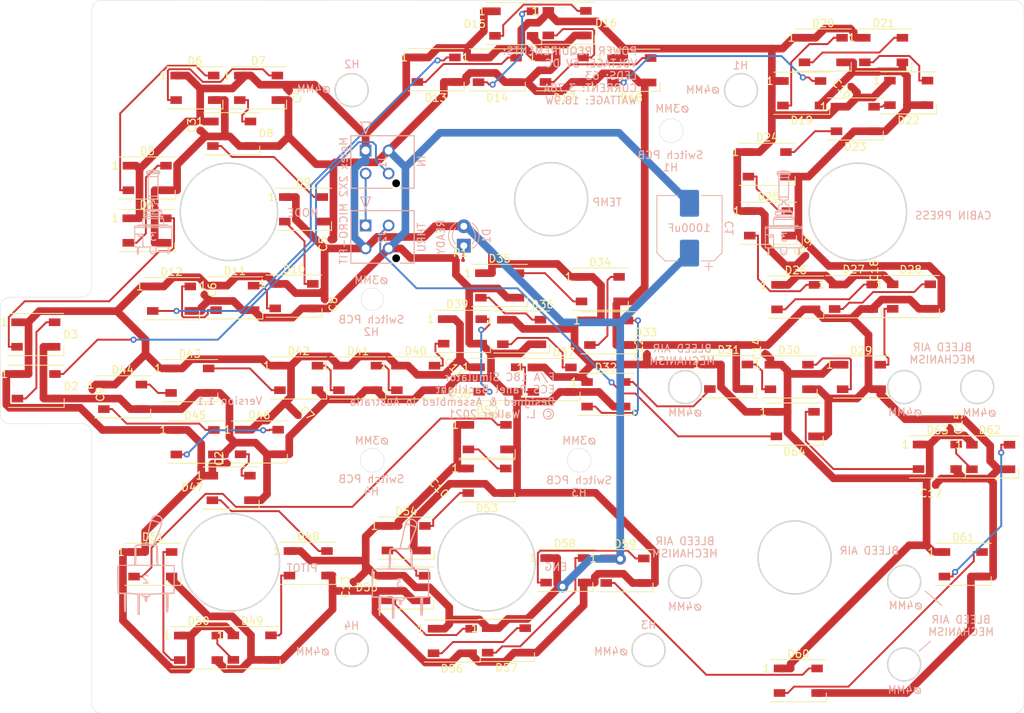
<source format=kicad_pcb>
(kicad_pcb (version 20171130) (host pcbnew "(5.1.6)-1")
  (layers (0 F.Cu signal hide) (31 B.Cu signal hide) (34 B.Paste user hide) (35 F.Paste user hide) (36 B.SilkS user) (37 F.SilkS user hide) (38 B.Mask user hide) (39 F.Mask user hide) (44 Edge.Cuts user))
  (net 0 "")
  (net 1 /LEDGND)
  (net 2 /LED+5V)
  (net 3 "Net-(D1-Pad1)")
  (net 4 "Net-(D2-Pad2)")
  (net 5 /DATAIN)
  (net 6 "Net-(D3-Pad2)")
  (net 7 "Net-(D4-Pad2)")
  (net 8 "Net-(D5-Pad2)")
  (net 9 "Net-(D6-Pad2)")
  (net 10 "Net-(D7-Pad2)")
  (net 11 "Net-(D8-Pad2)")
  (net 12 "Net-(D10-Pad4)")
  (net 13 "Net-(D10-Pad2)")
  (net 14 "Net-(D11-Pad2)")
  (net 15 "Net-(D12-Pad2)")
  (net 16 "Net-(D14-Pad2)")
  (net 17 "Net-(D15-Pad2)")
  (net 18 "Net-(D16-Pad2)")
  (net 19 "Net-(D17-Pad2)")
  (net 20 "Net-(D18-Pad2)")
  (net 21 "Net-(D19-Pad2)")
  (net 22 "Net-(D20-Pad2)")
  (net 23 "Net-(D21-Pad2)")
  (net 24 "Net-(D22-Pad2)")
  (net 25 "Net-(D23-Pad2)")
  (net 26 "Net-(D24-Pad2)")
  (net 27 "Net-(D26-Pad2)")
  (net 28 "Net-(D27-Pad2)")
  (net 29 "Net-(D28-Pad2)")
  (net 30 "Net-(D29-Pad2)")
  (net 31 "Net-(D30-Pad2)")
  (net 32 "Net-(D31-Pad2)")
  (net 33 "Net-(D32-Pad2)")
  (net 34 "Net-(D33-Pad2)")
  (net 35 "Net-(D34-Pad2)")
  (net 36 "Net-(D35-Pad2)")
  (net 37 "Net-(D36-Pad2)")
  (net 38 /DATAOUT)
  (net 39 /DATALOOP)
  (net 40 "Net-(D38-Pad2)")
  (net 41 "Net-(D39-Pad2)")
  (net 42 "Net-(D40-Pad2)")
  (net 43 "Net-(D41-Pad2)")
  (net 44 "Net-(D42-Pad2)")
  (net 45 "Net-(D43-Pad2)")
  (net 46 "Net-(D44-Pad2)")
  (net 47 "Net-(D45-Pad2)")
  (net 48 "Net-(D46-Pad2)")
  (net 49 "Net-(D47-Pad2)")
  (net 50 "Net-(D48-Pad2)")
  (net 51 "Net-(D50-Pad2)")
  (net 52 "Net-(D51-Pad2)")
  (net 53 "Net-(D52-Pad2)")
  (net 54 "Net-(D53-Pad2)")
  (net 55 "Net-(D54-Pad2)")
  (net 56 "Net-(D55-Pad2)")
  (net 57 "Net-(D56-Pad2)")
  (net 58 "Net-(D57-Pad2)")
  (net 59 "Net-(D58-Pad2)")
  (net 60 "Net-(D59-Pad2)")
  (net 61 "Net-(D60-Pad2)")
  (net 62 "Net-(D61-Pad2)")
  (net 63 "Net-(D13-Pad2)")
  (net 64 "Net-(D25-Pad2)")
  (net 65 "Net-(D37-Pad2)")
  (net 66 "Net-(D49-Pad2)")
  (net 67 "Net-(D62-Pad2)")
  (net 68 "Net-(D63-Pad2)")
  (module Capacitor_SMD:C_0201_0603Metric (layer F.Cu) (at 126.951526 99.895874 45)
    (fp_text reference C19 (at 0 -1.05 45) (layer F.SilkS))
    (fp_text value C)
    (pad 2 smd roundrect (at 0.32 0 45) (size 0.46 0.4) (layers F.Cu F.Mask) (net 1 /LEDGND))
    (pad 1 smd roundrect (at -0.32 0 45) (size 0.46 0.4) (layers F.Cu F.Mask) (net 2 /LED+5V))
  )
  (module Capacitor_SMD:C_0201_0603Metric (layer F.Cu) (at 136.525 102.2502 90)
    (fp_text reference C18 (at 0 -1.05 90) (layer F.SilkS))
    (fp_text value C)
    (pad 2 smd roundrect (at 0.32 0 90) (size 0.46 0.4) (layers F.Cu F.Mask) (net 1 /LEDGND))
    (pad 1 smd roundrect (at -0.32 0 90) (size 0.46 0.4) (layers F.Cu F.Mask) (net 2 /LED+5V))
  )
  (module Capacitor_SMD:C_0201_0603Metric (layer F.Cu) (at 142.9004 130.2512)
    (fp_text reference C17 (at -0.0254 1.0668) (layer F.SilkS))
    (fp_text value C)
    (pad 2 smd roundrect (at 0.32 0) (size 0.46 0.4) (layers F.Cu F.Mask) (net 1 /LEDGND))
    (pad 1 smd roundrect (at -0.32 0) (size 0.46 0.4) (layers F.Cu F.Mask) (net 2 /LED+5V))
  )
  (module Capacitor_SMD:C_0201_0603Metric (layer F.Cu) (at 132.0292 77.8002 135)
    (fp_text reference C16 (at 0 -1.05 135) (layer F.SilkS))
    (fp_text value C)
    (pad 2 smd roundrect (at 0.32 0 135) (size 0.46 0.4) (layers F.Cu F.Mask) (net 1 /LEDGND))
    (pad 1 smd roundrect (at -0.32 0 135) (size 0.46 0.4) (layers F.Cu F.Mask) (net 2 /LED+5V))
  )
  (module Capacitor_SMD:C_0201_0603Metric (layer F.Cu) (at 145.3388 122.1638 90)
    (fp_text reference C15 (at -0.0356 1.143 90) (layer F.SilkS))
    (fp_text value C)
    (pad 2 smd roundrect (at 0.32 0 90) (size 0.46 0.4) (layers F.Cu F.Mask) (net 1 /LEDGND))
    (pad 1 smd roundrect (at -0.32 0 90) (size 0.46 0.4) (layers F.Cu F.Mask) (net 2 /LED+5V))
  )
  (module Capacitor_SMD:C_0201_0603Metric (layer F.Cu) (at 121.2342 112.4966 90)
    (fp_text reference C14 (at 0 -1.05 90) (layer F.SilkS))
    (fp_text value C)
    (pad 2 smd roundrect (at 0.32 0 90) (size 0.46 0.4) (layers F.Cu F.Mask) (net 1 /LEDGND))
    (pad 1 smd roundrect (at -0.32 0 90) (size 0.46 0.4) (layers F.Cu F.Mask) (net 2 /LED+5V))
  )
  (module Capacitor_SMD:C_0201_0603Metric (layer F.Cu) (at 67.5386 143.5202 270)
    (fp_text reference C13 (at 0 0.9906 90) (layer F.SilkS))
    (fp_text value C)
    (pad 2 smd roundrect (at 0.32 0 270) (size 0.46 0.4) (layers F.Cu F.Mask) (net 1 /LEDGND))
    (pad 1 smd roundrect (at -0.32 0 270) (size 0.46 0.4) (layers F.Cu F.Mask) (net 2 /LED+5V))
  )
  (module Capacitor_SMD:C_0201_0603Metric (layer F.Cu) (at 105.8418 112.4966 90)
    (fp_text reference C12 (at 0 -1.05 90) (layer F.SilkS))
    (fp_text value C)
    (pad 2 smd roundrect (at 0.32 0 90) (size 0.46 0.4) (layers F.Cu F.Mask) (net 1 /LEDGND))
    (pad 1 smd roundrect (at -0.32 0 90) (size 0.46 0.4) (layers F.Cu F.Mask) (net 2 /LED+5V))
  )
  (module Capacitor_SMD:C_0201_0603Metric (layer F.Cu) (at 80.2386 116.078 315)
    (fp_text reference C11 (at -0.574736 -1.113552 135) (layer F.SilkS))
    (fp_text value C)
    (pad 2 smd roundrect (at 0.32 0 315) (size 0.46 0.4) (layers F.Cu F.Mask) (net 1 /LEDGND))
    (pad 1 smd roundrect (at -0.32 0 315) (size 0.46 0.4) (layers F.Cu F.Mask) (net 2 /LED+5V))
  )
  (module Capacitor_SMD:C_0201_0603Metric (layer F.Cu) (at 77.9526 131.3688 315)
    (fp_text reference C10 (at 0 -1.05 135) (layer F.SilkS))
    (fp_text value C)
    (pad 2 smd roundrect (at 0.32 0 315) (size 0.46 0.4) (layers F.Cu F.Mask) (net 1 /LEDGND))
    (pad 1 smd roundrect (at -0.32 0 315) (size 0.46 0.4) (layers F.Cu F.Mask) (net 2 /LED+5V))
  )
  (module Capacitor_SMD:C_0201_0603Metric (layer F.Cu) (at 33.4772 118.3996 270)
    (fp_text reference C9 (at 0 -1.05 90) (layer F.SilkS))
    (fp_text value C)
    (pad 2 smd roundrect (at 0.32 0 270) (size 0.46 0.4) (layers F.Cu F.Mask) (net 1 /LEDGND))
    (pad 1 smd roundrect (at -0.32 0 270) (size 0.46 0.4) (layers F.Cu F.Mask) (net 2 /LED+5V))
  )
  (module Capacitor_SMD:C_0201_0603Metric (layer F.Cu) (at 63.8556 106.6394 270)
    (fp_text reference C8 (at 0 -1.05 90) (layer F.SilkS))
    (fp_text value C)
    (pad 2 smd roundrect (at 0.32 0 270) (size 0.46 0.4) (layers F.Cu F.Mask) (net 1 /LEDGND))
    (pad 1 smd roundrect (at -0.32 0 270) (size 0.46 0.4) (layers F.Cu F.Mask) (net 2 /LED+5V))
  )
  (module Capacitor_SMD:C_0201_0603Metric (layer F.Cu) (at 60.7568 121.5644 315)
    (fp_text reference C7 (at 0 -1.05 135) (layer F.SilkS))
    (fp_text value C)
    (pad 2 smd roundrect (at 0.32 0 315) (size 0.46 0.4) (layers F.Cu F.Mask) (net 1 /LEDGND))
    (pad 1 smd roundrect (at -0.32 0 315) (size 0.46 0.4) (layers F.Cu F.Mask) (net 2 /LED+5V))
  )
  (module Capacitor_SMD:C_0201_0603Metric (layer F.Cu) (at 48.0822 104.7598 270)
    (fp_text reference C6 (at 0 -1.05 90) (layer F.SilkS))
    (fp_text value C)
    (pad 2 smd roundrect (at 0.32 0 270) (size 0.46 0.4) (layers F.Cu F.Mask) (net 1 /LEDGND))
    (pad 1 smd roundrect (at -0.32 0 270) (size 0.46 0.4) (layers F.Cu F.Mask) (net 2 /LED+5V))
  )
  (module Capacitor_SMD:C_0201_0603Metric (layer F.Cu) (at 64.643 98.8162 90)
    (fp_text reference C5 (at 0 -1.05 90) (layer F.SilkS))
    (fp_text value C)
    (pad 2 smd roundrect (at 0.32 0 90) (size 0.46 0.4) (layers F.Cu F.Mask) (net 1 /LEDGND))
    (pad 1 smd roundrect (at -0.32 0 90) (size 0.46 0.4) (layers F.Cu F.Mask) (net 2 /LED+5V))
  )
  (module Capacitor_SMD:C_0201_0603Metric (layer F.Cu) (at 59.1566 79.4766 270)
    (fp_text reference C4 (at 0 -1.05 90) (layer F.SilkS))
    (fp_text value C)
    (pad 2 smd roundrect (at 0.32 0 270) (size 0.46 0.4) (layers F.Cu F.Mask) (net 1 /LEDGND))
    (pad 1 smd roundrect (at -0.32 0 270) (size 0.46 0.4) (layers F.Cu F.Mask) (net 2 /LED+5V))
  )
  (module Capacitor_SMD:C_0201_0603Metric (layer F.Cu) (at 47.5488 83.3628 270)
    (fp_text reference C3 (at -0.0508 1.0922 90) (layer F.SilkS))
    (fp_text value C)
    (pad 2 smd roundrect (at 0.32 0 270) (size 0.46 0.4) (layers F.Cu F.Mask) (net 1 /LEDGND))
    (pad 1 smd roundrect (at -0.32 0 270) (size 0.46 0.4) (layers F.Cu F.Mask) (net 2 /LED+5V))
  )
  (module Capacitor_SMD:C_0201_0603Metric (layer F.Cu) (at 51.054 126.7714 90)
    (fp_text reference C2 (at 0 -1.05 90) (layer F.SilkS))
    (fp_text value C)
    (pad 2 smd roundrect (at 0.32 0 90) (size 0.46 0.4) (layers F.Cu F.Mask) (net 1 /LEDGND))
    (pad 1 smd roundrect (at -0.32 0 90) (size 0.46 0.4) (layers F.Cu F.Mask) (net 2 /LED+5V))
  )
  (module "Kicad Footprint Files:631HToggle" (layer B.Cu) (at 73.7108 141.1224 180)
    (fp_text reference G*** hide)
    (fp_text value LOGO hide)
  )
  (module "Kicad Footprint Files:631HToggle" (layer B.Cu) (at 40.513 140.6398 180)
    (fp_text reference G*** hide)
    (fp_text value LOGO hide)
  )
  (module "Kicad Footprint Files:S3ALToggle" (layer B.Cu) (at 123.825 94.869 180)
    (fp_text reference G*** hide)
    (fp_text value LOGO hide)
    (fp_text user 3 (at 0.125 -3.075) (layer B.SilkS) (effects (justify mirror)))
  )
  (module "Kicad Footprint Files:S3ALToggle" (layer B.Cu) (at 41.5544 94.7674 180)
    (fp_text reference G*** hide)
    (fp_text value LOGO hide)
    (fp_text user 3 (at 0.125 -3.075) (layer B.SilkS) (effects (justify mirror)))
  )
  (module LED_SMD:LED_WS2812B_PLCC4_5.0x5.0mm_P3.2mm (layer F.Cu) (at 125.171 122.276)
    (fp_text reference D64 (at -0.1016 3.6322) (layer F.SilkS))
    (fp_text value WS2812B)
    (fp_text user 1 (at -4.15 -1.6) (layer F.SilkS))
    (pad 1 smd rect (at -2.45 -1.6) (size 1.5 1) (layers F.Cu F.Paste F.Mask) (net 2 /LED+5V))
    (pad 2 smd rect (at -2.45 1.6) (size 1.5 1) (layers F.Cu F.Paste F.Mask) (net 38 /DATAOUT))
    (pad 4 smd rect (at 2.45 -1.6) (size 1.5 1) (layers F.Cu F.Paste F.Mask) (net 68 "Net-(D63-Pad2)"))
    (pad 3 smd rect (at 2.45 1.6) (size 1.5 1) (layers F.Cu F.Paste F.Mask) (net 1 /LEDGND))
  )
  (module LED_SMD:LED_WS2812B_PLCC4_5.0x5.0mm_P3.2mm (layer F.Cu) (at 143.713 126.543)
    (fp_text reference D63 (at 0.0256 -3.4546) (layer F.SilkS))
    (fp_text value WS2812B)
    (fp_text user 1 (at -4.15 -1.6) (layer F.SilkS))
    (pad 1 smd rect (at -2.45 -1.6) (size 1.5 1) (layers F.Cu F.Paste F.Mask) (net 2 /LED+5V))
    (pad 2 smd rect (at -2.45 1.6) (size 1.5 1) (layers F.Cu F.Paste F.Mask) (net 68 "Net-(D63-Pad2)"))
    (pad 4 smd rect (at 2.45 -1.6) (size 1.5 1) (layers F.Cu F.Paste F.Mask) (net 67 "Net-(D62-Pad2)"))
    (pad 3 smd rect (at 2.45 1.6) (size 1.5 1) (layers F.Cu F.Paste F.Mask) (net 1 /LEDGND))
  )
  (module LED_SMD:LED_WS2812B_PLCC4_5.0x5.0mm_P3.2mm (layer F.Cu) (at 150.673 126.568)
    (fp_text reference D62 (at -0.127 -3.5306) (layer F.SilkS))
    (fp_text value WS2812B)
    (fp_text user 1 (at -4.15 -1.6) (layer F.SilkS))
    (pad 1 smd rect (at -2.45 -1.6) (size 1.5 1) (layers F.Cu F.Paste F.Mask) (net 2 /LED+5V))
    (pad 2 smd rect (at -2.45 1.6) (size 1.5 1) (layers F.Cu F.Paste F.Mask) (net 67 "Net-(D62-Pad2)"))
    (pad 4 smd rect (at 2.45 -1.6) (size 1.5 1) (layers F.Cu F.Paste F.Mask) (net 62 "Net-(D61-Pad2)"))
    (pad 3 smd rect (at 2.45 1.6) (size 1.5 1) (layers F.Cu F.Paste F.Mask) (net 1 /LEDGND))
  )
  (module LED_SMD:LED_WS2812B_PLCC4_5.0x5.0mm_P3.2mm (layer F.Cu) (at 147.091 140.564)
    (fp_text reference D61 (at 0 -3.5) (layer F.SilkS))
    (fp_text value WS2812B)
    (fp_text user 1 (at -4.15 -1.6) (layer F.SilkS))
    (pad 1 smd rect (at -2.45 -1.6) (size 1.5 1) (layers F.Cu F.Paste F.Mask) (net 2 /LED+5V))
    (pad 2 smd rect (at -2.45 1.6) (size 1.5 1) (layers F.Cu F.Paste F.Mask) (net 62 "Net-(D61-Pad2)"))
    (pad 4 smd rect (at 2.45 -1.6) (size 1.5 1) (layers F.Cu F.Paste F.Mask) (net 61 "Net-(D60-Pad2)"))
    (pad 3 smd rect (at 2.45 1.6) (size 1.5 1) (layers F.Cu F.Paste F.Mask) (net 1 /LEDGND))
  )
  (module LED_SMD:LED_WS2812B_PLCC4_5.0x5.0mm_P3.2mm (layer F.Cu) (at 125.578 155.753)
    (fp_text reference D60 (at 0 -3.5) (layer F.SilkS))
    (fp_text value WS2812B)
    (fp_text user 1 (at -4.15 -1.6) (layer F.SilkS))
    (pad 1 smd rect (at -2.45 -1.6) (size 1.5 1) (layers F.Cu F.Paste F.Mask) (net 2 /LED+5V))
    (pad 2 smd rect (at -2.45 1.6) (size 1.5 1) (layers F.Cu F.Paste F.Mask) (net 61 "Net-(D60-Pad2)"))
    (pad 4 smd rect (at 2.45 -1.6) (size 1.5 1) (layers F.Cu F.Paste F.Mask) (net 60 "Net-(D59-Pad2)"))
    (pad 3 smd rect (at 2.45 1.6) (size 1.5 1) (layers F.Cu F.Paste F.Mask) (net 1 /LEDGND))
  )
  (module LED_SMD:LED_WS2812B_PLCC4_5.0x5.0mm_P3.2mm (layer F.Cu) (at 102.972 141.402)
    (fp_text reference D59 (at 0 -3.5) (layer F.SilkS))
    (fp_text value WS2812B)
    (fp_text user 1 (at -4.15 -1.6) (layer F.SilkS))
    (pad 1 smd rect (at -2.45 -1.6) (size 1.5 1) (layers F.Cu F.Paste F.Mask) (net 2 /LED+5V))
    (pad 2 smd rect (at -2.45 1.6) (size 1.5 1) (layers F.Cu F.Paste F.Mask) (net 60 "Net-(D59-Pad2)"))
    (pad 4 smd rect (at 2.45 -1.6) (size 1.5 1) (layers F.Cu F.Paste F.Mask) (net 59 "Net-(D58-Pad2)"))
    (pad 3 smd rect (at 2.45 1.6) (size 1.5 1) (layers F.Cu F.Paste F.Mask) (net 1 /LEDGND))
  )
  (module LED_SMD:LED_WS2812B_PLCC4_5.0x5.0mm_P3.2mm (layer F.Cu) (at 95.123 141.351)
    (fp_text reference D58 (at 0 -3.5) (layer F.SilkS))
    (fp_text value WS2812B)
    (fp_text user 1 (at -4.15 -1.6) (layer F.SilkS))
    (pad 1 smd rect (at -2.45 -1.6) (size 1.5 1) (layers F.Cu F.Paste F.Mask) (net 2 /LED+5V))
    (pad 2 smd rect (at -2.45 1.6) (size 1.5 1) (layers F.Cu F.Paste F.Mask) (net 59 "Net-(D58-Pad2)"))
    (pad 4 smd rect (at 2.45 -1.6) (size 1.5 1) (layers F.Cu F.Paste F.Mask) (net 58 "Net-(D57-Pad2)"))
    (pad 3 smd rect (at 2.45 1.6) (size 1.5 1) (layers F.Cu F.Paste F.Mask) (net 1 /LEDGND))
  )
  (module LED_SMD:LED_WS2812B_PLCC4_5.0x5.0mm_P3.2mm (layer F.Cu) (at 87.503 150.495)
    (fp_text reference D57 (at 0 3.556) (layer F.SilkS))
    (fp_text value WS2812B)
    (fp_text user 1 (at -4.15 -1.6) (layer F.SilkS))
    (pad 1 smd rect (at -2.45 -1.6) (size 1.5 1) (layers F.Cu F.Paste F.Mask) (net 2 /LED+5V))
    (pad 2 smd rect (at -2.45 1.6) (size 1.5 1) (layers F.Cu F.Paste F.Mask) (net 58 "Net-(D57-Pad2)"))
    (pad 4 smd rect (at 2.45 -1.6) (size 1.5 1) (layers F.Cu F.Paste F.Mask) (net 57 "Net-(D56-Pad2)"))
    (pad 3 smd rect (at 2.45 1.6) (size 1.5 1) (layers F.Cu F.Paste F.Mask) (net 1 /LEDGND))
  )
  (module LED_SMD:LED_WS2812B_PLCC4_5.0x5.0mm_P3.2mm (layer F.Cu) (at 80.4418 150.571)
    (fp_text reference D56 (at -0.0508 3.6068) (layer F.SilkS))
    (fp_text value WS2812B)
    (fp_text user 1 (at -4.15 -1.6) (layer F.SilkS))
    (pad 1 smd rect (at -2.45 -1.6) (size 1.5 1) (layers F.Cu F.Paste F.Mask) (net 2 /LED+5V))
    (pad 2 smd rect (at -2.45 1.6) (size 1.5 1) (layers F.Cu F.Paste F.Mask) (net 57 "Net-(D56-Pad2)"))
    (pad 4 smd rect (at 2.45 -1.6) (size 1.5 1) (layers F.Cu F.Paste F.Mask) (net 56 "Net-(D55-Pad2)"))
    (pad 3 smd rect (at 2.45 1.6) (size 1.5 1) (layers F.Cu F.Paste F.Mask) (net 1 /LEDGND))
  )
  (module LED_SMD:LED_WS2812B_PLCC4_5.0x5.0mm_P3.2mm (layer F.Cu) (at 74.3712 143.662)
    (fp_text reference D55 (at -5.1054 -0.0762) (layer F.SilkS))
    (fp_text value WS2812B)
    (fp_text user 1 (at -4.15 -1.6) (layer F.SilkS))
    (pad 1 smd rect (at -2.45 -1.6) (size 1.5 1) (layers F.Cu F.Paste F.Mask) (net 2 /LED+5V))
    (pad 2 smd rect (at -2.45 1.6) (size 1.5 1) (layers F.Cu F.Paste F.Mask) (net 56 "Net-(D55-Pad2)"))
    (pad 4 smd rect (at 2.45 -1.6) (size 1.5 1) (layers F.Cu F.Paste F.Mask) (net 55 "Net-(D54-Pad2)"))
    (pad 3 smd rect (at 2.45 1.6) (size 1.5 1) (layers F.Cu F.Paste F.Mask) (net 1 /LEDGND))
  )
  (module LED_SMD:LED_WS2812B_PLCC4_5.0x5.0mm_P3.2mm (layer F.Cu) (at 74.422 137.16)
    (fp_text reference D54 (at 0 -3.5) (layer F.SilkS))
    (fp_text value WS2812B)
    (fp_text user 1 (at -4.15 -1.6) (layer F.SilkS))
    (pad 1 smd rect (at -2.45 -1.6) (size 1.5 1) (layers F.Cu F.Paste F.Mask) (net 2 /LED+5V))
    (pad 2 smd rect (at -2.45 1.6) (size 1.5 1) (layers F.Cu F.Paste F.Mask) (net 55 "Net-(D54-Pad2)"))
    (pad 4 smd rect (at 2.45 -1.6) (size 1.5 1) (layers F.Cu F.Paste F.Mask) (net 54 "Net-(D53-Pad2)"))
    (pad 3 smd rect (at 2.45 1.6) (size 1.5 1) (layers F.Cu F.Paste F.Mask) (net 1 /LEDGND))
  )
  (module LED_SMD:LED_WS2812B_PLCC4_5.0x5.0mm_P3.2mm (layer F.Cu) (at 84.963 129.667)
    (fp_text reference D53 (at -0.0002 3.5814) (layer F.SilkS))
    (fp_text value WS2812B)
    (fp_text user 1 (at -4.15 -1.6) (layer F.SilkS))
    (pad 1 smd rect (at -2.45 -1.6) (size 1.5 1) (layers F.Cu F.Paste F.Mask) (net 2 /LED+5V))
    (pad 2 smd rect (at -2.45 1.6) (size 1.5 1) (layers F.Cu F.Paste F.Mask) (net 54 "Net-(D53-Pad2)"))
    (pad 4 smd rect (at 2.45 -1.6) (size 1.5 1) (layers F.Cu F.Paste F.Mask) (net 53 "Net-(D52-Pad2)"))
    (pad 3 smd rect (at 2.45 1.6) (size 1.5 1) (layers F.Cu F.Paste F.Mask) (net 1 /LEDGND))
  )
  (module LED_SMD:LED_WS2812B_PLCC4_5.0x5.0mm_P3.2mm (layer F.Cu) (at 84.9884 123.977)
    (fp_text reference D52 (at 0 -3.5) (layer F.SilkS))
    (fp_text value WS2812B)
    (fp_text user 1 (at -4.15 -1.6) (layer F.SilkS))
    (pad 1 smd rect (at -2.45 -1.6) (size 1.5 1) (layers F.Cu F.Paste F.Mask) (net 2 /LED+5V))
    (pad 2 smd rect (at -2.45 1.6) (size 1.5 1) (layers F.Cu F.Paste F.Mask) (net 53 "Net-(D52-Pad2)"))
    (pad 4 smd rect (at 2.45 -1.6) (size 1.5 1) (layers F.Cu F.Paste F.Mask) (net 52 "Net-(D51-Pad2)"))
    (pad 3 smd rect (at 2.45 1.6) (size 1.5 1) (layers F.Cu F.Paste F.Mask) (net 1 /LEDGND))
  )
  (module LED_SMD:LED_WS2812B_PLCC4_5.0x5.0mm_P3.2mm (layer F.Cu) (at 41.3766 140.564)
    (fp_text reference D51 (at 0.0254 -3.556) (layer F.SilkS))
    (fp_text value WS2812B)
    (fp_text user 1 (at -4.15 -1.6) (layer F.SilkS))
    (pad 1 smd rect (at -2.45 -1.6) (size 1.5 1) (layers F.Cu F.Paste F.Mask) (net 2 /LED+5V))
    (pad 2 smd rect (at -2.45 1.6) (size 1.5 1) (layers F.Cu F.Paste F.Mask) (net 52 "Net-(D51-Pad2)"))
    (pad 4 smd rect (at 2.45 -1.6) (size 1.5 1) (layers F.Cu F.Paste F.Mask) (net 51 "Net-(D50-Pad2)"))
    (pad 3 smd rect (at 2.45 1.6) (size 1.5 1) (layers F.Cu F.Paste F.Mask) (net 1 /LEDGND))
  )
  (module LED_SMD:LED_WS2812B_PLCC4_5.0x5.0mm_P3.2mm (layer F.Cu) (at 47.334 151.46)
    (fp_text reference D50 (at 0 -3.5) (layer F.SilkS))
    (fp_text value WS2812B)
    (fp_text user 1 (at -4.15 -1.6) (layer F.SilkS))
    (pad 1 smd rect (at -2.45 -1.6) (size 1.5 1) (layers F.Cu F.Paste F.Mask) (net 2 /LED+5V))
    (pad 2 smd rect (at -2.45 1.6) (size 1.5 1) (layers F.Cu F.Paste F.Mask) (net 51 "Net-(D50-Pad2)"))
    (pad 4 smd rect (at 2.45 -1.6) (size 1.5 1) (layers F.Cu F.Paste F.Mask) (net 66 "Net-(D49-Pad2)"))
    (pad 3 smd rect (at 2.45 1.6) (size 1.5 1) (layers F.Cu F.Paste F.Mask) (net 1 /LEDGND))
  )
  (module LED_SMD:LED_WS2812B_PLCC4_5.0x5.0mm_P3.2mm (layer F.Cu) (at 54.3306 151.435)
    (fp_text reference D49 (at 0 -3.5) (layer F.SilkS))
    (fp_text value WS2812B)
    (fp_text user 1 (at -4.15 -1.6) (layer F.SilkS))
    (pad 1 smd rect (at -2.45 -1.6) (size 1.5 1) (layers F.Cu F.Paste F.Mask) (net 2 /LED+5V))
    (pad 2 smd rect (at -2.45 1.6) (size 1.5 1) (layers F.Cu F.Paste F.Mask) (net 66 "Net-(D49-Pad2)"))
    (pad 4 smd rect (at 2.45 -1.6) (size 1.5 1) (layers F.Cu F.Paste F.Mask) (net 50 "Net-(D48-Pad2)"))
    (pad 3 smd rect (at 2.45 1.6) (size 1.5 1) (layers F.Cu F.Paste F.Mask) (net 1 /LEDGND))
  )
  (module LED_SMD:LED_WS2812B_PLCC4_5.0x5.0mm_P3.2mm (layer F.Cu) (at 61.6458 140.437)
    (fp_text reference D48 (at 0 -3.5) (layer F.SilkS))
    (fp_text value WS2812B)
    (fp_text user 1 (at -4.15 -1.6) (layer F.SilkS))
    (pad 1 smd rect (at -2.45 -1.6) (size 1.5 1) (layers F.Cu F.Paste F.Mask) (net 2 /LED+5V))
    (pad 2 smd rect (at -2.45 1.6) (size 1.5 1) (layers F.Cu F.Paste F.Mask) (net 50 "Net-(D48-Pad2)"))
    (pad 4 smd rect (at 2.45 -1.6) (size 1.5 1) (layers F.Cu F.Paste F.Mask) (net 49 "Net-(D47-Pad2)"))
    (pad 3 smd rect (at 2.45 1.6) (size 1.5 1) (layers F.Cu F.Paste F.Mask) (net 1 /LEDGND))
  )
  (module LED_SMD:LED_WS2812B_PLCC4_5.0x5.0mm_P3.2mm (layer F.Cu) (at 51.5874 130.607)
    (fp_text reference D47 (at -5.0546 -0.0762) (layer F.SilkS))
    (fp_text value WS2812B)
    (fp_text user 1 (at -4.15 -1.6) (layer F.SilkS))
    (pad 1 smd rect (at -2.45 -1.6) (size 1.5 1) (layers F.Cu F.Paste F.Mask) (net 2 /LED+5V))
    (pad 2 smd rect (at -2.45 1.6) (size 1.5 1) (layers F.Cu F.Paste F.Mask) (net 49 "Net-(D47-Pad2)"))
    (pad 4 smd rect (at 2.45 -1.6) (size 1.5 1) (layers F.Cu F.Paste F.Mask) (net 48 "Net-(D46-Pad2)"))
    (pad 3 smd rect (at 2.45 1.6) (size 1.5 1) (layers F.Cu F.Paste F.Mask) (net 1 /LEDGND))
  )
  (module LED_SMD:LED_WS2812B_PLCC4_5.0x5.0mm_P3.2mm (layer F.Cu) (at 55.2704 124.612)
    (fp_text reference D46 (at 0 -3.5) (layer F.SilkS))
    (fp_text value WS2812B)
    (fp_text user 1 (at -4.15 -1.6) (layer F.SilkS))
    (pad 1 smd rect (at -2.45 -1.6) (size 1.5 1) (layers F.Cu F.Paste F.Mask) (net 2 /LED+5V))
    (pad 2 smd rect (at -2.45 1.6) (size 1.5 1) (layers F.Cu F.Paste F.Mask) (net 48 "Net-(D46-Pad2)"))
    (pad 4 smd rect (at 2.45 -1.6) (size 1.5 1) (layers F.Cu F.Paste F.Mask) (net 47 "Net-(D45-Pad2)"))
    (pad 3 smd rect (at 2.45 1.6) (size 1.5 1) (layers F.Cu F.Paste F.Mask) (net 1 /LEDGND))
  )
  (module LED_SMD:LED_WS2812B_PLCC4_5.0x5.0mm_P3.2mm (layer F.Cu) (at 46.8884 124.638)
    (fp_text reference D45 (at 0 -3.5) (layer F.SilkS))
    (fp_text value WS2812B)
    (fp_text user 1 (at -4.15 -1.6) (layer F.SilkS))
    (pad 1 smd rect (at -2.45 -1.6) (size 1.5 1) (layers F.Cu F.Paste F.Mask) (net 2 /LED+5V))
    (pad 2 smd rect (at -2.45 1.6) (size 1.5 1) (layers F.Cu F.Paste F.Mask) (net 47 "Net-(D45-Pad2)"))
    (pad 4 smd rect (at 2.45 -1.6) (size 1.5 1) (layers F.Cu F.Paste F.Mask) (net 46 "Net-(D44-Pad2)"))
    (pad 3 smd rect (at 2.45 1.6) (size 1.5 1) (layers F.Cu F.Paste F.Mask) (net 1 /LEDGND))
  )
  (module LED_SMD:LED_WS2812B_PLCC4_5.0x5.0mm_P3.2mm (layer F.Cu) (at 37.4396 118.72)
    (fp_text reference D44 (at 0 -3.5) (layer F.SilkS))
    (fp_text value WS2812B)
    (fp_text user 1 (at -4.15 -1.6) (layer F.SilkS))
    (pad 1 smd rect (at -2.45 -1.6) (size 1.5 1) (layers F.Cu F.Paste F.Mask) (net 2 /LED+5V))
    (pad 2 smd rect (at -2.45 1.6) (size 1.5 1) (layers F.Cu F.Paste F.Mask) (net 46 "Net-(D44-Pad2)"))
    (pad 4 smd rect (at 2.45 -1.6) (size 1.5 1) (layers F.Cu F.Paste F.Mask) (net 45 "Net-(D43-Pad2)"))
    (pad 3 smd rect (at 2.45 1.6) (size 1.5 1) (layers F.Cu F.Paste F.Mask) (net 1 /LEDGND))
  )
  (module LED_SMD:LED_WS2812B_PLCC4_5.0x5.0mm_P3.2mm (layer F.Cu) (at 46.2026 116.611)
    (fp_text reference D43 (at 0 -3.5) (layer F.SilkS))
    (fp_text value WS2812B)
    (fp_text user 1 (at -4.15 -1.6) (layer F.SilkS))
    (pad 1 smd rect (at -2.45 -1.6) (size 1.5 1) (layers F.Cu F.Paste F.Mask) (net 2 /LED+5V))
    (pad 2 smd rect (at -2.45 1.6) (size 1.5 1) (layers F.Cu F.Paste F.Mask) (net 45 "Net-(D43-Pad2)"))
    (pad 4 smd rect (at 2.45 -1.6) (size 1.5 1) (layers F.Cu F.Paste F.Mask) (net 44 "Net-(D42-Pad2)"))
    (pad 3 smd rect (at 2.45 1.6) (size 1.5 1) (layers F.Cu F.Paste F.Mask) (net 1 /LEDGND))
  )
  (module LED_SMD:LED_WS2812B_PLCC4_5.0x5.0mm_P3.2mm (layer F.Cu) (at 60.4012 116.256)
    (fp_text reference D42 (at 0 -3.5) (layer F.SilkS))
    (fp_text value WS2812B)
    (fp_text user 1 (at -4.15 -1.6) (layer F.SilkS))
    (pad 1 smd rect (at -2.45 -1.6) (size 1.5 1) (layers F.Cu F.Paste F.Mask) (net 2 /LED+5V))
    (pad 2 smd rect (at -2.45 1.6) (size 1.5 1) (layers F.Cu F.Paste F.Mask) (net 44 "Net-(D42-Pad2)"))
    (pad 4 smd rect (at 2.45 -1.6) (size 1.5 1) (layers F.Cu F.Paste F.Mask) (net 43 "Net-(D41-Pad2)"))
    (pad 3 smd rect (at 2.45 1.6) (size 1.5 1) (layers F.Cu F.Paste F.Mask) (net 1 /LEDGND))
  )
  (module LED_SMD:LED_WS2812B_PLCC4_5.0x5.0mm_P3.2mm (layer F.Cu) (at 68.0974 116.256)
    (fp_text reference D41 (at 0.0508 -3.4798) (layer F.SilkS))
    (fp_text value WS2812B)
    (fp_text user 1 (at -4.15 -1.6) (layer F.SilkS))
    (pad 1 smd rect (at -2.45 -1.6) (size 1.5 1) (layers F.Cu F.Paste F.Mask) (net 2 /LED+5V))
    (pad 2 smd rect (at -2.45 1.6) (size 1.5 1) (layers F.Cu F.Paste F.Mask) (net 43 "Net-(D41-Pad2)"))
    (pad 4 smd rect (at 2.45 -1.6) (size 1.5 1) (layers F.Cu F.Paste F.Mask) (net 42 "Net-(D40-Pad2)"))
    (pad 3 smd rect (at 2.45 1.6) (size 1.5 1) (layers F.Cu F.Paste F.Mask) (net 1 /LEDGND))
  )
  (module LED_SMD:LED_WS2812B_PLCC4_5.0x5.0mm_P3.2mm (layer F.Cu) (at 75.6666 116.256)
    (fp_text reference D40 (at 0 -3.5) (layer F.SilkS))
    (fp_text value WS2812B)
    (fp_text user 1 (at -4.15 -1.6) (layer F.SilkS))
    (pad 1 smd rect (at -2.45 -1.6) (size 1.5 1) (layers F.Cu F.Paste F.Mask) (net 2 /LED+5V))
    (pad 2 smd rect (at -2.45 1.6) (size 1.5 1) (layers F.Cu F.Paste F.Mask) (net 42 "Net-(D40-Pad2)"))
    (pad 4 smd rect (at 2.45 -1.6) (size 1.5 1) (layers F.Cu F.Paste F.Mask) (net 41 "Net-(D39-Pad2)"))
    (pad 3 smd rect (at 2.45 1.6) (size 1.5 1) (layers F.Cu F.Paste F.Mask) (net 1 /LEDGND))
  )
  (module LED_SMD:LED_WS2812B_PLCC4_5.0x5.0mm_P3.2mm (layer F.Cu) (at 81.7626 110.185)
    (fp_text reference D39 (at -0.6858 -3.556) (layer F.SilkS))
    (fp_text value WS2812B)
    (fp_text user 1 (at -4.15 -1.6) (layer F.SilkS))
    (pad 1 smd rect (at -2.45 -1.6) (size 1.5 1) (layers F.Cu F.Paste F.Mask) (net 2 /LED+5V))
    (pad 2 smd rect (at -2.45 1.6) (size 1.5 1) (layers F.Cu F.Paste F.Mask) (net 41 "Net-(D39-Pad2)"))
    (pad 4 smd rect (at 2.45 -1.6) (size 1.5 1) (layers F.Cu F.Paste F.Mask) (net 40 "Net-(D38-Pad2)"))
    (pad 3 smd rect (at 2.45 1.6) (size 1.5 1) (layers F.Cu F.Paste F.Mask) (net 1 /LEDGND))
  )
  (module LED_SMD:LED_WS2812B_PLCC4_5.0x5.0mm_P3.2mm (layer F.Cu) (at 86.3854 116.459)
    (fp_text reference D38 (at -4.9784 1.9304) (layer F.SilkS))
    (fp_text value WS2812B)
    (fp_text user 1 (at -4.15 -1.6) (layer F.SilkS))
    (pad 1 smd rect (at -2.45 -1.6) (size 1.5 1) (layers F.Cu F.Paste F.Mask) (net 2 /LED+5V))
    (pad 2 smd rect (at -2.45 1.6) (size 1.5 1) (layers F.Cu F.Paste F.Mask) (net 40 "Net-(D38-Pad2)"))
    (pad 4 smd rect (at 2.45 -1.6) (size 1.5 1) (layers F.Cu F.Paste F.Mask) (net 65 "Net-(D37-Pad2)"))
    (pad 3 smd rect (at 2.45 1.6) (size 1.5 1) (layers F.Cu F.Paste F.Mask) (net 1 /LEDGND))
  )
  (module Resistor_SMD:R_0201_0603Metric (layer F.Cu) (at 81.5188 100.914 180)
    (fp_text reference R1 (at 0.0356 0.965) (layer F.SilkS))
    (fp_text value R)
    (pad 2 smd roundrect (at 0.32 0 180) (size 0.46 0.4) (layers F.Cu F.Mask) (net 1 /LEDGND))
    (pad 1 smd roundrect (at -0.32 0 180) (size 0.46 0.4) (layers F.Cu F.Mask) (net 3 "Net-(D1-Pad1)"))
  )
  (module footprints:Molex_MicroFit_2X2 (layer B.Cu) (at 69.136 96.3676 90)
    (fp_text reference J2 (at -1.495006 2.199999 90) (layer B.SilkS) (effects (justify mirror)))
    (fp_text value Conn_01x04_Female hide)
    (fp_text user * (at 0 0 90) (layer B.SilkS) (effects (justify mirror)))
    (pad 5 np_thru_hole circle (at -4.279999 3.98 90) (size 1.02 1.02) (drill 1.016) (layers))
    (pad 4 thru_hole circle (at -2.999999 2.999999 90) (size 1.52 1.52) (drill 1.016) (layers *.Cu *.Mask) (net 1 /LEDGND))
    (pad 3 thru_hole circle (at 0 2.999999) (size 1.52 1.52) (drill 1.016) (layers *.Cu *.Mask) (net 38 /DATAOUT))
    (pad 2 thru_hole circle (at -2.999999 0 90) (size 1.52 1.52) (drill 1.016) (layers *.Cu *.Mask) (net 2 /LED+5V))
    (pad 1 thru_hole rect (at 0 0) (size 1.52 1.52) (drill 1.016) (layers *.Cu *.Mask) (net 39 /DATALOOP))
  )
  (module footprints:Molex_MicroFit_2X2 (layer B.Cu) (at 69.136 86.5886 90)
    (fp_text reference J1 (at -1.495006 2.199999 270) (layer B.SilkS) (effects (justify mirror)))
    (fp_text value Conn_01x04_Female hide)
    (fp_text user * (at 0 0 270) (layer B.SilkS) (effects (justify mirror)))
    (pad 5 np_thru_hole circle (at -4.279999 3.98 90) (size 1.02 1.02) (drill 1.016) (layers))
    (pad 4 thru_hole circle (at -2.999999 2.999999 90) (size 1.52 1.52) (drill 1.016) (layers *.Cu *.Mask) (net 5 /DATAIN))
    (pad 3 thru_hole circle (at 0 2.999999) (size 1.52 1.52) (drill 1.016) (layers *.Cu *.Mask) (net 1 /LEDGND))
    (pad 2 thru_hole circle (at -2.999999 0 90) (size 1.52 1.52) (drill 1.016) (layers *.Cu *.Mask) (net 39 /DATALOOP))
    (pad 1 thru_hole rect (at 0 0) (size 1.52 1.52) (drill 1.016) (layers *.Cu *.Mask) (net 2 /LED+5V))
  )
  (module LED_SMD:LED_WS2812B_PLCC4_5.0x5.0mm_P3.2mm (layer F.Cu) (at 93.4604 116.485)
    (fp_text reference D37 (at 1.5102 -3.5816) (layer F.SilkS))
    (fp_text value WS2812B)
    (fp_text user 1 (at -4.15 -1.6) (layer F.SilkS))
    (pad 1 smd rect (at -2.45 -1.6) (size 1.5 1) (layers F.Cu F.Paste F.Mask) (net 2 /LED+5V))
    (pad 2 smd rect (at -2.45 1.6) (size 1.5 1) (layers F.Cu F.Paste F.Mask) (net 65 "Net-(D37-Pad2)"))
    (pad 4 smd rect (at 2.45 -1.6) (size 1.5 1) (layers F.Cu F.Paste F.Mask) (net 37 "Net-(D36-Pad2)"))
    (pad 3 smd rect (at 2.45 1.6) (size 1.5 1) (layers F.Cu F.Paste F.Mask) (net 1 /LEDGND))
  )
  (module LED_SMD:LED_WS2812B_PLCC4_5.0x5.0mm_P3.2mm (layer F.Cu) (at 89.4842 110.261)
    (fp_text reference D36 (at 2.7432 -3.5814) (layer F.SilkS))
    (fp_text value WS2812B)
    (fp_text user 1 (at -4.15 -1.6) (layer F.SilkS))
    (pad 1 smd rect (at -2.45 -1.6) (size 1.5 1) (layers F.Cu F.Paste F.Mask) (net 2 /LED+5V))
    (pad 2 smd rect (at -2.45 1.6) (size 1.5 1) (layers F.Cu F.Paste F.Mask) (net 37 "Net-(D36-Pad2)"))
    (pad 4 smd rect (at 2.45 -1.6) (size 1.5 1) (layers F.Cu F.Paste F.Mask) (net 36 "Net-(D35-Pad2)"))
    (pad 3 smd rect (at 2.45 1.6) (size 1.5 1) (layers F.Cu F.Paste F.Mask) (net 1 /LEDGND))
  )
  (module LED_SMD:LED_WS2812B_PLCC4_5.0x5.0mm_P3.2mm (layer F.Cu) (at 86.614 104.191)
    (fp_text reference D35 (at 0 -3.5) (layer F.SilkS))
    (fp_text value WS2812B)
    (fp_text user 1 (at -4.15 -1.6) (layer F.SilkS))
    (pad 1 smd rect (at -2.45 -1.6) (size 1.5 1) (layers F.Cu F.Paste F.Mask) (net 2 /LED+5V))
    (pad 2 smd rect (at -2.45 1.6) (size 1.5 1) (layers F.Cu F.Paste F.Mask) (net 36 "Net-(D35-Pad2)"))
    (pad 4 smd rect (at 2.45 -1.6) (size 1.5 1) (layers F.Cu F.Paste F.Mask) (net 35 "Net-(D34-Pad2)"))
    (pad 3 smd rect (at 2.45 1.6) (size 1.5 1) (layers F.Cu F.Paste F.Mask) (net 1 /LEDGND))
  )
  (module LED_SMD:LED_WS2812B_PLCC4_5.0x5.0mm_P3.2mm (layer F.Cu) (at 99.7458 104.673)
    (fp_text reference D34 (at 0 -3.5) (layer F.SilkS))
    (fp_text value WS2812B)
    (fp_text user 1 (at -4.15 -1.6) (layer F.SilkS))
    (pad 1 smd rect (at -2.45 -1.6) (size 1.5 1) (layers F.Cu F.Paste F.Mask) (net 2 /LED+5V))
    (pad 2 smd rect (at -2.45 1.6) (size 1.5 1) (layers F.Cu F.Paste F.Mask) (net 35 "Net-(D34-Pad2)"))
    (pad 4 smd rect (at 2.45 -1.6) (size 1.5 1) (layers F.Cu F.Paste F.Mask) (net 34 "Net-(D33-Pad2)"))
    (pad 3 smd rect (at 2.45 1.6) (size 1.5 1) (layers F.Cu F.Paste F.Mask) (net 1 /LEDGND))
  )
  (module LED_SMD:LED_WS2812B_PLCC4_5.0x5.0mm_P3.2mm (layer F.Cu) (at 100.838 110.363)
    (fp_text reference D33 (at 4.8768 -0.0508) (layer F.SilkS))
    (fp_text value WS2812B)
    (fp_text user 1 (at -4.15 -1.6) (layer F.SilkS))
    (pad 1 smd rect (at -2.45 -1.6) (size 1.5 1) (layers F.Cu F.Paste F.Mask) (net 2 /LED+5V))
    (pad 2 smd rect (at -2.45 1.6) (size 1.5 1) (layers F.Cu F.Paste F.Mask) (net 34 "Net-(D33-Pad2)"))
    (pad 4 smd rect (at 2.45 -1.6) (size 1.5 1) (layers F.Cu F.Paste F.Mask) (net 33 "Net-(D32-Pad2)"))
    (pad 3 smd rect (at 2.45 1.6) (size 1.5 1) (layers F.Cu F.Paste F.Mask) (net 1 /LEDGND))
  )
  (module LED_SMD:LED_WS2812B_PLCC4_5.0x5.0mm_P3.2mm (layer F.Cu) (at 100.471 118.389)
    (fp_text reference D32 (at 0 -3.5) (layer F.SilkS))
    (fp_text value WS2812B)
    (fp_text user 1 (at -4.15 -1.6) (layer F.SilkS))
    (pad 1 smd rect (at -2.45 -1.6) (size 1.5 1) (layers F.Cu F.Paste F.Mask) (net 2 /LED+5V))
    (pad 2 smd rect (at -2.45 1.6) (size 1.5 1) (layers F.Cu F.Paste F.Mask) (net 33 "Net-(D32-Pad2)"))
    (pad 4 smd rect (at 2.45 -1.6) (size 1.5 1) (layers F.Cu F.Paste F.Mask) (net 32 "Net-(D31-Pad2)"))
    (pad 3 smd rect (at 2.45 1.6) (size 1.5 1) (layers F.Cu F.Paste F.Mask) (net 1 /LEDGND))
  )
  (module LED_SMD:LED_WS2812B_PLCC4_5.0x5.0mm_P3.2mm (layer F.Cu) (at 116.484 116.103)
    (fp_text reference D31 (at 0 -3.5) (layer F.SilkS))
    (fp_text value WS2812B)
    (fp_text user 1 (at -4.15 -1.6) (layer F.SilkS))
    (pad 1 smd rect (at -2.45 -1.6) (size 1.5 1) (layers F.Cu F.Paste F.Mask) (net 2 /LED+5V))
    (pad 2 smd rect (at -2.45 1.6) (size 1.5 1) (layers F.Cu F.Paste F.Mask) (net 32 "Net-(D31-Pad2)"))
    (pad 4 smd rect (at 2.45 -1.6) (size 1.5 1) (layers F.Cu F.Paste F.Mask) (net 31 "Net-(D30-Pad2)"))
    (pad 3 smd rect (at 2.45 1.6) (size 1.5 1) (layers F.Cu F.Paste F.Mask) (net 1 /LEDGND))
  )
  (module LED_SMD:LED_WS2812B_PLCC4_5.0x5.0mm_P3.2mm (layer F.Cu) (at 124.384 116.129)
    (fp_text reference D30 (at 0 -3.5) (layer F.SilkS))
    (fp_text value WS2812B)
    (fp_text user 1 (at -4.15 -1.6) (layer F.SilkS))
    (pad 1 smd rect (at -2.45 -1.6) (size 1.5 1) (layers F.Cu F.Paste F.Mask) (net 2 /LED+5V))
    (pad 2 smd rect (at -2.45 1.6) (size 1.5 1) (layers F.Cu F.Paste F.Mask) (net 31 "Net-(D30-Pad2)"))
    (pad 4 smd rect (at 2.45 -1.6) (size 1.5 1) (layers F.Cu F.Paste F.Mask) (net 30 "Net-(D29-Pad2)"))
    (pad 3 smd rect (at 2.45 1.6) (size 1.5 1) (layers F.Cu F.Paste F.Mask) (net 1 /LEDGND))
  )
  (module LED_SMD:LED_WS2812B_PLCC4_5.0x5.0mm_P3.2mm (layer F.Cu) (at 133.807 116.129)
    (fp_text reference D29 (at -0.0508 -3.429) (layer F.SilkS))
    (fp_text value WS2812B)
    (fp_text user 1 (at -4.15 -1.6) (layer F.SilkS))
    (pad 1 smd rect (at -2.45 -1.6) (size 1.5 1) (layers F.Cu F.Paste F.Mask) (net 2 /LED+5V))
    (pad 2 smd rect (at -2.45 1.6) (size 1.5 1) (layers F.Cu F.Paste F.Mask) (net 30 "Net-(D29-Pad2)"))
    (pad 4 smd rect (at 2.45 -1.6) (size 1.5 1) (layers F.Cu F.Paste F.Mask) (net 29 "Net-(D28-Pad2)"))
    (pad 3 smd rect (at 2.45 1.6) (size 1.5 1) (layers F.Cu F.Paste F.Mask) (net 1 /LEDGND))
  )
  (module LED_SMD:LED_WS2812B_PLCC4_5.0x5.0mm_P3.2mm (layer F.Cu) (at 140.335 105.639)
    (fp_text reference D28 (at -0.1016 -3.5052) (layer F.SilkS))
    (fp_text value WS2812B)
    (fp_text user 1 (at -4.15 -1.6) (layer F.SilkS))
    (pad 1 smd rect (at -2.45 -1.6) (size 1.5 1) (layers F.Cu F.Paste F.Mask) (net 2 /LED+5V))
    (pad 2 smd rect (at -2.45 1.6) (size 1.5 1) (layers F.Cu F.Paste F.Mask) (net 29 "Net-(D28-Pad2)"))
    (pad 4 smd rect (at 2.45 -1.6) (size 1.5 1) (layers F.Cu F.Paste F.Mask) (net 28 "Net-(D27-Pad2)"))
    (pad 3 smd rect (at 2.45 1.6) (size 1.5 1) (layers F.Cu F.Paste F.Mask) (net 1 /LEDGND))
  )
  (module LED_SMD:LED_WS2812B_PLCC4_5.0x5.0mm_P3.2mm (layer F.Cu) (at 132.766 105.664)
    (fp_text reference D27 (at 0.0254 -3.556) (layer F.SilkS))
    (fp_text value WS2812B)
    (fp_text user 1 (at -4.15 -1.6) (layer F.SilkS))
    (pad 1 smd rect (at -2.45 -1.6) (size 1.5 1) (layers F.Cu F.Paste F.Mask) (net 2 /LED+5V))
    (pad 2 smd rect (at -2.45 1.6) (size 1.5 1) (layers F.Cu F.Paste F.Mask) (net 28 "Net-(D27-Pad2)"))
    (pad 4 smd rect (at 2.45 -1.6) (size 1.5 1) (layers F.Cu F.Paste F.Mask) (net 27 "Net-(D26-Pad2)"))
    (pad 3 smd rect (at 2.45 1.6) (size 1.5 1) (layers F.Cu F.Paste F.Mask) (net 1 /LEDGND))
  )
  (module LED_SMD:LED_WS2812B_PLCC4_5.0x5.0mm_P3.2mm (layer F.Cu) (at 125.247 105.715)
    (fp_text reference D26 (at 0 -3.5) (layer F.SilkS))
    (fp_text value WS2812B)
    (fp_text user 1 (at -4.15 -1.6) (layer F.SilkS))
    (pad 1 smd rect (at -2.45 -1.6) (size 1.5 1) (layers F.Cu F.Paste F.Mask) (net 2 /LED+5V))
    (pad 2 smd rect (at -2.45 1.6) (size 1.5 1) (layers F.Cu F.Paste F.Mask) (net 27 "Net-(D26-Pad2)"))
    (pad 4 smd rect (at 2.45 -1.6) (size 1.5 1) (layers F.Cu F.Paste F.Mask) (net 64 "Net-(D25-Pad2)"))
    (pad 3 smd rect (at 2.45 1.6) (size 1.5 1) (layers F.Cu F.Paste F.Mask) (net 1 /LEDGND))
  )
  (module LED_SMD:LED_WS2812B_PLCC4_5.0x5.0mm_P3.2mm (layer F.Cu) (at 121.691 96.0882)
    (fp_text reference D25 (at 0 -3.5) (layer F.SilkS))
    (fp_text value WS2812B)
    (fp_text user 1 (at -4.15 -1.6) (layer F.SilkS))
    (pad 1 smd rect (at -2.45 -1.6) (size 1.5 1) (layers F.Cu F.Paste F.Mask) (net 2 /LED+5V))
    (pad 2 smd rect (at -2.45 1.6) (size 1.5 1) (layers F.Cu F.Paste F.Mask) (net 64 "Net-(D25-Pad2)"))
    (pad 4 smd rect (at 2.45 -1.6) (size 1.5 1) (layers F.Cu F.Paste F.Mask) (net 26 "Net-(D24-Pad2)"))
    (pad 3 smd rect (at 2.45 1.6) (size 1.5 1) (layers F.Cu F.Paste F.Mask) (net 1 /LEDGND))
  )
  (module LED_SMD:LED_WS2812B_PLCC4_5.0x5.0mm_P3.2mm (layer F.Cu) (at 121.514 88.392)
    (fp_text reference D24 (at 0 -3.5) (layer F.SilkS))
    (fp_text value WS2812B)
    (fp_text user 1 (at -4.15 -1.6) (layer F.SilkS))
    (pad 1 smd rect (at -2.45 -1.6) (size 1.5 1) (layers F.Cu F.Paste F.Mask) (net 2 /LED+5V))
    (pad 2 smd rect (at -2.45 1.6) (size 1.5 1) (layers F.Cu F.Paste F.Mask) (net 26 "Net-(D24-Pad2)"))
    (pad 4 smd rect (at 2.45 -1.6) (size 1.5 1) (layers F.Cu F.Paste F.Mask) (net 25 "Net-(D23-Pad2)"))
    (pad 3 smd rect (at 2.45 1.6) (size 1.5 1) (layers F.Cu F.Paste F.Mask) (net 1 /LEDGND))
  )
  (module LED_SMD:LED_WS2812B_PLCC4_5.0x5.0mm_P3.2mm (layer F.Cu) (at 133.008 82.474)
    (fp_text reference D23 (at -0.0136 3.632) (layer F.SilkS))
    (fp_text value WS2812B)
    (fp_text user 1 (at -4.15 -1.6) (layer F.SilkS))
    (pad 1 smd rect (at -2.45 -1.6) (size 1.5 1) (layers F.Cu F.Paste F.Mask) (net 2 /LED+5V))
    (pad 2 smd rect (at -2.45 1.6) (size 1.5 1) (layers F.Cu F.Paste F.Mask) (net 25 "Net-(D23-Pad2)"))
    (pad 4 smd rect (at 2.45 -1.6) (size 1.5 1) (layers F.Cu F.Paste F.Mask) (net 24 "Net-(D22-Pad2)"))
    (pad 3 smd rect (at 2.45 1.6) (size 1.5 1) (layers F.Cu F.Paste F.Mask) (net 1 /LEDGND))
  )
  (module LED_SMD:LED_WS2812B_PLCC4_5.0x5.0mm_P3.2mm (layer F.Cu) (at 139.979 79.0702)
    (fp_text reference D22 (at -0.0254 3.5814) (layer F.SilkS))
    (fp_text value WS2812B)
    (fp_text user 1 (at -4.15 -1.6) (layer F.SilkS))
    (pad 1 smd rect (at -2.45 -1.6) (size 1.5 1) (layers F.Cu F.Paste F.Mask) (net 2 /LED+5V))
    (pad 2 smd rect (at -2.45 1.6) (size 1.5 1) (layers F.Cu F.Paste F.Mask) (net 24 "Net-(D22-Pad2)"))
    (pad 4 smd rect (at 2.45 -1.6) (size 1.5 1) (layers F.Cu F.Paste F.Mask) (net 23 "Net-(D21-Pad2)"))
    (pad 3 smd rect (at 2.45 1.6) (size 1.5 1) (layers F.Cu F.Paste F.Mask) (net 1 /LEDGND))
  )
  (module LED_SMD:LED_WS2812B_PLCC4_5.0x5.0mm_P3.2mm (layer F.Cu) (at 136.703 73.4822)
    (fp_text reference D21 (at 0 -3.5) (layer F.SilkS))
    (fp_text value WS2812B)
    (fp_text user 1 (at -4.15 -1.6) (layer F.SilkS))
    (pad 1 smd rect (at -2.45 -1.6) (size 1.5 1) (layers F.Cu F.Paste F.Mask) (net 2 /LED+5V))
    (pad 2 smd rect (at -2.45 1.6) (size 1.5 1) (layers F.Cu F.Paste F.Mask) (net 23 "Net-(D21-Pad2)"))
    (pad 4 smd rect (at 2.45 -1.6) (size 1.5 1) (layers F.Cu F.Paste F.Mask) (net 22 "Net-(D20-Pad2)"))
    (pad 3 smd rect (at 2.45 1.6) (size 1.5 1) (layers F.Cu F.Paste F.Mask) (net 1 /LEDGND))
  )
  (module LED_SMD:LED_WS2812B_PLCC4_5.0x5.0mm_P3.2mm (layer F.Cu) (at 128.829 73.4822)
    (fp_text reference D20 (at 0 -3.5) (layer F.SilkS))
    (fp_text value WS2812B)
    (fp_text user 1 (at -4.15 -1.6) (layer F.SilkS))
    (pad 1 smd rect (at -2.45 -1.6) (size 1.5 1) (layers F.Cu F.Paste F.Mask) (net 2 /LED+5V))
    (pad 2 smd rect (at -2.45 1.6) (size 1.5 1) (layers F.Cu F.Paste F.Mask) (net 22 "Net-(D20-Pad2)"))
    (pad 4 smd rect (at 2.45 -1.6) (size 1.5 1) (layers F.Cu F.Paste F.Mask) (net 21 "Net-(D19-Pad2)"))
    (pad 3 smd rect (at 2.45 1.6) (size 1.5 1) (layers F.Cu F.Paste F.Mask) (net 1 /LEDGND))
  )
  (module LED_SMD:LED_WS2812B_PLCC4_5.0x5.0mm_P3.2mm (layer F.Cu) (at 126.023 79.1212)
    (fp_text reference D19 (at -0.0138 3.5558) (layer F.SilkS))
    (fp_text value WS2812B)
    (fp_text user 1 (at -4.15 -1.6) (layer F.SilkS))
    (pad 1 smd rect (at -2.45 -1.6) (size 1.5 1) (layers F.Cu F.Paste F.Mask) (net 2 /LED+5V))
    (pad 2 smd rect (at -2.45 1.6) (size 1.5 1) (layers F.Cu F.Paste F.Mask) (net 21 "Net-(D19-Pad2)"))
    (pad 4 smd rect (at 2.45 -1.6) (size 1.5 1) (layers F.Cu F.Paste F.Mask) (net 20 "Net-(D18-Pad2)"))
    (pad 3 smd rect (at 2.45 1.6) (size 1.5 1) (layers F.Cu F.Paste F.Mask) (net 1 /LEDGND))
  )
  (module LED_SMD:LED_WS2812B_PLCC4_5.0x5.0mm_P3.2mm (layer F.Cu) (at 103.861 76.1238)
    (fp_text reference D18 (at -0.0254 3.6068) (layer F.SilkS))
    (fp_text value WS2812B)
    (fp_text user 1 (at -4.15 -1.6) (layer F.SilkS))
    (pad 1 smd rect (at -2.45 -1.6) (size 1.5 1) (layers F.Cu F.Paste F.Mask) (net 2 /LED+5V))
    (pad 2 smd rect (at -2.45 1.6) (size 1.5 1) (layers F.Cu F.Paste F.Mask) (net 20 "Net-(D18-Pad2)"))
    (pad 4 smd rect (at 2.45 -1.6) (size 1.5 1) (layers F.Cu F.Paste F.Mask) (net 19 "Net-(D17-Pad2)"))
    (pad 3 smd rect (at 2.45 1.6) (size 1.5 1) (layers F.Cu F.Paste F.Mask) (net 1 /LEDGND))
  )
  (module LED_SMD:LED_WS2812B_PLCC4_5.0x5.0mm_P3.2mm (layer F.Cu) (at 95.0468 76.0476)
    (fp_text reference D17 (at 0 3.683) (layer F.SilkS))
    (fp_text value WS2812B)
    (fp_text user 1 (at -4.15 -1.6) (layer F.SilkS))
    (pad 1 smd rect (at -2.45 -1.6) (size 1.5 1) (layers F.Cu F.Paste F.Mask) (net 2 /LED+5V))
    (pad 2 smd rect (at -2.45 1.6) (size 1.5 1) (layers F.Cu F.Paste F.Mask) (net 19 "Net-(D17-Pad2)"))
    (pad 4 smd rect (at 2.45 -1.6) (size 1.5 1) (layers F.Cu F.Paste F.Mask) (net 18 "Net-(D16-Pad2)"))
    (pad 3 smd rect (at 2.45 1.6) (size 1.5 1) (layers F.Cu F.Paste F.Mask) (net 1 /LEDGND))
  )
  (module LED_SMD:LED_WS2812B_PLCC4_5.0x5.0mm_P3.2mm (layer F.Cu) (at 95.4162 69.9772)
    (fp_text reference D16 (at 5.0916 -0.0002) (layer F.SilkS))
    (fp_text value WS2812B)
    (fp_text user 1 (at -4.15 -1.6) (layer F.SilkS))
    (pad 1 smd rect (at -2.45 -1.6) (size 1.5 1) (layers F.Cu F.Paste F.Mask) (net 2 /LED+5V))
    (pad 2 smd rect (at -2.45 1.6) (size 1.5 1) (layers F.Cu F.Paste F.Mask) (net 18 "Net-(D16-Pad2)"))
    (pad 4 smd rect (at 2.45 -1.6) (size 1.5 1) (layers F.Cu F.Paste F.Mask) (net 17 "Net-(D15-Pad2)"))
    (pad 3 smd rect (at 2.45 1.6) (size 1.5 1) (layers F.Cu F.Paste F.Mask) (net 1 /LEDGND))
  )
  (module LED_SMD:LED_WS2812B_PLCC4_5.0x5.0mm_P3.2mm (layer F.Cu) (at 88.4544 70.028)
    (fp_text reference D15 (at -5.0916 0.0506) (layer F.SilkS))
    (fp_text value WS2812B)
    (fp_text user 1 (at -4.15 -1.6) (layer F.SilkS))
    (pad 1 smd rect (at -2.45 -1.6) (size 1.5 1) (layers F.Cu F.Paste F.Mask) (net 2 /LED+5V))
    (pad 2 smd rect (at -2.45 1.6) (size 1.5 1) (layers F.Cu F.Paste F.Mask) (net 17 "Net-(D15-Pad2)"))
    (pad 4 smd rect (at 2.45 -1.6) (size 1.5 1) (layers F.Cu F.Paste F.Mask) (net 16 "Net-(D14-Pad2)"))
    (pad 3 smd rect (at 2.45 1.6) (size 1.5 1) (layers F.Cu F.Paste F.Mask) (net 1 /LEDGND))
  )
  (module LED_SMD:LED_WS2812B_PLCC4_5.0x5.0mm_P3.2mm (layer F.Cu) (at 86.3092 76.073)
    (fp_text reference D14 (at -0.0254 3.6576) (layer F.SilkS))
    (fp_text value WS2812B)
    (fp_text user 1 (at -4.15 -1.6) (layer F.SilkS))
    (pad 1 smd rect (at -2.45 -1.6) (size 1.5 1) (layers F.Cu F.Paste F.Mask) (net 2 /LED+5V))
    (pad 2 smd rect (at -2.45 1.6) (size 1.5 1) (layers F.Cu F.Paste F.Mask) (net 16 "Net-(D14-Pad2)"))
    (pad 4 smd rect (at 2.45 -1.6) (size 1.5 1) (layers F.Cu F.Paste F.Mask) (net 63 "Net-(D13-Pad2)"))
    (pad 3 smd rect (at 2.45 1.6) (size 1.5 1) (layers F.Cu F.Paste F.Mask) (net 1 /LEDGND))
  )
  (module LED_SMD:LED_WS2812B_PLCC4_5.0x5.0mm_P3.2mm (layer F.Cu) (at 78.3336 76.0476)
    (fp_text reference D13 (at -0.0508 3.683) (layer F.SilkS))
    (fp_text value WS2812B)
    (fp_text user 1 (at -4.15 -1.6) (layer F.SilkS))
    (pad 1 smd rect (at -2.45 -1.6) (size 1.5 1) (layers F.Cu F.Paste F.Mask) (net 2 /LED+5V))
    (pad 2 smd rect (at -2.45 1.6) (size 1.5 1) (layers F.Cu F.Paste F.Mask) (net 63 "Net-(D13-Pad2)"))
    (pad 4 smd rect (at 2.45 -1.6) (size 1.5 1) (layers F.Cu F.Paste F.Mask) (net 15 "Net-(D12-Pad2)"))
    (pad 3 smd rect (at 2.45 1.6) (size 1.5 1) (layers F.Cu F.Paste F.Mask) (net 1 /LEDGND))
  )
  (module LED_SMD:LED_WS2812B_PLCC4_5.0x5.0mm_P3.2mm (layer F.Cu) (at 43.815 105.918)
    (fp_text reference D12 (at 0 -3.5) (layer F.SilkS))
    (fp_text value WS2812B)
    (fp_text user 1 (at -4.15 -1.6) (layer F.SilkS))
    (pad 1 smd rect (at -2.45 -1.6) (size 1.5 1) (layers F.Cu F.Paste F.Mask) (net 2 /LED+5V))
    (pad 2 smd rect (at -2.45 1.6) (size 1.5 1) (layers F.Cu F.Paste F.Mask) (net 15 "Net-(D12-Pad2)"))
    (pad 4 smd rect (at 2.45 -1.6) (size 1.5 1) (layers F.Cu F.Paste F.Mask) (net 14 "Net-(D11-Pad2)"))
    (pad 3 smd rect (at 2.45 1.6) (size 1.5 1) (layers F.Cu F.Paste F.Mask) (net 1 /LEDGND))
  )
  (module LED_SMD:LED_WS2812B_PLCC4_5.0x5.0mm_P3.2mm (layer F.Cu) (at 52.07 105.816)
    (fp_text reference D11 (at 0 -3.5) (layer F.SilkS))
    (fp_text value WS2812B)
    (fp_text user 1 (at -4.15 -1.6) (layer F.SilkS))
    (pad 1 smd rect (at -2.45 -1.6) (size 1.5 1) (layers F.Cu F.Paste F.Mask) (net 2 /LED+5V))
    (pad 2 smd rect (at -2.45 1.6) (size 1.5 1) (layers F.Cu F.Paste F.Mask) (net 14 "Net-(D11-Pad2)"))
    (pad 4 smd rect (at 2.45 -1.6) (size 1.5 1) (layers F.Cu F.Paste F.Mask) (net 13 "Net-(D10-Pad2)"))
    (pad 3 smd rect (at 2.45 1.6) (size 1.5 1) (layers F.Cu F.Paste F.Mask) (net 1 /LEDGND))
  )
  (module LED_SMD:LED_WS2812B_PLCC4_5.0x5.0mm_P3.2mm (layer F.Cu) (at 59.7916 105.588)
    (fp_text reference D10 (at 0 -3.5) (layer F.SilkS))
    (fp_text value WS2812B)
    (fp_text user 1 (at -4.15 -1.6) (layer F.SilkS))
    (pad 1 smd rect (at -2.45 -1.6) (size 1.5 1) (layers F.Cu F.Paste F.Mask) (net 2 /LED+5V))
    (pad 2 smd rect (at -2.45 1.6) (size 1.5 1) (layers F.Cu F.Paste F.Mask) (net 13 "Net-(D10-Pad2)"))
    (pad 4 smd rect (at 2.45 -1.6) (size 1.5 1) (layers F.Cu F.Paste F.Mask) (net 12 "Net-(D10-Pad4)"))
    (pad 3 smd rect (at 2.45 1.6) (size 1.5 1) (layers F.Cu F.Paste F.Mask) (net 1 /LEDGND))
  )
  (module LED_SMD:LED_WS2812B_PLCC4_5.0x5.0mm_P3.2mm (layer F.Cu) (at 61.0362 94.2594)
    (fp_text reference D9 (at 0 -3.5) (layer F.SilkS))
    (fp_text value WS2812B)
    (fp_text user 1 (at -4.15 -1.6) (layer F.SilkS))
    (pad 1 smd rect (at -2.45 -1.6) (size 1.5 1) (layers F.Cu F.Paste F.Mask) (net 2 /LED+5V))
    (pad 2 smd rect (at -2.45 1.6) (size 1.5 1) (layers F.Cu F.Paste F.Mask) (net 12 "Net-(D10-Pad4)"))
    (pad 4 smd rect (at 2.45 -1.6) (size 1.5 1) (layers F.Cu F.Paste F.Mask) (net 11 "Net-(D8-Pad2)"))
    (pad 3 smd rect (at 2.45 1.6) (size 1.5 1) (layers F.Cu F.Paste F.Mask) (net 1 /LEDGND))
  )
  (module LED_SMD:LED_WS2812B_PLCC4_5.0x5.0mm_P3.2mm (layer F.Cu) (at 51.6636 84.4042)
    (fp_text reference D8 (at 4.4704 -0.0508) (layer F.SilkS))
    (fp_text value WS2812B)
    (fp_text user 1 (at -4.15 -1.6) (layer F.SilkS))
    (pad 1 smd rect (at -2.45 -1.6) (size 1.5 1) (layers F.Cu F.Paste F.Mask) (net 2 /LED+5V))
    (pad 2 smd rect (at -2.45 1.6) (size 1.5 1) (layers F.Cu F.Paste F.Mask) (net 11 "Net-(D8-Pad2)"))
    (pad 4 smd rect (at 2.45 -1.6) (size 1.5 1) (layers F.Cu F.Paste F.Mask) (net 10 "Net-(D7-Pad2)"))
    (pad 3 smd rect (at 2.45 1.6) (size 1.5 1) (layers F.Cu F.Paste F.Mask) (net 1 /LEDGND))
  )
  (module LED_SMD:LED_WS2812B_PLCC4_5.0x5.0mm_P3.2mm (layer F.Cu) (at 55.1688 78.4098)
    (fp_text reference D7 (at -0.0254 -3.5306) (layer F.SilkS))
    (fp_text value WS2812B)
    (fp_text user 1 (at -4.15 -1.6) (layer F.SilkS))
    (pad 1 smd rect (at -2.45 -1.6) (size 1.5 1) (layers F.Cu F.Paste F.Mask) (net 2 /LED+5V))
    (pad 2 smd rect (at -2.45 1.6) (size 1.5 1) (layers F.Cu F.Paste F.Mask) (net 10 "Net-(D7-Pad2)"))
    (pad 4 smd rect (at 2.45 -1.6) (size 1.5 1) (layers F.Cu F.Paste F.Mask) (net 9 "Net-(D6-Pad2)"))
    (pad 3 smd rect (at 2.45 1.6) (size 1.5 1) (layers F.Cu F.Paste F.Mask) (net 1 /LEDGND))
  )
  (module LED_SMD:LED_WS2812B_PLCC4_5.0x5.0mm_P3.2mm (layer F.Cu) (at 46.863 78.4098)
    (fp_text reference D6 (at 0 -3.5) (layer F.SilkS))
    (fp_text value WS2812B)
    (fp_text user 1 (at -4.15 -1.6) (layer F.SilkS))
    (pad 1 smd rect (at -2.45 -1.6) (size 1.5 1) (layers F.Cu F.Paste F.Mask) (net 2 /LED+5V))
    (pad 2 smd rect (at -2.45 1.6) (size 1.5 1) (layers F.Cu F.Paste F.Mask) (net 9 "Net-(D6-Pad2)"))
    (pad 4 smd rect (at 2.45 -1.6) (size 1.5 1) (layers F.Cu F.Paste F.Mask) (net 8 "Net-(D5-Pad2)"))
    (pad 3 smd rect (at 2.45 1.6) (size 1.5 1) (layers F.Cu F.Paste F.Mask) (net 1 /LEDGND))
  )
  (module LED_SMD:LED_WS2812B_PLCC4_5.0x5.0mm_P3.2mm (layer F.Cu) (at 40.64 90.17)
    (fp_text reference D5 (at 0.0254 -3.4798) (layer F.SilkS))
    (fp_text value WS2812B)
    (fp_text user 1 (at -4.15 -1.6) (layer F.SilkS))
    (pad 1 smd rect (at -2.45 -1.6) (size 1.5 1) (layers F.Cu F.Paste F.Mask) (net 2 /LED+5V))
    (pad 2 smd rect (at -2.45 1.6) (size 1.5 1) (layers F.Cu F.Paste F.Mask) (net 8 "Net-(D5-Pad2)"))
    (pad 4 smd rect (at 2.45 -1.6) (size 1.5 1) (layers F.Cu F.Paste F.Mask) (net 7 "Net-(D4-Pad2)"))
    (pad 3 smd rect (at 2.45 1.6) (size 1.5 1) (layers F.Cu F.Paste F.Mask) (net 1 /LEDGND))
  )
  (module LED_SMD:LED_WS2812B_PLCC4_5.0x5.0mm_P3.2mm (layer F.Cu) (at 40.6146 97.028)
    (fp_text reference D4 (at 0 -3.3528) (layer F.SilkS))
    (fp_text value WS2812B)
    (fp_text user 1 (at -4.15 -1.6) (layer F.SilkS))
    (pad 1 smd rect (at -2.45 -1.6) (size 1.5 1) (layers F.Cu F.Paste F.Mask) (net 2 /LED+5V))
    (pad 2 smd rect (at -2.45 1.6) (size 1.5 1) (layers F.Cu F.Paste F.Mask) (net 7 "Net-(D4-Pad2)"))
    (pad 4 smd rect (at 2.45 -1.6) (size 1.5 1) (layers F.Cu F.Paste F.Mask) (net 6 "Net-(D3-Pad2)"))
    (pad 3 smd rect (at 2.45 1.6) (size 1.5 1) (layers F.Cu F.Paste F.Mask) (net 1 /LEDGND))
  )
  (module LED_SMD:LED_WS2812B_PLCC4_5.0x5.0mm_P3.2mm (layer F.Cu) (at 26.1112 110.592)
    (fp_text reference D3 (at 4.5466 0) (layer F.SilkS))
    (fp_text value WS2812B)
    (fp_text user 1 (at -4.15 -1.6) (layer F.SilkS))
    (pad 1 smd rect (at -2.45 -1.6) (size 1.5 1) (layers F.Cu F.Paste F.Mask) (net 2 /LED+5V))
    (pad 2 smd rect (at -2.45 1.6) (size 1.5 1) (layers F.Cu F.Paste F.Mask) (net 6 "Net-(D3-Pad2)"))
    (pad 4 smd rect (at 2.45 -1.6) (size 1.5 1) (layers F.Cu F.Paste F.Mask) (net 4 "Net-(D2-Pad2)"))
    (pad 3 smd rect (at 2.45 1.6) (size 1.5 1) (layers F.Cu F.Paste F.Mask) (net 1 /LEDGND))
  )
  (module LED_SMD:LED_WS2812B_PLCC4_5.0x5.0mm_P3.2mm (layer F.Cu) (at 26.162 117.348)
    (fp_text reference D2 (at 4.5466 0) (layer F.SilkS))
    (fp_text value WS2812B)
    (fp_text user 1 (at -4.15 -1.6) (layer F.SilkS))
    (pad 1 smd rect (at -2.45 -1.6) (size 1.5 1) (layers F.Cu F.Paste F.Mask) (net 2 /LED+5V))
    (pad 2 smd rect (at -2.45 1.6) (size 1.5 1) (layers F.Cu F.Paste F.Mask) (net 4 "Net-(D2-Pad2)"))
    (pad 4 smd rect (at 2.45 -1.6) (size 1.5 1) (layers F.Cu F.Paste F.Mask) (net 5 /DATAIN))
    (pad 3 smd rect (at 2.45 1.6) (size 1.5 1) (layers F.Cu F.Paste F.Mask) (net 1 /LEDGND))
  )
  (module LED_THT:LED_D3.0mm (layer B.Cu) (at 81.9404 99.0092 90)
    (fp_text reference D1 (at 1.27 2.96 90) (layer B.SilkS) (effects (justify mirror)))
    (fp_text value LED)
    (pad 2 thru_hole circle (at 2.54 0 90) (size 1.8 1.8) (drill 0.9) (layers *.Cu *.Mask) (net 2 /LED+5V))
    (pad 1 thru_hole rect (at 0 0 90) (size 1.8 1.8) (drill 0.9) (layers *.Cu *.Mask) (net 3 "Net-(D1-Pad1)"))
  )
  (module Capacitor_SMD:CP_Elec_8x10 (layer B.Cu) (at 111.379 96.723 90)
    (fp_text reference C1 (at 0 5.2 90) (layer B.SilkS) (effects (justify mirror)))
    (fp_text value C_Polarized)
    (pad 2 smd roundrect (at 3.25 0 90) (size 3.5 2.5) (layers B.Cu B.Paste B.Mask) (roundrect_rratio 0.1) (net 1 /LEDGND))
    (pad 1 smd roundrect (at -3.25 0 90) (size 3.5 2.5) (layers B.Cu B.Paste B.Mask) (roundrect_rratio 0.1) (net 2 /LED+5V))
  )
  (gr_text ⌀3MM (at 69.9008 103.505) (layer B.SilkS) (effects (font (size 1 1)) (justify mirror)))
  (gr_text ⌀3MM (at 97.028 124.4346) (layer B.SilkS) (effects (font (size 1 1)) (justify mirror)))
  (gr_text ⌀3MM (at 69.977 124.4346) (layer B.SilkS) (effects (font (size 1 1)) (justify mirror)))
  (gr_text ⌀3MM (at 109.1692 81.1276) (layer B.SilkS) (effects (font (size 1 1)) (justify mirror)))
  (gr_text "Switch PCB\nH4" (at 69.8754 130.2512) (layer B.SilkS) (effects (font (size 1 1)) (justify mirror)))
  (gr_text "Switch PCB\nH3" (at 96.9772 130.4036) (layer B.SilkS) (effects (font (size 1 1)) (justify mirror)))
  (gr_text "Switch PCB\nH2" (at 69.8754 109.4486) (layer B.SilkS) (effects (font (size 1 1)) (justify mirror)))
  (gr_text "Switch PCB\nH1" (at 108.8898 87.9856) (layer B.SilkS) (effects (font (size 1 1)) (justify mirror)))
  (gr_circle (center 109 84) (end 110.55 84) (layer Edge.Cuts) (width 0.05))
  (gr_circle (center 70 106) (end 71.463754 106) (layer Edge.Cuts) (width 0.05))
  (gr_circle (center 70 127) (end 71.55 127) (layer Edge.Cuts) (width 0.05))
  (gr_circle (center 97 127) (end 98.55 127) (layer Edge.Cuts) (width 0.05))
  (gr_text H4 (at 67.2846 148.5646) (layer B.SilkS) (effects (font (size 1 1)) (justify mirror)))
  (gr_text H3 (at 106.045 148.4884) (layer B.SilkS) (effects (font (size 1 1)) (justify mirror)))
  (gr_text H2 (at 67.3354 75.3364) (layer B.SilkS) (effects (font (size 1 1)) (justify mirror)))
  (gr_text H1 (at 118.0338 75.4888) (layer B.SilkS) (effects (font (size 1 1)) (justify mirror)))
  (gr_line (start 142.8242 150.5966) (end 141.351 151.892) (layer B.SilkS) (width 0.12))
  (gr_line (start 144.272 145.923) (end 142.113 144.0434) (layer B.SilkS) (width 0.12))
  (gr_text "BLEED AIR\nMECHANISM" (at 110.4392 113.2332) (layer B.SilkS) (effects (font (size 1 1)) (justify mirror)))
  (gr_text "BLEED AIR\nMECHANISM" (at 144.3736 113.0554) (layer B.SilkS) (effects (font (size 1 1)) (justify mirror)))
  (gr_text "BLEED AIR\nMECHANISM" (at 110.7948 138.3538) (layer B.SilkS) (effects (font (size 1 1)) (justify mirror)))
  (gr_text "BLEED AIR\nMECHANISM" (at 146.812 148.59) (layer B.SilkS) (effects (font (size 1 1)) (justify mirror)))
  (gr_text ⌀4MM (at 62.2554 151.9428) (layer B.SilkS) (effects (font (size 1 1)) (justify mirror)))
  (gr_text ⌀4MM (at 101.1682 151.9428) (layer B.SilkS) (effects (font (size 1 1)) (justify mirror)))
  (gr_text ⌀4MM (at 110.8202 146.1008) (layer B.SilkS) (effects (font (size 1 1)) (justify mirror)))
  (gr_text ⌀4MM (at 139.4968 156.9466) (layer B.SilkS) (effects (font (size 1 1)) (justify mirror)))
  (gr_text ⌀4MM (at 139.6238 145.9484) (layer B.SilkS) (effects (font (size 1 1)) (justify mirror)))
  (gr_text ⌀4MM (at 149.2504 120.8024) (layer B.SilkS) (effects (font (size 1 1)) (justify mirror)))
  (gr_text 3 (at 73.5838 143.0274) (layer B.SilkS) (effects (font (size 1 1)) (justify mirror)))
  (gr_text 2 (at 40.4368 142.5448) (layer B.SilkS) (effects (font (size 1 1)) (justify mirror)))
  (gr_text "BLEED AIR" (at 134.8486 138.7856) (layer B.SilkS) (effects (font (size 1 1)) (justify mirror)))
  (gr_text ENG (at 93.9546 140.9192) (layer B.SilkS) (effects (font (size 1 1)) (justify mirror)))
  (gr_text PITOT (at 60.8584 141.0462) (layer B.SilkS) (effects (font (size 1 1)) (justify mirror)))
  (gr_text "CABIN PRESS" (at 145.796 95.0722) (layer B.SilkS) (effects (font (size 1 1)) (justify mirror)))
  (gr_text TEMP (at 100.6348 93.345) (layer B.SilkS) (effects (font (size 1 1)) (justify mirror)))
  (gr_text MODE (at 60.96 94.7166) (layer B.SilkS) (effects (font (size 1 1)) (justify mirror)))
  (gr_arc (start 34.6964 68.2752) (end 34.671 66.9798) (angle -90) (layer Edge.Cuts) (width 0.05))
  (gr_arc (start 153.7208 68.3006) (end 155.0162 68.2752) (angle -90) (layer Edge.Cuts) (width 0.05))
  (gr_arc (start 153.7208 158.6992) (end 153.7462 159.9946) (angle -90) (layer Edge.Cuts) (width 0.05))
  (gr_arc (start 34.6964 158.6992) (end 33.401 158.7246) (angle -90) (layer Edge.Cuts) (width 0.05))
  (gr_arc (start 32.1046 104.4194) (end 32.13 105.7148) (angle -90) (layer Edge.Cuts) (width 0.05))
  (gr_arc (start 22.7584 107.0102) (end 22.733 105.7148) (angle -90) (layer Edge.Cuts) (width 0.05))
  (gr_arc (start 22.7584 120.9294) (end 21.463 120.9548) (angle -90) (layer Edge.Cuts) (width 0.05))
  (gr_arc (start 32.1046 123.4948) (end 33.4 123.4694) (angle -90) (layer Edge.Cuts) (width 0.05))
  (gr_line (start 34.7218 159.9946) (end 153.7462 159.9946) (layer Edge.Cuts) (width 0.05))
  (gr_line (start 33.4 123.4694) (end 33.401 158.7246) (layer Edge.Cuts) (width 0.05))
  (gr_line (start 22.7838 122.2248) (end 32.0792 122.1994) (layer Edge.Cuts) (width 0.05))
  (gr_line (start 21.463 107.0356) (end 21.463 120.9548) (layer Edge.Cuts) (width 0.05))
  (gr_line (start 32.13 105.7148) (end 22.733 105.7148) (layer Edge.Cuts) (width 0.05))
  (gr_line (start 33.401 68.3006) (end 33.4 104.394) (layer Edge.Cuts) (width 0.05))
  (gr_line (start 153.6954 67.0052) (end 34.671 66.9798) (layer Edge.Cuts) (width 0.05))
  (gr_line (start 155.0162 158.6738) (end 155.0162 68.2752) (layer Edge.Cuts) (width 0.05))
  (gr_circle (center 125.095 139.6746) (end 129.8575 139.6746) (layer Edge.Cuts) (width 0.2))
  (gr_circle (center 51.562 140.3096) (end 57.912 140.3096) (layer Edge.Cuts) (width 0.2))
  (gr_circle (center 148.9075 117.4496) (end 151.06015 117.4496) (layer Edge.Cuts) (width 0.2))
  (gr_circle (center 139.3825 153.628428) (end 141.53515 153.628428) (layer Edge.Cuts) (width 0.2))
  (gr_circle (center 139.3825 142.8496) (end 141.53515 142.8496) (layer Edge.Cuts) (width 0.2))
  (gr_circle (center 139.3825 117.4496) (end 141.53515 117.4496) (layer Edge.Cuts) (width 0.2))
  (gr_circle (center 84.899499 140.3096) (end 91.249499 140.3096) (layer Edge.Cuts) (width 0.2))
  (gr_circle (center 93.345 92.9386) (end 98.1075 92.9386) (layer Edge.Cuts) (width 0.2))
  (gr_circle (center 133.35 94.5896) (end 139.7 94.5896) (layer Edge.Cuts) (width 0.2))
  (gr_circle (center 110.8075 142.8496) (end 112.960149 142.8496) (layer Edge.Cuts) (width 0.2))
  (gr_circle (center 51.308 94.5896) (end 57.658 94.5896) (layer Edge.Cuts) (width 0.2))
  (gr_circle (center 110.8075 117.4496) (end 112.960149 117.4496) (layer Edge.Cuts) (width 0.2))
  (gr_circle (center 67.31 151.7396) (end 69.462649 151.7396) (layer Edge.Cuts) (width 0.2))
  (gr_circle (center 106.045 151.7396) (end 108.197649 151.7396) (layer Edge.Cuts) (width 0.2))
  (gr_circle (center 118.11 78.7146) (end 120.26265 78.7146) (layer Edge.Cuts) (width 0.2))
  (gr_circle (center 67.31 78.7146) (end 69.462649 78.7146) (layer Edge.Cuts) (width 0.2))
  (gr_text "Molex 2X2 MICRO-FIT" (at 66.2686 93.1418 90) (layer B.SilkS) (effects (font (size 1 1)) (justify mirror)))
  (gr_text 1000uF (at 111.3282 96.6978) (layer B.SilkS) (effects (font (size 1 1)) (justify mirror)))
  (gr_text READY (at 78.9432 97.8916 90) (layer B.SilkS) (effects (font (size 1 1)) (justify mirror)))
  (gr_text THRU (at 76.4286 97.917 90) (layer B.SilkS) (effects (font (size 1 1)) (justify mirror)))
  (gr_text IN (at 76.4286 87.9856 90) (layer B.SilkS) (effects (font (size 1 1)) (justify mirror)))
  (gr_text ⌀4MM (at 62.4078 78.5622) (layer B.SilkS) (effects (font (size 1 1)) (justify mirror)))
  (gr_text ⌀4MM (at 110.8456 120.777) (layer B.SilkS) (effects (font (size 1 1)) (justify mirror)))
  (gr_text ⌀4MM (at 139.5476 120.7262) (layer B.SilkS) (effects (font (size 1 1)) (justify mirror)))
  (gr_text "Version 1.1" (at 51.3588 119.253) (layer B.SilkS) (effects (font (size 1 1)) (justify mirror)))
  (gr_text ⌀4MM (at 113.157 78.6638) (layer B.SilkS) (effects (font (size 1 1)) (justify mirror)))
  (gr_text "POWER REQUIREMENTS:\nVOLTAGE: 5V DC\nLEDS: 63\nCURRENT: 3.78A\nWATTAGE: 18.9W" (at 104.648 76.835) (layer B.SilkS) (effects (font (size 1 1)) (justify left mirror)))
  (gr_text "F/A 18C Simulator \nECS Panel Backlight\nDesigned & Assembled in Australia\n© L. Walker 2021" (at 93.9292 118.5672) (layer B.SilkS) (effects (font (size 1 1)) (justify left mirror)))
  (segment (start 94.0472 72.7775) (end 95.2156 72.7775) (width 1) (layer F.Cu) (net 1))
  (segment (start 95.2156 72.7775) (end 96.4159 71.5772) (width 1) (layer F.Cu) (net 1))
  (segment (start 90.9044 71.628) (end 90.9044 71.8479) (width 1) (layer F.Cu) (net 1))
  (segment (start 90.9044 71.8479) (end 91.834 72.7775) (width 1) (layer F.Cu) (net 1))
  (segment (start 91.834 72.7775) (end 94.0472 72.7775) (width 1) (layer F.Cu) (net 1))
  (segment (start 94.0472 72.7775) (end 94.0472 75.2742) (width 1) (layer F.Cu) (net 1))
  (segment (start 94.0472 75.2742) (end 93.1977 76.1237) (width 1) (layer F.Cu) (net 1))
  (segment (start 93.1977 76.1237) (end 91.7588 76.1237) (width 1) (layer F.Cu) (net 1))
  (segment (start 91.7588 76.1237) (end 90.2095 77.673) (width 1) (layer F.Cu) (net 1))
  (segment (start 97.8662 71.5772) (end 96.4159 71.5772) (width 1) (layer F.Cu) (net 1))
  (segment (start 88.7592 77.673) (end 90.2095 77.673) (width 1) (layer F.Cu) (net 1))
  (segment (start 90.2095 77.673) (end 91.3844 78.8479) (width 1) (layer F.Cu) (net 1))
  (segment (start 91.3844 78.8479) (end 94.8462 78.8479) (width 1) (layer F.Cu) (net 1))
  (segment (start 94.8462 78.8479) (end 96.0465 77.6476) (width 1) (layer F.Cu) (net 1))
  (segment (start 88.0341 77.673) (end 88.7592 77.673) (width 1) (layer F.Cu) (net 1))
  (segment (start 97.4968 77.6476) (end 96.0465 77.6476) (width 1) (layer F.Cu) (net 1))
  (segment (start 132.7293 76.3277) (end 132.7293 75.0822) (width 1) (layer F.Cu) (net 1))
  (segment (start 128.473 80.7212) (end 128.473 80.584) (width 1) (layer F.Cu) (net 1))
  (segment (start 128.473 80.584) (end 132.7293 76.3277) (width 1) (layer F.Cu) (net 1))
  (segment (start 139.153 76.2698) (end 136.0523 76.2698) (width 1) (layer F.Cu) (net 1))
  (segment (start 136.0523 76.2698) (end 135.9944 76.3277) (width 1) (layer F.Cu) (net 1))
  (segment (start 135.9944 76.3277) (end 132.7293 76.3277) (width 1) (layer F.Cu) (net 1))
  (segment (start 131.279 75.0822) (end 132.7293 75.0822) (width 1) (layer F.Cu) (net 1))
  (segment (start 139.7539 80.6702) (end 139.7539 76.8707) (width 1) (layer F.Cu) (net 1))
  (segment (start 139.7539 76.8707) (end 139.153 76.2698) (width 1) (layer F.Cu) (net 1))
  (segment (start 139.153 76.2698) (end 139.153 75.0822) (width 1) (layer F.Cu) (net 1))
  (segment (start 136.257 117.729) (end 136.257 118.3708) (width 1) (layer F.Cu) (net 1))
  (segment (start 136.257 118.3708) (end 139.5268 121.6406) (width 1) (layer F.Cu) (net 1))
  (segment (start 139.5268 121.6406) (end 147.1541 121.6406) (width 1) (layer F.Cu) (net 1))
  (segment (start 147.1541 121.6406) (end 150.6061 125.0926) (width 1) (layer F.Cu) (net 1))
  (segment (start 150.6061 125.0926) (end 150.6061 127.1014) (width 1) (layer F.Cu) (net 1))
  (segment (start 150.6061 127.1014) (end 151.6727 128.168) (width 1) (layer F.Cu) (net 1))
  (segment (start 150.4589 129.3818) (end 147.1472 129.3818) (width 1) (layer F.Cu) (net 1))
  (segment (start 147.1472 129.3818) (end 146.163 128.3976) (width 1) (layer F.Cu) (net 1))
  (segment (start 146.163 128.3976) (end 146.163 128.143) (width 1) (layer F.Cu) (net 1))
  (segment (start 151.6727 128.168) (end 150.4589 129.3818) (width 1) (layer F.Cu) (net 1))
  (segment (start 150.4589 129.3818) (end 150.9913 129.9142) (width 1) (layer F.Cu) (net 1))
  (segment (start 150.9913 129.9142) (end 150.9913 142.164) (width 1) (layer F.Cu) (net 1))
  (segment (start 149.541 142.164) (end 150.9913 142.164) (width 1) (layer F.Cu) (net 1))
  (segment (start 149.541 142.164) (end 148.0907 142.164) (width 1) (layer F.Cu) (net 1))
  (segment (start 128.028 157.353) (end 139.7361 157.353) (width 1) (layer F.Cu) (net 1))
  (segment (start 139.7361 157.353) (end 148.0907 148.9984) (width 1) (layer F.Cu) (net 1))
  (segment (start 148.0907 148.9984) (end 148.0907 142.164) (width 1) (layer F.Cu) (net 1))
  (segment (start 102.1958 106.273) (end 103.6461 106.273) (width 1) (layer F.Cu) (net 1))
  (segment (start 105.5418 77.7238) (end 105.5418 104.3773) (width 1) (layer F.Cu) (net 1))
  (segment (start 105.5418 104.3773) (end 103.6461 106.273) (width 1) (layer F.Cu) (net 1))
  (segment (start 105.5859 77.7238) (end 105.5418 77.7238) (width 1) (layer F.Cu) (net 1))
  (segment (start 105.5418 77.7238) (end 104.8607 77.7238) (width 1) (layer F.Cu) (net 1))
  (segment (start 106.311 77.7238) (end 105.5859 77.7238) (width 1) (layer F.Cu) (net 1))
  (segment (start 97.4968 77.6476) (end 98.9471 77.6476) (width 1) (layer F.Cu) (net 1))
  (segment (start 104.8607 77.7238) (end 103.6604 76.5235) (width 1) (layer F.Cu) (net 1))
  (segment (start 103.6604 76.5235) (end 100.0712 76.5235) (width 1) (layer F.Cu) (net 1))
  (segment (start 100.0712 76.5235) (end 98.9471 77.6476) (width 1) (layer F.Cu) (net 1))
  (segment (start 88.8887 131.2416) (end 99.1299 131.2416) (width 1) (layer F.Cu) (net 1))
  (segment (start 99.1299 131.2416) (end 106.8723 138.984) (width 1) (layer F.Cu) (net 1))
  (segment (start 106.8723 138.984) (end 106.8723 143.002) (width 1) (layer F.Cu) (net 1))
  (segment (start 76.8212 145.262) (end 75.3709 145.262) (width 1) (layer F.Cu) (net 1))
  (segment (start 70.4267 144.0432) (end 74.1521 144.0432) (width 1) (layer F.Cu) (net 1))
  (segment (start 74.1521 144.0432) (end 75.3709 145.262) (width 1) (layer F.Cu) (net 1))
  (segment (start 64.821 144.0432) (end 70.4267 144.0432) (width 1) (layer F.Cu) (net 1))
  (segment (start 70.4267 144.0432) (end 70.4267 146.8716) (width 1) (layer F.Cu) (net 1))
  (segment (start 70.4267 146.8716) (end 76.9264 153.3713) (width 1) (layer F.Cu) (net 1))
  (segment (start 76.9264 153.3713) (end 80.2412 153.3713) (width 1) (layer F.Cu) (net 1))
  (segment (start 80.2412 153.3713) (end 81.4415 152.171) (width 1) (layer F.Cu) (net 1))
  (segment (start 82.8918 152.171) (end 81.4415 152.171) (width 1) (layer F.Cu) (net 1))
  (segment (start 64.821 144.0432) (end 64.821 146.4449) (width 1) (layer F.Cu) (net 1))
  (segment (start 64.821 146.4449) (end 58.2309 153.035) (width 1) (layer F.Cu) (net 1))
  (segment (start 64.821 142.037) (end 64.821 144.0432) (width 1) (layer F.Cu) (net 1))
  (segment (start 89.953 152.095) (end 91.4033 152.095) (width 1) (layer F.Cu) (net 1))
  (segment (start 89.953 152.095) (end 88.5027 152.095) (width 1) (layer F.Cu) (net 1))
  (segment (start 88.5027 152.095) (end 87.3024 153.2953) (width 1) (layer F.Cu) (net 1))
  (segment (start 87.3024 153.2953) (end 83.9127 153.2953) (width 1) (layer F.Cu) (net 1))
  (segment (start 83.9127 153.2953) (end 82.8918 152.2744) (width 1) (layer F.Cu) (net 1))
  (segment (start 82.8918 152.2744) (end 82.8918 152.171) (width 1) (layer F.Cu) (net 1))
  (segment (start 97.573 142.951) (end 97.573 145.9253) (width 1) (layer F.Cu) (net 1))
  (segment (start 97.573 145.9253) (end 91.4033 152.095) (width 1) (layer F.Cu) (net 1))
  (segment (start 72.136 99.3676) (end 64.3156 107.188) (width 1) (layer F.Cu) (net 1))
  (segment (start 64.3156 107.188) (end 62.2416 107.188) (width 1) (layer F.Cu) (net 1))
  (segment (start 80.7815 100.6096) (end 75.006 100.6096) (width 1) (layer F.Cu) (net 1))
  (segment (start 75.006 100.6096) (end 73.764 99.3676) (width 1) (layer F.Cu) (net 1))
  (segment (start 73.764 99.3676) (end 72.136 99.3676) (width 1) (layer F.Cu) (net 1))
  (segment (start 54.52 107.416) (end 53.0697 107.416) (width 1) (layer F.Cu) (net 1))
  (segment (start 46.265 107.518) (end 47.7153 107.518) (width 1) (layer F.Cu) (net 1))
  (segment (start 47.7153 107.518) (end 47.7153 107.0679) (width 1) (layer F.Cu) (net 1))
  (segment (start 47.7153 107.0679) (end 48.5675 106.2157) (width 1) (layer F.Cu) (net 1))
  (segment (start 48.5675 106.2157) (end 51.8694 106.2157) (width 1) (layer F.Cu) (net 1))
  (segment (start 51.8694 106.2157) (end 53.0697 107.416) (width 1) (layer F.Cu) (net 1))
  (segment (start 60.7913 107.188) (end 59.5909 108.3884) (width 1) (layer F.Cu) (net 1))
  (segment (start 59.5909 108.3884) (end 55.4924 108.3884) (width 1) (layer F.Cu) (net 1))
  (segment (start 55.4924 108.3884) (end 54.52 107.416) (width 1) (layer F.Cu) (net 1))
  (segment (start 28.612 118.948) (end 27.1617 118.948) (width 1) (layer F.Cu) (net 1))
  (segment (start 27.1617 118.948) (end 27.1109 118.8972) (width 1) (layer F.Cu) (net 1))
  (segment (start 27.1109 118.8972) (end 27.1109 112.192) (width 1) (layer F.Cu) (net 1))
  (segment (start 38.4393 120.32) (end 37.0673 118.948) (width 1) (layer F.Cu) (net 1))
  (segment (start 37.0673 118.948) (end 28.612 118.948) (width 1) (layer F.Cu) (net 1))
  (segment (start 28.5612 112.192) (end 27.1109 112.192) (width 1) (layer F.Cu) (net 1))
  (segment (start 88.8887 119.327) (end 88.8887 118.1123) (width 1) (layer F.Cu) (net 1))
  (segment (start 88.8887 118.1123) (end 88.8354 118.059) (width 1) (layer F.Cu) (net 1))
  (segment (start 88.8887 125.577) (end 88.8887 119.327) (width 1) (layer F.Cu) (net 1))
  (segment (start 88.8887 119.327) (end 93.2181 119.327) (width 1) (layer F.Cu) (net 1))
  (segment (start 93.2181 119.327) (end 94.4601 118.085) (width 1) (layer F.Cu) (net 1))
  (segment (start 95.9104 118.085) (end 94.4601 118.085) (width 1) (layer F.Cu) (net 1))
  (segment (start 85.489 116.2626) (end 85.5887 116.2626) (width 1) (layer F.Cu) (net 1))
  (segment (start 85.5887 116.2626) (end 87.3851 118.059) (width 1) (layer F.Cu) (net 1))
  (segment (start 79.5669 117.856) (end 81.1603 116.2626) (width 1) (layer F.Cu) (net 1))
  (segment (start 81.1603 116.2626) (end 85.489 116.2626) (width 1) (layer F.Cu) (net 1))
  (segment (start 85.489 116.2626) (end 85.489 113.0614) (width 1) (layer F.Cu) (net 1))
  (segment (start 88.8354 118.059) (end 87.3851 118.059) (width 1) (layer F.Cu) (net 1))
  (segment (start 129.4846 118.9293) (end 128.2843 117.729) (width 1) (layer F.Cu) (net 1))
  (segment (start 134.7317 117.4289) (end 133.2313 118.9293) (width 1) (layer F.Cu) (net 1))
  (segment (start 133.2313 118.9293) (end 129.4846 118.9293) (width 1) (layer F.Cu) (net 1))
  (segment (start 129.4846 118.9293) (end 129.4846 123.4627) (width 1) (layer F.Cu) (net 1))
  (segment (start 129.4846 123.4627) (end 129.0713 123.876) (width 1) (layer F.Cu) (net 1))
  (segment (start 127.621 123.876) (end 129.0713 123.876) (width 1) (layer F.Cu) (net 1))
  (segment (start 135.1068 117.729) (end 134.8067 117.4289) (width 1) (layer F.Cu) (net 1))
  (segment (start 134.8067 117.4289) (end 134.7317 117.4289) (width 1) (layer F.Cu) (net 1))
  (segment (start 134.7317 117.4289) (end 134.7317 110.6306) (width 1) (layer F.Cu) (net 1))
  (segment (start 134.7317 110.6306) (end 132.5654 108.4643) (width 1) (layer F.Cu) (net 1))
  (segment (start 126.834 117.729) (end 128.2843 117.729) (width 1) (layer F.Cu) (net 1))
  (segment (start 136.257 117.729) (end 135.1068 117.729) (width 1) (layer F.Cu) (net 1))
  (segment (start 88.8887 131.2416) (end 88.8633 131.267) (width 1) (layer F.Cu) (net 1))
  (segment (start 88.8887 125.577) (end 88.8887 131.2416) (width 1) (layer F.Cu) (net 1))
  (segment (start 105.422 143.002) (end 106.8723 143.002) (width 1) (layer F.Cu) (net 1))
  (segment (start 97.573 142.951) (end 99.0233 142.951) (width 1) (layer F.Cu) (net 1))
  (segment (start 105.422 143.002) (end 103.9717 143.002) (width 1) (layer F.Cu) (net 1))
  (segment (start 103.9717 143.002) (end 102.7713 141.8016) (width 1) (layer F.Cu) (net 1))
  (segment (start 102.7713 141.8016) (end 99.4543 141.8016) (width 1) (layer F.Cu) (net 1))
  (segment (start 99.4543 141.8016) (end 99.0233 142.2326) (width 1) (layer F.Cu) (net 1))
  (segment (start 99.0233 142.2326) (end 99.0233 142.951) (width 1) (layer F.Cu) (net 1))
  (segment (start 87.413 131.267) (end 88.8633 131.267) (width 1) (layer F.Cu) (net 1))
  (segment (start 87.413 131.267) (end 85.9627 131.267) (width 1) (layer F.Cu) (net 1))
  (segment (start 76.872 138.76) (end 75.4217 138.76) (width 1) (layer F.Cu) (net 1))
  (segment (start 75.4217 138.76) (end 75.4217 134.7587) (width 1) (layer F.Cu) (net 1))
  (segment (start 75.4217 134.7587) (end 80.1137 130.0667) (width 1) (layer F.Cu) (net 1))
  (segment (start 80.1137 130.0667) (end 84.7624 130.0667) (width 1) (layer F.Cu) (net 1))
  (segment (start 84.7624 130.0667) (end 85.9627 131.267) (width 1) (layer F.Cu) (net 1))
  (segment (start 57.7204 126.212) (end 59.1707 126.212) (width 1) (layer F.Cu) (net 1))
  (segment (start 64.0515 119.0563) (end 62.8512 117.856) (width 1) (layer F.Cu) (net 1))
  (segment (start 69.0971 117.856) (end 67.8968 119.0563) (width 1) (layer F.Cu) (net 1))
  (segment (start 67.8968 119.0563) (end 64.0515 119.0563) (width 1) (layer F.Cu) (net 1))
  (segment (start 59.1707 126.212) (end 59.1707 123.9371) (width 1) (layer F.Cu) (net 1))
  (segment (start 59.1707 123.9371) (end 64.0515 119.0563) (width 1) (layer F.Cu) (net 1))
  (segment (start 56.9953 126.212) (end 57.7204 126.212) (width 1) (layer F.Cu) (net 1))
  (segment (start 76.6663 117.856) (end 75.4659 119.0564) (width 1) (layer F.Cu) (net 1))
  (segment (start 75.4659 119.0564) (end 71.7478 119.0564) (width 1) (layer F.Cu) (net 1))
  (segment (start 71.7478 119.0564) (end 70.5474 117.856) (width 1) (layer F.Cu) (net 1))
  (segment (start 70.5474 117.856) (end 69.0971 117.856) (width 1) (layer F.Cu) (net 1))
  (segment (start 56.7806 153.035) (end 58.2309 153.035) (width 1) (layer F.Cu) (net 1))
  (segment (start 64.0958 142.037) (end 64.821 142.037) (width 1) (layer F.Cu) (net 1))
  (segment (start 56.9953 126.212) (end 56.2701 126.212) (width 1) (layer F.Cu) (net 1))
  (segment (start 54.1726 153.0015) (end 52.9387 154.2354) (width 1) (layer F.Cu) (net 1))
  (segment (start 52.9387 154.2354) (end 50.8338 154.2354) (width 1) (layer F.Cu) (net 1))
  (segment (start 50.8338 154.2354) (end 49.784 153.1856) (width 1) (layer F.Cu) (net 1))
  (segment (start 49.784 153.1856) (end 49.784 153.06) (width 1) (layer F.Cu) (net 1))
  (segment (start 55.3303 153.035) (end 54.2061 153.035) (width 1) (layer F.Cu) (net 1))
  (segment (start 54.2061 153.035) (end 54.1726 153.0015) (width 1) (layer F.Cu) (net 1))
  (segment (start 43.8266 142.164) (end 43.8266 142.5559) (width 1) (layer F.Cu) (net 1))
  (segment (start 43.8266 142.5559) (end 48.6291 147.3584) (width 1) (layer F.Cu) (net 1))
  (segment (start 48.6291 147.3584) (end 51.7279 147.3584) (width 1) (layer F.Cu) (net 1))
  (segment (start 51.7279 147.3584) (end 54.1726 149.8031) (width 1) (layer F.Cu) (net 1))
  (segment (start 54.1726 149.8031) (end 54.1726 153.0015) (width 1) (layer F.Cu) (net 1))
  (segment (start 142.785 107.239) (end 144.2353 107.239) (width 1) (layer F.Cu) (net 1))
  (segment (start 144.2353 107.239) (end 144.2353 103.2102) (width 1) (layer F.Cu) (net 1))
  (segment (start 144.2353 103.2102) (end 142.6761 101.651) (width 1) (layer F.Cu) (net 1))
  (segment (start 142.6761 101.651) (end 129.5541 101.651) (width 1) (layer F.Cu) (net 1))
  (segment (start 129.5541 101.651) (end 125.5913 97.6882) (width 1) (layer F.Cu) (net 1))
  (segment (start 142.0599 107.239) (end 142.785 107.239) (width 1) (layer F.Cu) (net 1))
  (segment (start 142.0599 107.239) (end 141.3347 107.239) (width 1) (layer F.Cu) (net 1))
  (segment (start 125.5913 89.992) (end 125.5913 97.6882) (width 1) (layer F.Cu) (net 1))
  (segment (start 141.3347 107.239) (end 140.1343 106.0386) (width 1) (layer F.Cu) (net 1))
  (segment (start 140.1343 106.0386) (end 136.4414 106.0386) (width 1) (layer F.Cu) (net 1))
  (segment (start 136.4414 106.0386) (end 135.216 107.264) (width 1) (layer F.Cu) (net 1))
  (segment (start 125.5913 89.992) (end 126.9136 89.992) (width 1) (layer F.Cu) (net 1))
  (segment (start 126.9136 89.992) (end 132.8316 84.074) (width 1) (layer F.Cu) (net 1))
  (segment (start 132.8316 84.074) (end 134.0077 84.074) (width 1) (layer F.Cu) (net 1))
  (segment (start 125.2027 89.992) (end 125.5913 89.992) (width 1) (layer F.Cu) (net 1))
  (segment (start 124.141 97.6882) (end 125.5913 97.6882) (width 1) (layer F.Cu) (net 1))
  (segment (start 132.5654 108.4643) (end 128.8463 108.4643) (width 1) (layer F.Cu) (net 1))
  (segment (start 128.8463 108.4643) (end 127.697 107.315) (width 1) (layer F.Cu) (net 1))
  (segment (start 133.7657 107.264) (end 132.5654 108.4643) (width 1) (layer F.Cu) (net 1))
  (segment (start 135.458 84.074) (end 136.9083 84.074) (width 1) (layer F.Cu) (net 1))
  (segment (start 136.9083 84.074) (end 139.7539 81.2284) (width 1) (layer F.Cu) (net 1))
  (segment (start 139.7539 81.2284) (end 139.7539 80.6702) (width 1) (layer F.Cu) (net 1))
  (segment (start 141.8914 80.6702) (end 139.7539 80.6702) (width 1) (layer F.Cu) (net 1))
  (segment (start 142.429 80.6702) (end 141.8914 80.6702) (width 1) (layer F.Cu) (net 1))
  (segment (start 135.216 107.264) (end 133.7657 107.264) (width 1) (layer F.Cu) (net 1))
  (segment (start 117.4837 111.963) (end 103.288 111.963) (width 1) (layer F.Cu) (net 1))
  (segment (start 126.2467 107.315) (end 121.5987 111.963) (width 1) (layer F.Cu) (net 1))
  (segment (start 121.5987 111.963) (end 117.4837 111.963) (width 1) (layer F.Cu) (net 1))
  (segment (start 117.4837 117.703) (end 117.4837 111.963) (width 1) (layer F.Cu) (net 1))
  (segment (start 118.934 117.703) (end 117.4837 117.703) (width 1) (layer F.Cu) (net 1))
  (segment (start 127.697 107.315) (end 126.2467 107.315) (width 1) (layer F.Cu) (net 1))
  (segment (start 74.3246 88.7772) (end 74.3246 97.179) (width 1) (layer B.Cu) (net 1))
  (segment (start 74.3246 97.179) (end 72.136 99.3676) (width 1) (layer B.Cu) (net 1))
  (segment (start 72.136 86.5886) (end 74.3246 88.7772) (width 1) (layer B.Cu) (net 1))
  (segment (start 111.379 93.473) (end 102.1819 84.2759) (width 1) (layer B.Cu) (net 1))
  (segment (start 102.1819 84.2759) (end 78.8259 84.2759) (width 1) (layer B.Cu) (net 1))
  (segment (start 78.8259 84.2759) (end 74.3246 88.7772) (width 1) (layer B.Cu) (net 1))
  (segment (start 103.288 111.963) (end 101.8377 111.963) (width 1) (layer F.Cu) (net 1))
  (segment (start 101.8377 111.963) (end 101.8377 106.6311) (width 1) (layer F.Cu) (net 1))
  (segment (start 101.8377 106.6311) (end 102.1958 106.273) (width 1) (layer F.Cu) (net 1))
  (segment (start 87.6137 105.791) (end 86.4134 104.5907) (width 1) (layer F.Cu) (net 1))
  (segment (start 86.4134 104.5907) (end 82.7138 104.5907) (width 1) (layer F.Cu) (net 1))
  (segment (start 80.7815 100.6096) (end 80.8944 100.6096) (width 0.4006) (layer F.Cu) (net 1))
  (segment (start 80.8944 100.6096) (end 81.1988 100.914) (width 0.4006) (layer F.Cu) (net 1))
  (segment (start 80.908 101.2048) (end 81.1988 100.914) (width 0.4006) (layer F.Cu) (net 1))
  (segment (start 82.7138 104.5907) (end 80.908 102.7849) (width 1) (layer F.Cu) (net 1))
  (segment (start 80.908 102.7849) (end 80.908 101.2048) (width 1) (layer F.Cu) (net 1))
  (segment (start 82.7138 104.5907) (end 82.6432 104.6613) (width 1) (layer F.Cu) (net 1))
  (segment (start 82.6432 104.6613) (end 82.6432 111.6659) (width 1) (layer F.Cu) (net 1))
  (segment (start 82.6432 111.6659) (end 82.7623 111.785) (width 1) (layer F.Cu) (net 1))
  (segment (start 52.0835 124.7037) (end 51.37 123.9902) (width 1) (layer F.Cu) (net 1))
  (segment (start 51.37 123.9902) (end 51.37 119.4781) (width 1) (layer F.Cu) (net 1))
  (segment (start 51.37 119.4781) (end 50.1029 118.211) (width 1) (layer F.Cu) (net 1))
  (segment (start 48.6526 118.211) (end 47.2023 118.211) (width 1) (layer F.Cu) (net 1))
  (segment (start 39.8896 120.32) (end 45.0933 120.32) (width 1) (layer F.Cu) (net 1))
  (segment (start 45.0933 120.32) (end 47.2023 118.211) (width 1) (layer F.Cu) (net 1))
  (segment (start 39.1645 120.32) (end 39.8896 120.32) (width 1) (layer F.Cu) (net 1))
  (segment (start 39.1645 120.32) (end 38.4393 120.32) (width 1) (layer F.Cu) (net 1))
  (segment (start 52.0835 124.7037) (end 50.7887 125.9985) (width 1) (layer F.Cu) (net 1))
  (segment (start 50.7887 125.9985) (end 50.7887 126.238) (width 1) (layer F.Cu) (net 1))
  (segment (start 56.2701 126.212) (end 54.7618 124.7037) (width 1) (layer F.Cu) (net 1))
  (segment (start 54.7618 124.7037) (end 52.0835 124.7037) (width 1) (layer F.Cu) (net 1))
  (segment (start 49.3384 126.238) (end 50.7887 126.238) (width 1) (layer F.Cu) (net 1))
  (segment (start 43.09 91.77) (end 41.6397 91.77) (width 1) (layer F.Cu) (net 1))
  (segment (start 43.0646 98.628) (end 41.6143 98.628) (width 1) (layer F.Cu) (net 1))
  (segment (start 41.6143 98.628) (end 41.6143 91.7954) (width 1) (layer F.Cu) (net 1))
  (segment (start 41.6143 91.7954) (end 41.6397 91.77) (width 1) (layer F.Cu) (net 1))
  (segment (start 50.7633 84.7541) (end 48.2188 84.7541) (width 1) (layer F.Cu) (net 1))
  (segment (start 48.2188 84.7541) (end 44.5403 88.4326) (width 1) (layer F.Cu) (net 1))
  (segment (start 44.5403 88.4326) (end 44.5403 91.77) (width 1) (layer F.Cu) (net 1))
  (segment (start 52.6633 86.0042) (end 51.4132 84.7541) (width 1) (layer F.Cu) (net 1))
  (segment (start 51.4132 84.7541) (end 50.7633 84.7541) (width 1) (layer F.Cu) (net 1))
  (segment (start 50.7633 84.7541) (end 50.7633 80.0098) (width 1) (layer F.Cu) (net 1))
  (segment (start 43.09 91.77) (end 44.5403 91.77) (width 1) (layer F.Cu) (net 1))
  (segment (start 87.4384 125.577) (end 88.8887 125.577) (width 1) (layer F.Cu) (net 1))
  (segment (start 49.313 80.0098) (end 50.7633 80.0098) (width 1) (layer F.Cu) (net 1))
  (segment (start 54.1136 86.0042) (end 52.6633 86.0042) (width 1) (layer F.Cu) (net 1))
  (segment (start 59.0691 84.7653) (end 57.8302 86.0042) (width 1) (layer F.Cu) (net 1))
  (segment (start 57.8302 86.0042) (end 54.1136 86.0042) (width 1) (layer F.Cu) (net 1))
  (segment (start 135.458 84.074) (end 134.0077 84.074) (width 1) (layer F.Cu) (net 1))
  (segment (start 56.7806 153.035) (end 55.3303 153.035) (width 1) (layer F.Cu) (net 1))
  (segment (start 95.9104 118.085) (end 99.5667 118.085) (width 1) (layer F.Cu) (net 1))
  (segment (start 99.5667 118.085) (end 101.4707 119.989) (width 1) (layer F.Cu) (net 1))
  (segment (start 78.1166 117.856) (end 79.5669 117.856) (width 1) (layer F.Cu) (net 1))
  (segment (start 80.7836 77.6476) (end 79.3333 77.6476) (width 1) (layer F.Cu) (net 1))
  (segment (start 72.136 86.5886) (end 79.3333 79.3913) (width 1) (layer F.Cu) (net 1))
  (segment (start 79.3333 79.3913) (end 79.3333 77.6476) (width 1) (layer F.Cu) (net 1))
  (segment (start 64.9365 88.3725) (end 65.1807 88.1283) (width 1) (layer F.Cu) (net 1))
  (segment (start 65.1807 88.1283) (end 70.5963 88.1283) (width 1) (layer F.Cu) (net 1))
  (segment (start 70.5963 88.1283) (end 72.136 86.5886) (width 1) (layer F.Cu) (net 1))
  (segment (start 59.0691 84.7653) (end 59.0691 80.0098) (width 1) (layer F.Cu) (net 1))
  (segment (start 64.9365 88.3725) (end 62.6763 88.3725) (width 1) (layer F.Cu) (net 1))
  (segment (start 62.6763 88.3725) (end 59.0691 84.7653) (width 1) (layer F.Cu) (net 1))
  (segment (start 57.6188 80.0098) (end 59.0691 80.0098) (width 1) (layer F.Cu) (net 1))
  (segment (start 64.9365 95.8594) (end 64.9365 88.3725) (width 1) (layer F.Cu) (net 1))
  (segment (start 48.6526 118.211) (end 50.1029 118.211) (width 1) (layer F.Cu) (net 1))
  (segment (start 123.964 89.992) (end 125.2027 89.992) (width 1) (layer F.Cu) (net 1))
  (segment (start 102.921 119.989) (end 101.4707 119.989) (width 1) (layer F.Cu) (net 1))
  (segment (start 88.0341 77.673) (end 87.3089 77.673) (width 1) (layer F.Cu) (net 1))
  (segment (start 85.489 113.0614) (end 84.2126 111.785) (width 1) (layer F.Cu) (net 1))
  (segment (start 90.4839 111.861) (end 89.2835 113.0614) (width 1) (layer F.Cu) (net 1))
  (segment (start 89.2835 113.0614) (end 85.489 113.0614) (width 1) (layer F.Cu) (net 1))
  (segment (start 78.1166 117.856) (end 76.6663 117.856) (width 1) (layer F.Cu) (net 1))
  (segment (start 62.2416 107.188) (end 60.7913 107.188) (width 1) (layer F.Cu) (net 1))
  (segment (start 55.4877 132.207) (end 56.2701 131.4246) (width 1) (layer F.Cu) (net 1))
  (segment (start 56.2701 131.4246) (end 56.2701 126.212) (width 1) (layer F.Cu) (net 1))
  (segment (start 81.5088 77.6476) (end 80.7836 77.6476) (width 1) (layer F.Cu) (net 1))
  (segment (start 153.123 128.168) (end 151.6727 128.168) (width 1) (layer F.Cu) (net 1))
  (segment (start 54.0374 132.207) (end 55.4877 132.207) (width 1) (layer F.Cu) (net 1))
  (segment (start 91.9342 111.861) (end 90.4839 111.861) (width 1) (layer F.Cu) (net 1))
  (segment (start 84.2126 111.785) (end 82.7623 111.785) (width 1) (layer F.Cu) (net 1))
  (segment (start 81.5088 77.6476) (end 82.2339 77.6476) (width 1) (layer F.Cu) (net 1))
  (segment (start 82.2339 77.6476) (end 82.2339 76.9866) (width 1) (layer F.Cu) (net 1))
  (segment (start 82.2339 76.9866) (end 82.7478 76.4727) (width 1) (layer F.Cu) (net 1))
  (segment (start 82.7478 76.4727) (end 86.1086 76.4727) (width 1) (layer F.Cu) (net 1))
  (segment (start 86.1086 76.4727) (end 87.3089 77.673) (width 1) (layer F.Cu) (net 1))
  (segment (start 63.4862 95.8594) (end 64.9365 95.8594) (width 1) (layer F.Cu) (net 1))
  (segment (start 89.064 105.791) (end 87.6137 105.791) (width 1) (layer F.Cu) (net 1))
  (segment (start 47.65681 84.00421) (end 47.5488 84.00421) (width 1) (layer F.Cu) (net 1))
  (segment (start 48.2188 84.7541) (end 48.2188 84.5662) (width 1) (layer F.Cu) (net 1))
  (segment (start 48.2188 84.5662) (end 47.65681 84.00421) (width 1) (layer F.Cu) (net 1))
  (segment (start 64.92581 98.16759) (end 64.643 98.16759) (width 1) (layer F.Cu) (net 1))
  (segment (start 64.9365 95.8594) (end 64.9365 98.1569) (width 1) (layer F.Cu) (net 1))
  (segment (start 64.9365 98.1569) (end 64.92581 98.16759) (width 1) (layer F.Cu) (net 1))
  (segment (start 48.11361 105.41601) (end 48.0822 105.41601) (width 1) (layer F.Cu) (net 1))
  (segment (start 48.5675 106.2157) (end 48.5675 105.8699) (width 1) (layer F.Cu) (net 1))
  (segment (start 48.5675 105.8699) (end 48.11361 105.41601) (width 1) (layer F.Cu) (net 1))
  (segment (start 147.1472 129.3818) (end 144.227 129.3818) (width 1) (layer F.Cu) (net 1))
  (segment (start 143.51041 130.09839) (end 143.51041 130.2512) (width 1) (layer F.Cu) (net 1))
  (segment (start 144.227 129.3818) (end 143.51041 130.09839) (width 1) (layer F.Cu) (net 1))
  (segment (start 124.1713 120.676) (end 124.1713 123.3507) (width 1) (layer F.Cu) (net 2))
  (segment (start 124.1713 123.3507) (end 130.164 129.3434) (width 1) (layer F.Cu) (net 2))
  (segment (start 130.164 129.3434) (end 142.3094 129.3434) (width 1) (layer F.Cu) (net 2))
  (segment (start 142.3094 129.3434) (end 142.3094 138.0827) (width 1) (layer F.Cu) (net 2))
  (segment (start 142.7133 124.943) (end 142.7133 128.9395) (width 1) (layer F.Cu) (net 2))
  (segment (start 142.7133 128.9395) (end 142.3094 129.3434) (width 1) (layer F.Cu) (net 2))
  (segment (start 124.1713 115.7294) (end 124.1713 120.676) (width 1) (layer F.Cu) (net 2))
  (segment (start 131.357 114.529) (end 129.9067 114.529) (width 1) (layer F.Cu) (net 2))
  (segment (start 124.1713 115.7294) (end 124.1713 115.316) (width 1) (layer F.Cu) (net 2))
  (segment (start 124.1713 115.316) (end 123.3843 114.529) (width 1) (layer F.Cu) (net 2))
  (segment (start 129.9067 114.529) (end 128.7063 115.7294) (width 1) (layer F.Cu) (net 2))
  (segment (start 128.7063 115.7294) (end 124.1713 115.7294) (width 1) (layer F.Cu) (net 2))
  (segment (start 122.721 120.676) (end 124.1713 120.676) (width 1) (layer F.Cu) (net 2))
  (segment (start 115.4843 114.503) (end 115.4843 117.4539) (width 1) (layer F.Cu) (net 2))
  (segment (start 115.4843 117.4539) (end 118.7064 120.676) (width 1) (layer F.Cu) (net 2))
  (segment (start 118.7064 120.676) (end 122.721 120.676) (width 1) (layer F.Cu) (net 2))
  (segment (start 121.934 114.529) (end 123.3843 114.529) (width 1) (layer F.Cu) (net 2))
  (segment (start 92.5968 74.4476) (end 91.1465 74.4476) (width 1) (layer F.Cu) (net 2))
  (segment (start 123.128 154.153) (end 124.5783 154.153) (width 1) (layer F.Cu) (net 2))
  (segment (start 142.3094 138.0827) (end 143.1907 138.964) (width 1) (layer F.Cu) (net 2))
  (segment (start 124.5783 154.153) (end 124.5783 153.5528) (width 1) (layer F.Cu) (net 2))
  (segment (start 124.5783 153.5528) (end 140.0484 138.0827) (width 1) (layer F.Cu) (net 2))
  (segment (start 140.0484 138.0827) (end 142.3094 138.0827) (width 1) (layer F.Cu) (net 2))
  (segment (start 144.641 138.964) (end 143.1907 138.964) (width 1) (layer F.Cu) (net 2))
  (segment (start 102.3453 139.8628) (end 98.4288 139.8628) (width 1) (layer B.Cu) (net 2))
  (segment (start 98.4288 139.8628) (end 94.8187 143.4729) (width 1) (layer B.Cu) (net 2))
  (segment (start 94.8187 143.4729) (end 94.4479 143.4729) (width 1) (layer F.Cu) (net 2))
  (segment (start 94.4479 143.4729) (end 94.1233 143.1483) (width 1) (layer F.Cu) (net 2))
  (segment (start 94.1233 143.1483) (end 94.1233 139.751) (width 1) (layer F.Cu) (net 2))
  (segment (start 86.5033 148.895) (end 87.7036 147.6947) (width 1) (layer F.Cu) (net 2))
  (segment (start 87.7036 147.6947) (end 90.2261 147.6947) (width 1) (layer F.Cu) (net 2))
  (segment (start 90.2261 147.6947) (end 94.4479 143.4729) (width 1) (layer F.Cu) (net 2))
  (segment (start 102.3453 109.0067) (end 102.3453 139.8628) (width 1) (layer B.Cu) (net 2))
  (segment (start 80.0423 147.7707) (end 80.0423 146.1638) (width 1) (layer F.Cu) (net 2))
  (segment (start 80.0423 146.1638) (end 77.4427 143.5642) (width 1) (layer F.Cu) (net 2))
  (segment (start 77.4427 143.5642) (end 75.6419 143.5642) (width 1) (layer F.Cu) (net 2))
  (segment (start 75.6419 143.5642) (end 74.1397 142.062) (width 1) (layer F.Cu) (net 2))
  (segment (start 74.1397 142.062) (end 71.9212 142.062) (width 1) (layer F.Cu) (net 2))
  (segment (start 79.4421 148.971) (end 80.0423 148.3708) (width 1) (layer F.Cu) (net 2))
  (segment (start 80.0423 148.3708) (end 80.0423 147.7707) (width 1) (layer F.Cu) (net 2))
  (segment (start 80.0423 147.7707) (end 83.9691 147.7707) (width 1) (layer F.Cu) (net 2))
  (segment (start 83.9691 147.7707) (end 85.053 148.8546) (width 1) (layer F.Cu) (net 2))
  (segment (start 85.053 148.8546) (end 85.053 148.895) (width 1) (layer F.Cu) (net 2))
  (segment (start 77.9918 148.971) (end 79.4421 148.971) (width 1) (layer F.Cu) (net 2))
  (segment (start 71.9212 142.062) (end 70.4709 142.062) (width 1) (layer F.Cu) (net 2))
  (segment (start 85.053 148.895) (end 86.5033 148.895) (width 1) (layer F.Cu) (net 2))
  (segment (start 82.368 73.2142) (end 82.368 74.4321) (width 1) (layer F.Cu) (net 2))
  (segment (start 82.368 74.4321) (end 82.4089 74.473) (width 1) (layer F.Cu) (net 2))
  (segment (start 84.5541 68.428) (end 84.5541 71.0281) (width 1) (layer F.Cu) (net 2))
  (segment (start 84.5541 71.0281) (end 82.368 73.2142) (width 1) (layer F.Cu) (net 2))
  (segment (start 77.3339 74.4476) (end 78.5673 73.2142) (width 1) (layer F.Cu) (net 2))
  (segment (start 78.5673 73.2142) (end 82.368 73.2142) (width 1) (layer F.Cu) (net 2))
  (segment (start 83.8592 74.473) (end 82.4089 74.473) (width 1) (layer F.Cu) (net 2))
  (segment (start 130.558 80.874) (end 132.0083 80.874) (width 1) (layer F.Cu) (net 2))
  (segment (start 130.558 80.874) (end 130.558 80.9698) (width 1) (layer F.Cu) (net 2))
  (segment (start 130.558 80.9698) (end 129.5589 81.9689) (width 1) (layer F.Cu) (net 2))
  (segment (start 129.5589 81.9689) (end 122.1227 81.9689) (width 1) (layer F.Cu) (net 2))
  (segment (start 132.0083 80.874) (end 133.2086 79.6737) (width 1) (layer F.Cu) (net 2))
  (segment (start 133.2086 79.6737) (end 135.3255 79.6737) (width 1) (layer F.Cu) (net 2))
  (segment (start 135.3255 79.6737) (end 137.529 77.4702) (width 1) (layer F.Cu) (net 2))
  (segment (start 122.1227 73.3005) (end 123.5104 73.3005) (width 1) (layer F.Cu) (net 2))
  (segment (start 123.5104 73.3005) (end 124.9287 71.8822) (width 1) (layer F.Cu) (net 2))
  (segment (start 102.8613 73.3005) (end 122.1227 73.3005) (width 1) (layer F.Cu) (net 2))
  (segment (start 122.1227 73.3005) (end 122.1227 77.5212) (width 1) (layer F.Cu) (net 2))
  (segment (start 126.379 71.8822) (end 124.9287 71.8822) (width 1) (layer F.Cu) (net 2))
  (segment (start 102.8613 73.3005) (end 102.8613 74.5238) (width 1) (layer F.Cu) (net 2))
  (segment (start 92.9662 68.6117) (end 94.1065 69.752) (width 1) (layer F.Cu) (net 2))
  (segment (start 94.1065 69.752) (end 99.3128 69.752) (width 1) (layer F.Cu) (net 2))
  (segment (start 99.3128 69.752) (end 102.8613 73.3005) (width 1) (layer F.Cu) (net 2))
  (segment (start 111.379 99.973) (end 102.3453 109.0067) (width 1) (layer B.Cu) (net 2))
  (segment (start 81.9404 96.4692) (end 82.2405 96.4692) (width 1) (layer B.Cu) (net 2))
  (segment (start 82.2405 96.4692) (end 94.778 109.0067) (width 1) (layer B.Cu) (net 2))
  (segment (start 94.778 109.0067) (end 102.3453 109.0067) (width 1) (layer B.Cu) (net 2))
  (segment (start 92.9662 68.6117) (end 92.9662 68.3772) (width 1) (layer F.Cu) (net 2))
  (segment (start 89.4419 73.2727) (end 89.4419 70.8284) (width 1) (layer F.Cu) (net 2))
  (segment (start 89.4419 70.8284) (end 90.3438 69.9265) (width 1) (layer F.Cu) (net 2))
  (segment (start 90.3438 69.9265) (end 91.6514 69.9265) (width 1) (layer F.Cu) (net 2))
  (segment (start 91.6514 69.9265) (end 92.9662 68.6117) (width 1) (layer F.Cu) (net 2))
  (segment (start 89.4419 73.2727) (end 89.9716 73.2727) (width 1) (layer F.Cu) (net 2))
  (segment (start 89.9716 73.2727) (end 91.1465 74.4476) (width 1) (layer F.Cu) (net 2))
  (segment (start 85.3095 74.473) (end 86.5098 73.2727) (width 1) (layer F.Cu) (net 2))
  (segment (start 86.5098 73.2727) (end 89.4419 73.2727) (width 1) (layer F.Cu) (net 2))
  (segment (start 101.411 74.5238) (end 102.8613 74.5238) (width 1) (layer F.Cu) (net 2))
  (segment (start 83.8592 74.473) (end 85.3095 74.473) (width 1) (layer F.Cu) (net 2))
  (segment (start 98.6509 114.503) (end 96.3886 112.2407) (width 1) (layer F.Cu) (net 2))
  (segment (start 96.3886 112.2407) (end 96.3886 109.8613) (width 1) (layer F.Cu) (net 2))
  (segment (start 98.6509 114.503) (end 97.3689 115.785) (width 1) (layer F.Cu) (net 2))
  (segment (start 97.3689 115.785) (end 97.3689 116.1324) (width 1) (layer F.Cu) (net 2))
  (segment (start 97.3689 116.1324) (end 97.3689 116.1369) (width 1) (layer F.Cu) (net 2))
  (segment (start 97.3689 116.1369) (end 98.021 116.789) (width 1) (layer F.Cu) (net 2))
  (segment (start 97.3689 116.1324) (end 93.7081 116.1324) (width 1) (layer F.Cu) (net 2))
  (segment (start 93.7081 116.1324) (end 92.4607 114.885) (width 1) (layer F.Cu) (net 2))
  (segment (start 69.146 140.0839) (end 69.146 136.9357) (width 1) (layer F.Cu) (net 2))
  (segment (start 69.146 136.9357) (end 70.5217 135.56) (width 1) (layer F.Cu) (net 2))
  (segment (start 70.4709 142.062) (end 69.146 140.7371) (width 1) (layer F.Cu) (net 2))
  (segment (start 69.146 140.7371) (end 69.146 140.0839) (width 1) (layer F.Cu) (net 2))
  (segment (start 69.146 140.0839) (end 61.893 140.0839) (width 1) (layer F.Cu) (net 2))
  (segment (start 61.893 140.0839) (end 60.6461 138.837) (width 1) (layer F.Cu) (net 2))
  (segment (start 71.972 135.56) (end 70.5217 135.56) (width 1) (layer F.Cu) (net 2))
  (segment (start 59.1958 138.837) (end 60.6461 138.837) (width 1) (layer F.Cu) (net 2))
  (segment (start 47.6871 129.007) (end 40.3769 136.3172) (width 1) (layer F.Cu) (net 2))
  (segment (start 40.3769 136.3172) (end 40.3769 138.964) (width 1) (layer F.Cu) (net 2))
  (segment (start 45.8887 123.038) (end 47.6871 124.8364) (width 1) (layer F.Cu) (net 2))
  (segment (start 47.6871 124.8364) (end 47.6871 129.007) (width 1) (layer F.Cu) (net 2))
  (segment (start 38.9266 138.964) (end 40.3769 138.964) (width 1) (layer F.Cu) (net 2))
  (segment (start 44.4384 123.038) (end 45.8887 123.038) (width 1) (layer F.Cu) (net 2))
  (segment (start 22.2617 115.748) (end 22.2617 119.7381) (width 1) (layer F.Cu) (net 2))
  (segment (start 22.2617 119.7381) (end 22.6719 120.1483) (width 1) (layer F.Cu) (net 2))
  (segment (start 22.6719 120.1483) (end 31.9183 120.1483) (width 1) (layer F.Cu) (net 2))
  (segment (start 31.9183 120.1483) (end 34.808 123.038) (width 1) (layer F.Cu) (net 2))
  (segment (start 34.808 123.038) (end 44.4384 123.038) (width 1) (layer F.Cu) (net 2))
  (segment (start 49.1374 129.007) (end 47.6871 129.007) (width 1) (layer F.Cu) (net 2))
  (segment (start 40.4256 113.1343) (end 42.3023 115.011) (width 1) (layer F.Cu) (net 2))
  (segment (start 36.4399 117.12) (end 40.4256 113.1343) (width 1) (layer F.Cu) (net 2))
  (segment (start 36.6914 107.5413) (end 40.4256 111.2755) (width 1) (layer F.Cu) (net 2))
  (segment (start 40.4256 111.2755) (end 40.4256 113.1343) (width 1) (layer F.Cu) (net 2))
  (segment (start 25.1115 108.992) (end 26.5622 107.5413) (width 1) (layer F.Cu) (net 2))
  (segment (start 26.5622 107.5413) (end 36.6914 107.5413) (width 1) (layer F.Cu) (net 2))
  (segment (start 39.9147 104.318) (end 36.6914 107.5413) (width 1) (layer F.Cu) (net 2))
  (segment (start 23.712 115.748) (end 25.1623 115.748) (width 1) (layer F.Cu) (net 2))
  (segment (start 41.365 104.318) (end 39.9147 104.318) (width 1) (layer F.Cu) (net 2))
  (segment (start 42.0902 104.318) (end 41.365 104.318) (width 1) (layer F.Cu) (net 2))
  (segment (start 114.034 114.503) (end 115.4843 114.503) (width 1) (layer F.Cu) (net 2))
  (segment (start 122.1227 81.9689) (end 122.1227 85.1836) (width 1) (layer F.Cu) (net 2))
  (segment (start 122.1227 85.1836) (end 120.5143 86.792) (width 1) (layer F.Cu) (net 2))
  (segment (start 122.1227 77.5212) (end 122.1227 81.9689) (width 1) (layer F.Cu) (net 2))
  (segment (start 123.573 77.5212) (end 122.1227 77.5212) (width 1) (layer F.Cu) (net 2))
  (segment (start 119.064 86.792) (end 120.5143 86.792) (width 1) (layer F.Cu) (net 2))
  (segment (start 97.2958 103.073) (end 98.7461 103.073) (width 1) (layer F.Cu) (net 2))
  (segment (start 98.388 108.763) (end 99.8383 108.763) (width 1) (layer F.Cu) (net 2))
  (segment (start 99.8383 108.763) (end 99.8383 104.1652) (width 1) (layer F.Cu) (net 2))
  (segment (start 99.8383 104.1652) (end 98.7461 103.073) (width 1) (layer F.Cu) (net 2))
  (segment (start 98.267 108.763) (end 98.388 108.763) (width 1) (layer F.Cu) (net 2))
  (segment (start 98.267 108.763) (end 96.9377 108.763) (width 1) (layer F.Cu) (net 2))
  (segment (start 85.6143 101.3877) (end 85.6143 99.843) (width 1) (layer F.Cu) (net 2))
  (segment (start 85.6143 99.843) (end 82.2405 96.4692) (width 1) (layer F.Cu) (net 2))
  (segment (start 82.2405 96.4692) (end 81.9404 96.4692) (width 1) (layer F.Cu) (net 2))
  (segment (start 85.6143 102.591) (end 85.6143 101.3877) (width 1) (layer F.Cu) (net 2))
  (segment (start 85.6143 101.3877) (end 94.1602 101.3877) (width 1) (layer F.Cu) (net 2))
  (segment (start 94.1602 101.3877) (end 95.8455 103.073) (width 1) (layer F.Cu) (net 2))
  (segment (start 97.2958 103.073) (end 95.8455 103.073) (width 1) (layer F.Cu) (net 2))
  (segment (start 69.136 86.5886) (end 69.136 88.0489) (width 1) (layer B.Cu) (net 2))
  (segment (start 69.136 99.3676) (end 67.6757 97.9073) (width 1) (layer B.Cu) (net 2))
  (segment (start 67.6757 97.9073) (end 67.6757 88.9615) (width 1) (layer B.Cu) (net 2))
  (segment (start 67.6757 88.9615) (end 68.5883 88.0489) (width 1) (layer B.Cu) (net 2))
  (segment (start 68.5883 88.0489) (end 69.136 88.0489) (width 1) (layer B.Cu) (net 2))
  (segment (start 38.9266 138.964) (end 37.4763 138.964) (width 1) (layer F.Cu) (net 2))
  (segment (start 37.4763 138.964) (end 37.4763 147.899) (width 1) (layer F.Cu) (net 2))
  (segment (start 37.4763 147.899) (end 43.8616 154.2843) (width 1) (layer F.Cu) (net 2))
  (segment (start 43.8616 154.2843) (end 45.9225 154.2843) (width 1) (layer F.Cu) (net 2))
  (segment (start 45.9225 154.2843) (end 46.3343 153.8725) (width 1) (layer F.Cu) (net 2))
  (segment (start 46.3343 153.8725) (end 46.3343 149.86) (width 1) (layer F.Cu) (net 2))
  (segment (start 52.8204 123.012) (end 54.2707 123.012) (width 1) (layer F.Cu) (net 2))
  (segment (start 54.2707 123.012) (end 55.471 121.8117) (width 1) (layer F.Cu) (net 2))
  (segment (start 55.471 121.8117) (end 56.281 121.8117) (width 1) (layer F.Cu) (net 2))
  (segment (start 59.4015 118.6912) (end 59.4015 114.656) (width 1) (layer F.Cu) (net 2))
  (segment (start 47.5505 82.8042) (end 47.7633 82.8042) (width 1) (layer F.Cu) (net 2))
  (segment (start 39.6415 89.0087) (end 45.846 82.8042) (width 1) (layer F.Cu) (net 2))
  (segment (start 45.846 82.8042) (end 47.5505 82.8042) (width 1) (layer F.Cu) (net 2))
  (segment (start 47.5505 82.8042) (end 47.5505 78.497) (width 1) (layer F.Cu) (net 2))
  (segment (start 47.5505 78.497) (end 45.8633 76.8098) (width 1) (layer F.Cu) (net 2))
  (segment (start 53.444 76.8098) (end 51.7568 78.497) (width 1) (layer F.Cu) (net 2))
  (segment (start 51.7568 78.497) (end 47.5505 78.497) (width 1) (layer F.Cu) (net 2))
  (segment (start 44.413 76.8098) (end 45.8633 76.8098) (width 1) (layer F.Cu) (net 2))
  (segment (start 53.444 76.8098) (end 54.1691 76.8098) (width 1) (layer F.Cu) (net 2))
  (segment (start 52.7188 76.8098) (end 53.444 76.8098) (width 1) (layer F.Cu) (net 2))
  (segment (start 69.136 84.4265) (end 68.8891 84.4265) (width 1) (layer F.Cu) (net 2))
  (segment (start 68.8891 84.4265) (end 62.4727 78.0101) (width 1) (layer F.Cu) (net 2))
  (segment (start 55.3694 78.0101) (end 54.1691 76.8098) (width 1) (layer F.Cu) (net 2))
  (segment (start 69.136 84.4265) (end 69.136 85.1283) (width 1) (layer F.Cu) (net 2))
  (segment (start 74.4333 74.4476) (end 74.4333 79.1292) (width 1) (layer F.Cu) (net 2))
  (segment (start 74.4333 79.1292) (end 69.136 84.4265) (width 1) (layer F.Cu) (net 2))
  (segment (start 39.6415 89.0087) (end 39.2028 88.57) (width 1) (layer F.Cu) (net 2))
  (segment (start 39.6149 95.428) (end 39.6415 95.4014) (width 1) (layer F.Cu) (net 2))
  (segment (start 39.6415 95.4014) (end 39.6415 89.0087) (width 1) (layer F.Cu) (net 2))
  (segment (start 49.2136 82.8042) (end 47.7633 82.8042) (width 1) (layer F.Cu) (net 2))
  (segment (start 34.9896 117.12) (end 36.4399 117.12) (width 1) (layer F.Cu) (net 2))
  (segment (start 43.7526 115.011) (end 42.3023 115.011) (width 1) (layer F.Cu) (net 2))
  (segment (start 25.1115 108.992) (end 25.1623 109.0428) (width 1) (layer F.Cu) (net 2))
  (segment (start 25.1623 109.0428) (end 25.1623 115.748) (width 1) (layer F.Cu) (net 2))
  (segment (start 38.1646 95.428) (end 39.6149 95.428) (width 1) (layer F.Cu) (net 2))
  (segment (start 38.19 88.57) (end 39.2028 88.57) (width 1) (layer F.Cu) (net 2))
  (segment (start 134.253 71.8822) (end 132.8027 71.8822) (width 1) (layer F.Cu) (net 2))
  (segment (start 126.379 71.8822) (end 127.8293 71.8822) (width 1) (layer F.Cu) (net 2))
  (segment (start 127.8293 71.8822) (end 129.0296 70.6819) (width 1) (layer F.Cu) (net 2))
  (segment (start 129.0296 70.6819) (end 132.3526 70.6819) (width 1) (layer F.Cu) (net 2))
  (segment (start 132.3526 70.6819) (end 132.8027 71.132) (width 1) (layer F.Cu) (net 2))
  (segment (start 132.8027 71.132) (end 132.8027 71.8822) (width 1) (layer F.Cu) (net 2))
  (segment (start 119.241 94.4882) (end 117.7907 94.4882) (width 1) (layer F.Cu) (net 2))
  (segment (start 119.064 86.792) (end 117.6137 86.792) (width 1) (layer F.Cu) (net 2))
  (segment (start 117.6137 86.792) (end 117.6137 94.3112) (width 1) (layer F.Cu) (net 2))
  (segment (start 117.6137 94.3112) (end 117.7907 94.4882) (width 1) (layer F.Cu) (net 2))
  (segment (start 119.241 94.4882) (end 120.6913 94.4882) (width 1) (layer F.Cu) (net 2))
  (segment (start 125.2237 102.9024) (end 125.2237 103.1386) (width 1) (layer F.Cu) (net 2))
  (segment (start 125.2237 103.1386) (end 124.2473 104.115) (width 1) (layer F.Cu) (net 2))
  (segment (start 130.316 104.064) (end 129.1544 102.9024) (width 1) (layer F.Cu) (net 2))
  (segment (start 129.1544 102.9024) (end 125.2237 102.9024) (width 1) (layer F.Cu) (net 2))
  (segment (start 120.6913 94.4882) (end 121.2099 95.0068) (width 1) (layer F.Cu) (net 2))
  (segment (start 121.2099 95.0068) (end 121.2099 98.8886) (width 1) (layer F.Cu) (net 2))
  (segment (start 122.797 104.115) (end 124.2473 104.115) (width 1) (layer F.Cu) (net 2))
  (segment (start 100.522 139.802) (end 101.9723 139.802) (width 1) (layer F.Cu) (net 2))
  (segment (start 102.3453 139.8628) (end 102.0331 139.8628) (width 1) (layer F.Cu) (net 2))
  (segment (start 102.0331 139.8628) (end 101.9723 139.802) (width 1) (layer F.Cu) (net 2))
  (segment (start 92.673 139.751) (end 94.1233 139.751) (width 1) (layer F.Cu) (net 2))
  (segment (start 81.0881 127.8659) (end 80.5884 127.8659) (width 1) (layer F.Cu) (net 2))
  (segment (start 80.5884 127.8659) (end 73.4223 135.032) (width 1) (layer F.Cu) (net 2))
  (segment (start 73.4223 135.032) (end 73.4223 135.56) (width 1) (layer F.Cu) (net 2))
  (segment (start 81.0881 127.8659) (end 81.2892 128.067) (width 1) (layer F.Cu) (net 2))
  (segment (start 81.2892 128.067) (end 81.3628 128.067) (width 1) (layer F.Cu) (net 2))
  (segment (start 81.0881 122.377) (end 81.0881 127.8659) (width 1) (layer F.Cu) (net 2))
  (segment (start 23.712 115.748) (end 22.2617 115.748) (width 1) (layer F.Cu) (net 2))
  (segment (start 57.9512 114.656) (end 56.5009 114.656) (width 1) (layer F.Cu) (net 2))
  (segment (start 43.7526 115.011) (end 45.2029 115.011) (width 1) (layer F.Cu) (net 2))
  (segment (start 45.2029 115.011) (end 46.4033 113.8106) (width 1) (layer F.Cu) (net 2))
  (segment (start 46.4033 113.8106) (end 55.6555 113.8106) (width 1) (layer F.Cu) (net 2))
  (segment (start 55.6555 113.8106) (end 56.5009 114.656) (width 1) (layer F.Cu) (net 2))
  (segment (start 69.136 86.5886) (end 69.136 85.1283) (width 1) (layer F.Cu) (net 2))
  (segment (start 75.8836 74.4476) (end 74.4333 74.4476) (width 1) (layer F.Cu) (net 2))
  (segment (start 79.3126 108.585) (end 80.7629 108.585) (width 1) (layer F.Cu) (net 2))
  (segment (start 82.4851 114.859) (end 81.4428 113.8167) (width 1) (layer F.Cu) (net 2))
  (segment (start 81.4428 113.8167) (end 81.4428 109.2649) (width 1) (layer F.Cu) (net 2))
  (segment (start 81.4428 109.2649) (end 80.7629 108.585) (width 1) (layer F.Cu) (net 2))
  (segment (start 81.4428 113.8167) (end 79.4032 115.8563) (width 1) (layer F.Cu) (net 2))
  (segment (start 79.4032 115.8563) (end 75.8672 115.8563) (width 1) (layer F.Cu) (net 2))
  (segment (start 75.8672 115.8563) (end 74.6669 114.656) (width 1) (layer F.Cu) (net 2))
  (segment (start 73.2166 114.656) (end 74.6669 114.656) (width 1) (layer F.Cu) (net 2))
  (segment (start 67.0977 114.656) (end 68.298 113.4557) (width 1) (layer F.Cu) (net 2))
  (segment (start 68.298 113.4557) (end 72.0163 113.4557) (width 1) (layer F.Cu) (net 2))
  (segment (start 72.0163 113.4557) (end 73.2166 114.656) (width 1) (layer F.Cu) (net 2))
  (segment (start 86.0044 68.428) (end 84.5541 68.428) (width 1) (layer F.Cu) (net 2))
  (segment (start 75.8836 74.4476) (end 77.3339 74.4476) (width 1) (layer F.Cu) (net 2))
  (segment (start 82.5384 122.377) (end 81.0881 122.377) (width 1) (layer F.Cu) (net 2))
  (segment (start 65.6474 114.656) (end 67.0977 114.656) (width 1) (layer F.Cu) (net 2))
  (segment (start 65.6474 114.656) (end 64.4471 113.4557) (width 1) (layer F.Cu) (net 2))
  (segment (start 64.4471 113.4557) (end 60.6018 113.4557) (width 1) (layer F.Cu) (net 2))
  (segment (start 60.6018 113.4557) (end 59.4015 114.656) (width 1) (layer F.Cu) (net 2))
  (segment (start 57.9512 114.656) (end 59.4015 114.656) (width 1) (layer F.Cu) (net 2))
  (segment (start 131.7663 104.064) (end 132.9666 102.8637) (width 1) (layer F.Cu) (net 2))
  (segment (start 132.9666 102.8637) (end 136.7097 102.8637) (width 1) (layer F.Cu) (net 2))
  (segment (start 136.7097 102.8637) (end 137.885 104.039) (width 1) (layer F.Cu) (net 2))
  (segment (start 81.9404 96.4692) (end 78.1729 96.4692) (width 1) (layer F.Cu) (net 2))
  (segment (start 78.1729 96.4692) (end 76.7745 97.8676) (width 1) (layer F.Cu) (net 2))
  (segment (start 76.7745 97.8676) (end 70.636 97.8676) (width 1) (layer F.Cu) (net 2))
  (segment (start 70.636 97.8676) (end 69.136 99.3676) (width 1) (layer F.Cu) (net 2))
  (segment (start 130.316 104.064) (end 131.7663 104.064) (width 1) (layer F.Cu) (net 2))
  (segment (start 83.9354 114.859) (end 82.4851 114.859) (width 1) (layer F.Cu) (net 2))
  (segment (start 71.972 135.56) (end 73.4223 135.56) (width 1) (layer F.Cu) (net 2))
  (segment (start 148.223 124.968) (end 148.223 124.7493) (width 1) (layer F.Cu) (net 2))
  (segment (start 148.223 124.7493) (end 147.2163 123.7426) (width 1) (layer F.Cu) (net 2))
  (segment (start 143.9137 123.7426) (end 142.7133 124.943) (width 1) (layer F.Cu) (net 2))
  (segment (start 141.263 124.943) (end 142.7133 124.943) (width 1) (layer F.Cu) (net 2))
  (segment (start 57.3416 103.988) (end 58.7919 103.988) (width 1) (layer F.Cu) (net 2))
  (segment (start 57.3416 103.988) (end 56.3693 103.0157) (width 1) (layer F.Cu) (net 2))
  (segment (start 56.3693 103.0157) (end 52.2706 103.0157) (width 1) (layer F.Cu) (net 2))
  (segment (start 52.2706 103.0157) (end 51.0703 104.216) (width 1) (layer F.Cu) (net 2))
  (segment (start 63.7847 99.3676) (end 63.7847 104.688) (width 1) (layer F.Cu) (net 2))
  (segment (start 63.7847 104.688) (end 63.2844 105.1883) (width 1) (layer F.Cu) (net 2))
  (segment (start 63.2844 105.1883) (end 59.9922 105.1883) (width 1) (layer F.Cu) (net 2))
  (segment (start 59.9922 105.1883) (end 58.7919 103.988) (width 1) (layer F.Cu) (net 2))
  (segment (start 49.62 104.216) (end 51.0703 104.216) (width 1) (layer F.Cu) (net 2))
  (segment (start 42.0902 104.318) (end 42.8153 104.318) (width 1) (layer F.Cu) (net 2))
  (segment (start 63.7847 99.3676) (end 69.136 99.3676) (width 1) (layer F.Cu) (net 2))
  (segment (start 60.0365 92.6594) (end 60.0365 95.6194) (width 1) (layer F.Cu) (net 2))
  (segment (start 60.0365 95.6194) (end 63.7847 99.3676) (width 1) (layer F.Cu) (net 2))
  (segment (start 23.6612 108.992) (end 25.1115 108.992) (width 1) (layer F.Cu) (net 2))
  (segment (start 82.513 128.067) (end 81.3628 128.067) (width 1) (layer F.Cu) (net 2))
  (segment (start 51.8806 149.835) (end 51.8806 149.7058) (width 1) (layer F.Cu) (net 2))
  (segment (start 51.8806 149.7058) (end 50.8345 148.6597) (width 1) (layer F.Cu) (net 2))
  (segment (start 50.8345 148.6597) (end 47.5346 148.6597) (width 1) (layer F.Cu) (net 2))
  (segment (start 47.5346 148.6597) (end 46.3343 149.86) (width 1) (layer F.Cu) (net 2))
  (segment (start 44.884 149.86) (end 46.3343 149.86) (width 1) (layer F.Cu) (net 2))
  (segment (start 96.9377 108.763) (end 96.3886 109.3121) (width 1) (layer F.Cu) (net 2))
  (segment (start 96.3886 109.3121) (end 96.3886 109.8613) (width 1) (layer F.Cu) (net 2))
  (segment (start 96.3886 109.8613) (end 89.6848 109.8613) (width 1) (layer F.Cu) (net 2))
  (segment (start 89.6848 109.8613) (end 88.4845 108.661) (width 1) (layer F.Cu) (net 2))
  (segment (start 84.164 102.591) (end 85.6143 102.591) (width 1) (layer F.Cu) (net 2))
  (segment (start 87.0342 108.661) (end 88.4845 108.661) (width 1) (layer F.Cu) (net 2))
  (segment (start 91.0104 114.885) (end 92.4607 114.885) (width 1) (layer F.Cu) (net 2))
  (segment (start 42.8153 104.318) (end 44.0157 103.1176) (width 1) (layer F.Cu) (net 2))
  (segment (start 44.0157 103.1176) (end 47.3468 103.1176) (width 1) (layer F.Cu) (net 2))
  (segment (start 47.3468 103.1176) (end 48.1697 103.9405) (width 1) (layer F.Cu) (net 2))
  (segment (start 48.1697 103.9405) (end 48.1697 104.216) (width 1) (layer F.Cu) (net 2))
  (segment (start 49.62 104.216) (end 48.1697 104.216) (width 1) (layer F.Cu) (net 2))
  (segment (start 58.5862 92.6594) (end 60.0365 92.6594) (width 1) (layer F.Cu) (net 2))
  (via (at 94.8187 143.4729) (size 1.5) (drill 0.75) (layers F.Cu B.Cu) (net 2))
  (via (at 102.3453 139.8628) (size 1.5) (drill 0.75) (layers F.Cu B.Cu) (net 2))
  (segment (start 59.1566 78.7654) (end 59.1566 78.80979) (width 1) (layer F.Cu) (net 2))
  (segment (start 58.8331 78.0101) (end 58.8331 78.4419) (width 1) (layer F.Cu) (net 2))
  (segment (start 58.8331 78.4419) (end 59.1566 78.7654) (width 1) (layer F.Cu) (net 2))
  (segment (start 58.8331 78.0101) (end 55.3694 78.0101) (width 1) (layer F.Cu) (net 2))
  (segment (start 62.4727 78.0101) (end 58.8331 78.0101) (width 1) (layer F.Cu) (net 2))
  (segment (start 63.7847 105.98799) (end 63.81854 105.98799) (width 1) (layer F.Cu) (net 2))
  (segment (start 63.7847 104.688) (end 63.7847 105.98799) (width 1) (layer F.Cu) (net 2))
  (segment (start 33.4772 117.5766) (end 33.4772 117.74799) (width 1) (layer F.Cu) (net 2))
  (segment (start 34.9896 117.12) (end 33.9338 117.12) (width 1) (layer F.Cu) (net 2))
  (segment (start 33.9338 117.12) (end 33.4772 117.5766) (width 1) (layer F.Cu) (net 2))
  (segment (start 49.1374 129.007) (end 49.1374 127.507) (width 1) (layer F.Cu) (net 2))
  (segment (start 49.20639 127.43801) (end 51.054 127.43801) (width 1) (layer F.Cu) (net 2))
  (segment (start 49.1374 127.507) (end 49.20639 127.43801) (width 1) (layer F.Cu) (net 2))
  (segment (start 58.75685 119.56445) (end 60.301565 121.109165) (width 1) (layer F.Cu) (net 2))
  (segment (start 58.52825 119.56445) (end 58.75685 119.56445) (width 1) (layer F.Cu) (net 2))
  (segment (start 58.52825 119.56445) (end 59.4015 118.6912) (width 1) (layer F.Cu) (net 2))
  (segment (start 56.281 121.8117) (end 58.52825 119.56445) (width 1) (layer F.Cu) (net 2))
  (segment (start 67.79901 142.84319) (end 67.5386 142.84319) (width 1) (layer F.Cu) (net 2))
  (segment (start 69.146 140.7371) (end 69.146 141.4962) (width 1) (layer F.Cu) (net 2))
  (segment (start 69.146 141.4962) (end 67.79901 142.84319) (width 1) (layer F.Cu) (net 2))
  (segment (start 105.8166 114.503) (end 105.8166 113.208) (width 1) (layer F.Cu) (net 2))
  (segment (start 105.8418 113.1828) (end 105.8418 113.16301) (width 1) (layer F.Cu) (net 2))
  (segment (start 105.8166 113.208) (end 105.8418 113.1828) (width 1) (layer F.Cu) (net 2))
  (segment (start 105.8166 114.503) (end 98.6509 114.503) (width 1) (layer F.Cu) (net 2))
  (segment (start 114.034 114.503) (end 105.8166 114.503) (width 1) (layer F.Cu) (net 2))
  (segment (start 121.36721 113.16301) (end 121.2342 113.16301) (width 1) (layer F.Cu) (net 2))
  (segment (start 121.934 114.529) (end 121.934 113.7298) (width 1) (layer F.Cu) (net 2))
  (segment (start 121.934 113.7298) (end 121.36721 113.16301) (width 1) (layer F.Cu) (net 2))
  (segment (start 145.3388 123.0122) (end 145.3388 122.84061) (width 1) (layer F.Cu) (net 2))
  (segment (start 145.5866 123.26) (end 145.3388 123.0122) (width 1) (layer F.Cu) (net 2))
  (segment (start 145.5866 123.7426) (end 143.9137 123.7426) (width 1) (layer F.Cu) (net 2))
  (segment (start 145.5866 123.7426) (end 145.5866 123.26) (width 1) (layer F.Cu) (net 2))
  (segment (start 147.2163 123.7426) (end 145.5866 123.7426) (width 1) (layer F.Cu) (net 2))
  (segment (start 133.2086 79.6737) (end 133.2086 79.0812) (width 1) (layer F.Cu) (net 2))
  (segment (start 133.223 78.994) (end 132.491535 78.262535) (width 1) (layer F.Cu) (net 2))
  (segment (start 133.2086 79.0812) (end 133.223 79.0668) (width 1) (layer F.Cu) (net 2))
  (segment (start 133.223 79.0668) (end 133.223 78.994) (width 1) (layer F.Cu) (net 2))
  (segment (start 123.89855 101.57725) (end 125.27015 101.57725) (width 1) (layer F.Cu) (net 2))
  (segment (start 123.89855 101.57725) (end 125.2237 102.9024) (width 1) (layer F.Cu) (net 2))
  (segment (start 125.27015 101.57725) (end 126.520182 100.327218) (width 1) (layer F.Cu) (net 2))
  (segment (start 121.2099 98.8886) (end 123.89855 101.57725) (width 1) (layer F.Cu) (net 2))
  (segment (start 81.9404 99.0092) (end 81.9404 100.2345) (width 0.25) (layer F.Cu) (net 3))
  (segment (start 81.9404 100.2345) (end 81.8388 100.3361) (width 0.25) (layer F.Cu) (net 3))
  (segment (start 81.8388 100.3361) (end 81.8388 100.914) (width 0.25) (layer F.Cu) (net 3))
  (segment (start 28.5612 108.992) (end 27.4859 108.992) (width 0.25) (layer F.Cu) (net 4))
  (segment (start 23.712 118.948) (end 24.7873 118.948) (width 0.25) (layer F.Cu) (net 4))
  (segment (start 24.7873 118.948) (end 26.1866 117.5487) (width 0.25) (layer F.Cu) (net 4))
  (segment (start 26.1866 117.5487) (end 26.1866 110.2913) (width 0.25) (layer F.Cu) (net 4))
  (segment (start 26.1866 110.2913) (end 27.4859 108.992) (width 0.25) (layer F.Cu) (net 4))
  (segment (start 29.6873 115.748) (end 34.1702 111.2651) (width 0.25) (layer F.Cu) (net 5))
  (segment (start 34.1702 111.2651) (end 38.8524 111.2651) (width 0.25) (layer F.Cu) (net 5))
  (segment (start 72.136 89.5886) (end 70.4767 87.9293) (width 0.25) (layer B.Cu) (net 5))
  (segment (start 70.4767 87.9293) (end 70.4767 85.9158) (width 0.25) (layer B.Cu) (net 5))
  (segment (start 70.4767 85.9158) (end 70.0641 85.5032) (width 0.25) (layer B.Cu) (net 5))
  (segment (start 70.0641 85.5032) (end 68.23 85.5032) (width 0.25) (layer B.Cu) (net 5))
  (segment (start 68.23 85.5032) (end 62.6596 91.0736) (width 0.25) (layer B.Cu) (net 5))
  (segment (start 62.6596 91.0736) (end 62.6596 98.4648) (width 0.25) (layer B.Cu) (net 5))
  (segment (start 62.6596 98.4648) (end 49.8593 111.2651) (width 0.25) (layer B.Cu) (net 5))
  (segment (start 49.8593 111.2651) (end 38.8524 111.2651) (width 0.25) (layer B.Cu) (net 5))
  (segment (start 28.612 115.748) (end 29.6873 115.748) (width 0.25) (layer F.Cu) (net 5))
  (via (at 38.8524 111.2651) (size 0.8) (layers F.Cu B.Cu) (net 5))
  (segment (start 43.0646 95.428) (end 44.1399 95.428) (width 0.25) (layer F.Cu) (net 6))
  (segment (start 23.6612 112.192) (end 22.5859 112.192) (width 0.25) (layer F.Cu) (net 6))
  (segment (start 22.5859 112.192) (end 22.5859 108.3337) (width 0.25) (layer F.Cu) (net 6))
  (segment (start 22.5859 108.3337) (end 24.664 106.2556) (width 0.25) (layer F.Cu) (net 6))
  (segment (start 24.664 106.2556) (end 35.6809 106.2556) (width 0.25) (layer F.Cu) (net 6))
  (segment (start 35.6809 106.2556) (end 42.1964 99.7401) (width 0.25) (layer F.Cu) (net 6))
  (segment (start 42.1964 99.7401) (end 43.6783 99.7401) (width 0.25) (layer F.Cu) (net 6))
  (segment (start 43.6783 99.7401) (end 44.1399 99.2785) (width 0.25) (layer F.Cu) (net 6))
  (segment (start 44.1399 99.2785) (end 44.1399 95.428) (width 0.25) (layer F.Cu) (net 6))
  (segment (start 43.09 88.57) (end 42.0147 88.57) (width 0.25) (layer F.Cu) (net 7))
  (segment (start 38.1646 98.628) (end 39.2399 98.628) (width 0.25) (layer F.Cu) (net 7))
  (segment (start 39.2399 98.628) (end 40.468 97.3999) (width 0.25) (layer F.Cu) (net 7))
  (segment (start 40.468 97.3999) (end 40.468 90.1167) (width 0.25) (layer F.Cu) (net 7))
  (segment (start 40.468 90.1167) (end 42.0147 88.57) (width 0.25) (layer F.Cu) (net 7))
  (segment (start 48.2377 76.8098) (end 46.9621 75.5342) (width 0.25) (layer F.Cu) (net 8))
  (segment (start 46.9621 75.5342) (end 43.3298 75.5342) (width 0.25) (layer F.Cu) (net 8))
  (segment (start 43.3298 75.5342) (end 37.1147 81.7493) (width 0.25) (layer F.Cu) (net 8))
  (segment (start 37.1147 81.7493) (end 37.1147 91.77) (width 0.25) (layer F.Cu) (net 8))
  (segment (start 49.313 76.8098) (end 48.2377 76.8098) (width 0.25) (layer F.Cu) (net 8))
  (segment (start 38.19 91.77) (end 37.1147 91.77) (width 0.25) (layer F.Cu) (net 8))
  (segment (start 57.6188 76.8098) (end 56.5435 76.8098) (width 0.25) (layer F.Cu) (net 9))
  (segment (start 44.413 80.0098) (end 43.3377 80.0098) (width 0.25) (layer F.Cu) (net 9))
  (segment (start 43.3377 80.0098) (end 43.3377 76.1632) (width 0.25) (layer F.Cu) (net 9))
  (segment (start 43.3377 76.1632) (end 43.5164 75.9845) (width 0.25) (layer F.Cu) (net 9))
  (segment (start 43.5164 75.9845) (end 46.2368 75.9845) (width 0.25) (layer F.Cu) (net 9))
  (segment (start 46.2368 75.9845) (end 47.8875 77.6352) (width 0.25) (layer F.Cu) (net 9))
  (segment (start 47.8875 77.6352) (end 50.2023 77.6352) (width 0.25) (layer F.Cu) (net 9))
  (segment (start 50.2023 77.6352) (end 50.846 76.9915) (width 0.25) (layer F.Cu) (net 9))
  (segment (start 50.846 76.9915) (end 50.846 76.8655) (width 0.25) (layer F.Cu) (net 9))
  (segment (start 50.846 76.8655) (end 51.727 75.9845) (width 0.25) (layer F.Cu) (net 9))
  (segment (start 51.727 75.9845) (end 55.7182 75.9845) (width 0.25) (layer F.Cu) (net 9))
  (segment (start 55.7182 75.9845) (end 56.5435 76.8098) (width 0.25) (layer F.Cu) (net 9))
  (segment (start 54.1136 82.8042) (end 53.0383 82.8042) (width 0.25) (layer F.Cu) (net 10))
  (segment (start 52.7188 80.0098) (end 53.7941 80.0098) (width 0.25) (layer F.Cu) (net 10))
  (segment (start 53.7941 80.0098) (end 53.7941 81.2231) (width 0.25) (layer F.Cu) (net 10))
  (segment (start 53.7941 81.2231) (end 53.0383 81.9789) (width 0.25) (layer F.Cu) (net 10))
  (segment (start 53.0383 81.9789) (end 53.0383 82.8042) (width 0.25) (layer F.Cu) (net 10))
  (segment (start 50.2889 86.0042) (end 51.7144 87.4297) (width 0.25) (layer F.Cu) (net 11))
  (segment (start 51.7144 87.4297) (end 57.1812 87.4297) (width 0.25) (layer F.Cu) (net 11))
  (segment (start 57.1812 87.4297) (end 62.4109 92.6594) (width 0.25) (layer F.Cu) (net 11))
  (segment (start 63.4862 92.6594) (end 62.4109 92.6594) (width 0.25) (layer F.Cu) (net 11))
  (segment (start 49.2136 86.0042) (end 50.2889 86.0042) (width 0.25) (layer F.Cu) (net 11))
  (segment (start 62.2416 103.988) (end 61.1663 103.988) (width 0.25) (layer F.Cu) (net 12))
  (segment (start 58.5862 95.8594) (end 61.1663 98.4395) (width 0.25) (layer F.Cu) (net 12))
  (segment (start 61.1663 98.4395) (end 61.1663 103.988) (width 0.25) (layer F.Cu) (net 12))
  (segment (start 54.52 104.216) (end 55.5953 104.216) (width 0.25) (layer F.Cu) (net 13))
  (segment (start 57.3416 107.188) (end 56.2663 107.188) (width 0.25) (layer F.Cu) (net 13))
  (segment (start 56.2663 107.188) (end 56.2663 104.887) (width 0.25) (layer F.Cu) (net 13))
  (segment (start 56.2663 104.887) (end 55.5953 104.216) (width 0.25) (layer F.Cu) (net 13))
  (segment (start 46.265 104.318) (end 45.1897 104.318) (width 0.25) (layer F.Cu) (net 14))
  (segment (start 49.62 107.416) (end 48.5447 107.416) (width 0.25) (layer F.Cu) (net 14))
  (segment (start 48.5447 107.416) (end 48.5447 107.9318) (width 0.25) (layer F.Cu) (net 14))
  (segment (start 48.5447 107.9318) (end 48.1331 108.3434) (width 0.25) (layer F.Cu) (net 14))
  (segment (start 48.1331 108.3434) (end 45.3803 108.3434) (width 0.25) (layer F.Cu) (net 14))
  (segment (start 45.3803 108.3434) (end 45.1897 108.1528) (width 0.25) (layer F.Cu) (net 14))
  (segment (start 45.1897 108.1528) (end 45.1897 104.318) (width 0.25) (layer F.Cu) (net 14))
  (segment (start 78.5189 74.8378) (end 78.254 74.8378) (width 0.25) (layer B.Cu) (net 15))
  (segment (start 78.254 74.8378) (end 61.9788 91.113) (width 0.25) (layer B.Cu) (net 15))
  (segment (start 61.9788 91.113) (end 61.9788 98.4491) (width 0.25) (layer B.Cu) (net 15))
  (segment (start 61.9788 98.4491) (end 52.9099 107.518) (width 0.25) (layer B.Cu) (net 15))
  (segment (start 52.9099 107.518) (end 44.4628 107.518) (width 0.25) (layer B.Cu) (net 15))
  (segment (start 79.7083 74.4476) (end 79.3181 74.8378) (width 0.25) (layer F.Cu) (net 15))
  (segment (start 79.3181 74.8378) (end 78.5189 74.8378) (width 0.25) (layer F.Cu) (net 15))
  (segment (start 41.365 107.518) (end 44.4628 107.518) (width 0.25) (layer F.Cu) (net 15))
  (segment (start 80.7836 74.4476) (end 79.7083 74.4476) (width 0.25) (layer F.Cu) (net 15))
  (via (at 78.5189 74.8378) (size 0.8) (layers F.Cu B.Cu) (net 15))
  (via (at 44.4628 107.518) (size 0.8) (layers F.Cu B.Cu) (net 15))
  (segment (start 84.9345 77.673) (end 85.2494 77.9879) (width 0.25) (layer F.Cu) (net 16))
  (segment (start 85.2494 77.9879) (end 85.6949 77.9879) (width 0.25) (layer F.Cu) (net 16))
  (segment (start 89.5503 68.8005) (end 89.5503 74.1325) (width 0.25) (layer B.Cu) (net 16))
  (segment (start 89.5503 74.1325) (end 85.6949 77.9879) (width 0.25) (layer B.Cu) (net 16))
  (segment (start 83.8592 77.673) (end 84.9345 77.673) (width 0.25) (layer F.Cu) (net 16))
  (segment (start 89.5503 68.8005) (end 89.8291 68.5217) (width 0.25) (layer F.Cu) (net 16))
  (segment (start 89.8291 68.5217) (end 89.8291 68.428) (width 0.25) (layer F.Cu) (net 16))
  (segment (start 90.9044 68.428) (end 89.8291 68.428) (width 0.25) (layer F.Cu) (net 16))
  (via (at 89.5503 68.8005) (size 0.8) (layers F.Cu B.Cu) (net 16))
  (via (at 85.6949 77.9879) (size 0.8) (layers F.Cu B.Cu) (net 16))
  (segment (start 96.7909 68.3772) (end 95.9656 67.5519) (width 0.25) (layer F.Cu) (net 17))
  (segment (start 95.9656 67.5519) (end 89.7615 67.5519) (width 0.25) (layer F.Cu) (net 17))
  (segment (start 89.7615 67.5519) (end 87.0797 70.2337) (width 0.25) (layer F.Cu) (net 17))
  (segment (start 87.0797 70.2337) (end 87.0797 71.628) (width 0.25) (layer F.Cu) (net 17))
  (segment (start 97.8662 68.3772) (end 96.7909 68.3772) (width 0.25) (layer F.Cu) (net 17))
  (segment (start 86.0044 71.628) (end 87.0797 71.628) (width 0.25) (layer F.Cu) (net 17))
  (segment (start 97.4968 74.4476) (end 98.5721 74.4476) (width 0.25) (layer F.Cu) (net 18))
  (segment (start 92.9662 71.5772) (end 94.0415 71.5772) (width 0.25) (layer F.Cu) (net 18))
  (segment (start 94.0415 71.5772) (end 94.8668 70.7519) (width 0.25) (layer F.Cu) (net 18))
  (segment (start 94.8668 70.7519) (end 98.751 70.7519) (width 0.25) (layer F.Cu) (net 18))
  (segment (start 98.751 70.7519) (end 98.9522 70.9531) (width 0.25) (layer F.Cu) (net 18))
  (segment (start 98.9522 70.9531) (end 98.9522 74.0675) (width 0.25) (layer F.Cu) (net 18))
  (segment (start 98.9522 74.0675) (end 98.5721 74.4476) (width 0.25) (layer F.Cu) (net 18))
  (segment (start 106.311 74.5238) (end 105.2357 74.5238) (width 0.25) (layer F.Cu) (net 19))
  (segment (start 92.5968 77.6476) (end 93.6721 77.6476) (width 0.25) (layer F.Cu) (net 19))
  (segment (start 93.6721 77.6476) (end 95.9706 75.3491) (width 0.25) (layer F.Cu) (net 19))
  (segment (start 95.9706 75.3491) (end 104.4104 75.3491) (width 0.25) (layer F.Cu) (net 19))
  (segment (start 104.4104 75.3491) (end 105.2357 74.5238) (width 0.25) (layer F.Cu) (net 19))
  (segment (start 101.411 77.7238) (end 102.7913 77.7238) (width 0.25) (layer F.Cu) (net 20))
  (segment (start 126.1772 77.0566) (end 123.3895 74.2689) (width 0.25) (layer B.Cu) (net 20))
  (segment (start 123.3895 74.2689) (end 106.2462 74.2689) (width 0.25) (layer B.Cu) (net 20))
  (segment (start 106.2462 74.2689) (end 102.7913 77.7238) (width 0.25) (layer B.Cu) (net 20))
  (segment (start 128.473 77.5212) (end 127.3977 77.5212) (width 0.25) (layer F.Cu) (net 20))
  (segment (start 126.1772 77.0566) (end 126.9331 77.0566) (width 0.25) (layer F.Cu) (net 20))
  (segment (start 126.9331 77.0566) (end 127.3977 77.5212) (width 0.25) (layer F.Cu) (net 20))
  (via (at 126.1772 77.0566) (size 0.8) (layers F.Cu B.Cu) (net 20))
  (via (at 102.7913 77.7238) (size 0.8) (layers F.Cu B.Cu) (net 20))
  (segment (start 131.279 71.8822) (end 130.2037 71.8822) (width 0.25) (layer F.Cu) (net 21))
  (segment (start 123.573 80.7212) (end 124.6483 80.7212) (width 0.25) (layer F.Cu) (net 21))
  (segment (start 124.6483 80.7212) (end 124.6483 75.078) (width 0.25) (layer F.Cu) (net 21))
  (segment (start 124.6483 75.078) (end 127.0188 72.7075) (width 0.25) (layer F.Cu) (net 21))
  (segment (start 127.0188 72.7075) (end 129.3784 72.7075) (width 0.25) (layer F.Cu) (net 21))
  (segment (start 129.3784 72.7075) (end 130.2037 71.8822) (width 0.25) (layer F.Cu) (net 21))
  (segment (start 139.153 71.8822) (end 138.0777 71.8822) (width 0.25) (layer F.Cu) (net 22))
  (segment (start 126.379 75.0822) (end 127.4543 75.0822) (width 0.25) (layer F.Cu) (net 22))
  (segment (start 127.4543 75.0822) (end 128.73 73.8065) (width 0.25) (layer F.Cu) (net 22))
  (segment (start 128.73 73.8065) (end 136.1534 73.8065) (width 0.25) (layer F.Cu) (net 22))
  (segment (start 136.1534 73.8065) (end 138.0777 71.8822) (width 0.25) (layer F.Cu) (net 22))
  (segment (start 142.429 77.4702) (end 141.3537 77.4702) (width 0.25) (layer F.Cu) (net 23))
  (segment (start 134.253 75.0822) (end 135.3283 75.0822) (width 0.25) (layer F.Cu) (net 23))
  (segment (start 135.3283 75.0822) (end 136.1536 74.2569) (width 0.25) (layer F.Cu) (net 23))
  (segment (start 136.1536 74.2569) (end 140.068 74.2569) (width 0.25) (layer F.Cu) (net 23))
  (segment (start 140.068 74.2569) (end 141.3537 75.5426) (width 0.25) (layer F.Cu) (net 23))
  (segment (start 141.3537 75.5426) (end 141.3537 77.4702) (width 0.25) (layer F.Cu) (net 23))
  (segment (start 135.458 80.874) (end 136.5333 80.874) (width 0.25) (layer F.Cu) (net 24))
  (segment (start 137.529 80.6702) (end 136.7371 80.6702) (width 0.25) (layer F.Cu) (net 24))
  (segment (start 136.7371 80.6702) (end 136.5333 80.874) (width 0.25) (layer F.Cu) (net 24))
  (segment (start 123.964 86.792) (end 125.0393 86.792) (width 0.25) (layer F.Cu) (net 25))
  (segment (start 130.558 84.074) (end 127.7573 84.074) (width 0.25) (layer F.Cu) (net 25))
  (segment (start 127.7573 84.074) (end 125.0393 86.792) (width 0.25) (layer F.Cu) (net 25))
  (segment (start 124.141 94.4882) (end 123.0657 94.4882) (width 0.25) (layer F.Cu) (net 26))
  (segment (start 119.064 89.992) (end 120.1393 89.992) (width 0.25) (layer F.Cu) (net 26))
  (segment (start 120.1393 89.992) (end 120.1393 91.5618) (width 0.25) (layer F.Cu) (net 26))
  (segment (start 120.1393 91.5618) (end 123.0657 94.4882) (width 0.25) (layer F.Cu) (net 26))
  (segment (start 135.216 104.064) (end 134.1407 104.064) (width 0.25) (layer F.Cu) (net 27))
  (segment (start 122.797 107.315) (end 123.8723 107.315) (width 0.25) (layer F.Cu) (net 27))
  (segment (start 123.8723 107.315) (end 125.199 105.9883) (width 0.25) (layer F.Cu) (net 27))
  (segment (start 125.199 105.9883) (end 132.2164 105.9883) (width 0.25) (layer F.Cu) (net 27))
  (segment (start 132.2164 105.9883) (end 134.1407 104.064) (width 0.25) (layer F.Cu) (net 27))
  (segment (start 142.785 104.039) (end 141.7097 104.039) (width 0.25) (layer F.Cu) (net 28))
  (segment (start 130.316 107.264) (end 131.3913 107.264) (width 0.25) (layer F.Cu) (net 28))
  (segment (start 131.3913 107.264) (end 132.2166 106.4387) (width 0.25) (layer F.Cu) (net 28))
  (segment (start 132.2166 106.4387) (end 133.9508 106.4387) (width 0.25) (layer F.Cu) (net 28))
  (segment (start 133.9508 106.4387) (end 135.3382 105.0513) (width 0.25) (layer F.Cu) (net 28))
  (segment (start 135.3382 105.0513) (end 140.6974 105.0513) (width 0.25) (layer F.Cu) (net 28))
  (segment (start 140.6974 105.0513) (end 141.7097 104.039) (width 0.25) (layer F.Cu) (net 28))
  (segment (start 136.257 114.529) (end 137.3323 114.529) (width 0.25) (layer F.Cu) (net 29))
  (segment (start 137.885 107.239) (end 136.8097 107.239) (width 0.25) (layer F.Cu) (net 29))
  (segment (start 136.8097 107.239) (end 136.8097 113.1811) (width 0.25) (layer F.Cu) (net 29))
  (segment (start 136.8097 113.1811) (end 137.3323 113.7037) (width 0.25) (layer F.Cu) (net 29))
  (segment (start 137.3323 113.7037) (end 137.3323 114.529) (width 0.25) (layer F.Cu) (net 29))
  (segment (start 126.834 114.529) (end 127.9093 114.529) (width 0.25) (layer F.Cu) (net 30))
  (segment (start 131.357 117.729) (end 132.4323 117.729) (width 0.25) (layer F.Cu) (net 30))
  (segment (start 132.4323 117.729) (end 132.4323 113.8722) (width 0.25) (layer F.Cu) (net 30))
  (segment (start 132.4323 113.8722) (end 132.2638 113.7037) (width 0.25) (layer F.Cu) (net 30))
  (segment (start 132.2638 113.7037) (end 128.7346 113.7037) (width 0.25) (layer F.Cu) (net 30))
  (segment (start 128.7346 113.7037) (end 127.9093 114.529) (width 0.25) (layer F.Cu) (net 30))
  (segment (start 118.934 114.503) (end 120.0093 114.503) (width 0.25) (layer F.Cu) (net 31))
  (segment (start 121.934 117.729) (end 120.8587 117.729) (width 0.25) (layer F.Cu) (net 31))
  (segment (start 120.8587 117.729) (end 120.8587 115.3524) (width 0.25) (layer F.Cu) (net 31))
  (segment (start 120.8587 115.3524) (end 120.0093 114.503) (width 0.25) (layer F.Cu) (net 31))
  (segment (start 114.034 117.703) (end 114.034 117.8106) (width 0.25) (layer F.Cu) (net 32))
  (segment (start 114.034 117.8106) (end 111.8863 119.9583) (width 0.25) (layer F.Cu) (net 32))
  (segment (start 111.8863 119.9583) (end 107.1656 119.9583) (width 0.25) (layer F.Cu) (net 32))
  (segment (start 107.1656 119.9583) (end 103.9963 116.789) (width 0.25) (layer F.Cu) (net 32))
  (segment (start 102.921 116.789) (end 103.9963 116.789) (width 0.25) (layer F.Cu) (net 32))
  (segment (start 99.0963 119.989) (end 99.9216 120.8143) (width 0.25) (layer F.Cu) (net 33))
  (segment (start 99.9216 120.8143) (end 104.276 120.8143) (width 0.25) (layer F.Cu) (net 33))
  (segment (start 104.6543 108.763) (end 104.6543 120.436) (width 0.25) (layer B.Cu) (net 33))
  (segment (start 104.6543 120.436) (end 104.276 120.8143) (width 0.25) (layer B.Cu) (net 33))
  (segment (start 98.021 119.989) (end 99.0963 119.989) (width 0.25) (layer F.Cu) (net 33))
  (segment (start 104.3633 108.763) (end 104.6543 108.763) (width 0.25) (layer F.Cu) (net 33))
  (segment (start 103.288 108.763) (end 104.3633 108.763) (width 0.25) (layer F.Cu) (net 33))
  (via (at 104.6543 108.763) (size 0.8) (layers F.Cu B.Cu) (net 33))
  (via (at 104.276 120.8143) (size 0.8) (layers F.Cu B.Cu) (net 33))
  (segment (start 102.1958 103.073) (end 101.1205 103.073) (width 0.25) (layer F.Cu) (net 34))
  (segment (start 98.388 111.963) (end 99.4633 111.963) (width 0.25) (layer F.Cu) (net 34))
  (segment (start 99.4633 111.963) (end 100.6787 110.7476) (width 0.25) (layer F.Cu) (net 34))
  (segment (start 100.6787 110.7476) (end 100.6787 103.5148) (width 0.25) (layer F.Cu) (net 34))
  (segment (start 100.6787 103.5148) (end 101.1205 103.073) (width 0.25) (layer F.Cu) (net 34))
  (segment (start 97.2958 106.273) (end 96.2205 106.273) (width 0.25) (layer F.Cu) (net 35))
  (segment (start 96.2205 106.273) (end 92.5385 102.591) (width 0.25) (layer F.Cu) (net 35))
  (segment (start 92.5385 102.591) (end 89.064 102.591) (width 0.25) (layer F.Cu) (net 35))
  (segment (start 91.9342 108.661) (end 90.8589 108.661) (width 0.25) (layer F.Cu) (net 36))
  (segment (start 84.164 105.791) (end 85.2393 105.791) (width 0.25) (layer F.Cu) (net 36))
  (segment (start 85.2393 105.791) (end 87.284 107.8357) (width 0.25) (layer F.Cu) (net 36))
  (segment (start 87.284 107.8357) (end 90.0336 107.8357) (width 0.25) (layer F.Cu) (net 36))
  (segment (start 90.0336 107.8357) (end 90.8589 108.661) (width 0.25) (layer F.Cu) (net 36))
  (segment (start 95.9104 114.885) (end 94.8351 114.885) (width 0.25) (layer F.Cu) (net 37))
  (segment (start 87.0342 111.861) (end 88.1095 111.861) (width 0.25) (layer F.Cu) (net 37))
  (segment (start 88.1095 111.861) (end 88.9349 111.0356) (width 0.25) (layer F.Cu) (net 37))
  (segment (start 88.9349 111.0356) (end 92.888 111.0356) (width 0.25) (layer F.Cu) (net 37))
  (segment (start 92.888 111.0356) (end 94.8351 112.9827) (width 0.25) (layer F.Cu) (net 37))
  (segment (start 94.8351 112.9827) (end 94.8351 114.885) (width 0.25) (layer F.Cu) (net 37))
  (segment (start 122.721 123.876) (end 109.9022 123.876) (width 0.25) (layer F.Cu) (net 38))
  (segment (start 109.9022 123.876) (end 104.309 118.2828) (width 0.25) (layer F.Cu) (net 38))
  (segment (start 104.309 118.2828) (end 102.6651 118.2828) (width 0.25) (layer F.Cu) (net 38))
  (segment (start 102.6651 118.2828) (end 101.2199 116.8376) (width 0.25) (layer F.Cu) (net 38))
  (segment (start 72.136 96.3676) (end 71.0412 97.4624) (width 0.25) (layer B.Cu) (net 38))
  (segment (start 71.0412 97.4624) (end 71.0412 99.8294) (width 0.25) (layer B.Cu) (net 38))
  (segment (start 71.0412 99.8294) (end 75.7732 104.5614) (width 0.25) (layer B.Cu) (net 38))
  (segment (start 75.7732 104.5614) (end 88.9437 104.5614) (width 0.25) (layer B.Cu) (net 38))
  (segment (start 88.9437 104.5614) (end 101.2199 116.8376) (width 0.25) (layer B.Cu) (net 38))
  (via (at 101.2199 116.8376) (size 0.8) (layers F.Cu B.Cu) (net 38))
  (segment (start 69.136 89.5886) (end 69.136 96.3676) (width 0.25) (layer B.Cu) (net 39))
  (segment (start 85.0107 118.059) (end 85.2989 118.059) (width 0.25) (layer F.Cu) (net 40))
  (segment (start 84.2126 109.9749) (end 84.2126 116.9727) (width 0.25) (layer B.Cu) (net 40))
  (segment (start 84.2126 116.9727) (end 85.2989 118.059) (width 0.25) (layer B.Cu) (net 40))
  (segment (start 84.2126 108.585) (end 85.2879 108.585) (width 0.25) (layer F.Cu) (net 40))
  (segment (start 84.2126 109.9749) (end 84.6159 109.9749) (width 0.25) (layer F.Cu) (net 40))
  (segment (start 84.6159 109.9749) (end 85.2879 109.3029) (width 0.25) (layer F.Cu) (net 40))
  (segment (start 85.2879 109.3029) (end 85.2879 108.585) (width 0.25) (layer F.Cu) (net 40))
  (segment (start 83.9354 118.059) (end 85.0107 118.059) (width 0.25) (layer F.Cu) (net 40))
  (via (at 84.2126 109.9749) (size 0.8) (layers F.Cu B.Cu) (net 40))
  (via (at 85.2989 118.059) (size 0.8) (layers F.Cu B.Cu) (net 40))
  (segment (start 78.1166 114.656) (end 79.1919 114.656) (width 0.25) (layer F.Cu) (net 41))
  (segment (start 79.3126 111.785) (end 78.2373 111.785) (width 0.25) (layer F.Cu) (net 41))
  (segment (start 78.2373 111.785) (end 78.2373 112.8761) (width 0.25) (layer F.Cu) (net 41))
  (segment (start 78.2373 112.8761) (end 79.1919 113.8307) (width 0.25) (layer F.Cu) (net 41))
  (segment (start 79.1919 113.8307) (end 79.1919 114.656) (width 0.25) (layer F.Cu) (net 41))
  (segment (start 70.5474 114.656) (end 71.6227 114.656) (width 0.25) (layer F.Cu) (net 42))
  (segment (start 73.2166 117.856) (end 72.1413 117.856) (width 0.25) (layer F.Cu) (net 42))
  (segment (start 72.1413 117.856) (end 72.1413 115.1746) (width 0.25) (layer F.Cu) (net 42))
  (segment (start 72.1413 115.1746) (end 71.6227 114.656) (width 0.25) (layer F.Cu) (net 42))
  (segment (start 62.8512 114.656) (end 63.9265 114.656) (width 0.25) (layer F.Cu) (net 43))
  (segment (start 65.6474 117.856) (end 64.5721 117.856) (width 0.25) (layer F.Cu) (net 43))
  (segment (start 64.5721 117.856) (end 64.5721 115.3016) (width 0.25) (layer F.Cu) (net 43))
  (segment (start 64.5721 115.3016) (end 63.9265 114.656) (width 0.25) (layer F.Cu) (net 43))
  (segment (start 57.9512 117.856) (end 56.8759 117.856) (width 0.25) (layer F.Cu) (net 44))
  (segment (start 56.8759 117.856) (end 54.0309 115.011) (width 0.25) (layer F.Cu) (net 44))
  (segment (start 54.0309 115.011) (end 48.6526 115.011) (width 0.25) (layer F.Cu) (net 44))
  (segment (start 39.8896 117.12) (end 40.9649 117.12) (width 0.25) (layer F.Cu) (net 45))
  (segment (start 43.7526 118.211) (end 42.0559 118.211) (width 0.25) (layer F.Cu) (net 45))
  (segment (start 42.0559 118.211) (end 40.9649 117.12) (width 0.25) (layer F.Cu) (net 45))
  (segment (start 49.3384 123.038) (end 48.2631 123.038) (width 0.25) (layer F.Cu) (net 46))
  (segment (start 34.9896 120.32) (end 36.0649 120.32) (width 0.25) (layer F.Cu) (net 46))
  (segment (start 36.0649 120.32) (end 37.9576 122.2127) (width 0.25) (layer F.Cu) (net 46))
  (segment (start 37.9576 122.2127) (end 47.4378 122.2127) (width 0.25) (layer F.Cu) (net 46))
  (segment (start 47.4378 122.2127) (end 48.2631 123.038) (width 0.25) (layer F.Cu) (net 46))
  (segment (start 45.5137 126.238) (end 45.8006 126.238) (width 0.25) (layer F.Cu) (net 47))
  (segment (start 55.769 123.0801) (end 48.9585 123.0801) (width 0.25) (layer B.Cu) (net 47))
  (segment (start 48.9585 123.0801) (end 45.8006 126.238) (width 0.25) (layer B.Cu) (net 47))
  (segment (start 56.6451 123.012) (end 56.577 123.0801) (width 0.25) (layer F.Cu) (net 47))
  (segment (start 56.577 123.0801) (end 55.769 123.0801) (width 0.25) (layer F.Cu) (net 47))
  (segment (start 44.4384 126.238) (end 45.5137 126.238) (width 0.25) (layer F.Cu) (net 47))
  (segment (start 57.7204 123.012) (end 56.6451 123.012) (width 0.25) (layer F.Cu) (net 47))
  (via (at 55.769 123.0801) (size 0.8) (layers F.Cu B.Cu) (net 47))
  (via (at 45.8006 126.238) (size 0.8) (layers F.Cu B.Cu) (net 47))
  (segment (start 54.0374 129.007) (end 52.9621 129.007) (width 0.25) (layer F.Cu) (net 48))
  (segment (start 52.8204 126.212) (end 53.8957 126.212) (width 0.25) (layer F.Cu) (net 48))
  (segment (start 53.8957 126.212) (end 53.8957 127.2481) (width 0.25) (layer F.Cu) (net 48))
  (segment (start 53.8957 127.2481) (end 52.9621 128.1817) (width 0.25) (layer F.Cu) (net 48))
  (segment (start 52.9621 128.1817) (end 52.9621 129.007) (width 0.25) (layer F.Cu) (net 48))
  (segment (start 49.1374 132.207) (end 50.2127 132.207) (width 0.25) (layer F.Cu) (net 49))
  (segment (start 64.0958 138.837) (end 63.0205 138.837) (width 0.25) (layer F.Cu) (net 49))
  (segment (start 63.0205 138.837) (end 57.8191 133.6356) (width 0.25) (layer F.Cu) (net 49))
  (segment (start 57.8191 133.6356) (end 51.6413 133.6356) (width 0.25) (layer F.Cu) (net 49))
  (segment (start 51.6413 133.6356) (end 50.2127 132.207) (width 0.25) (layer F.Cu) (net 49))
  (segment (start 56.7806 149.835) (end 57.8559 149.835) (width 0.25) (layer F.Cu) (net 50))
  (segment (start 59.1958 142.037) (end 58.1205 142.037) (width 0.25) (layer F.Cu) (net 50))
  (segment (start 58.1205 142.037) (end 58.1205 149.5704) (width 0.25) (layer F.Cu) (net 50))
  (segment (start 58.1205 149.5704) (end 57.8559 149.835) (width 0.25) (layer F.Cu) (net 50))
  (segment (start 44.884 153.06) (end 43.8087 153.06) (width 0.25) (layer F.Cu) (net 51))
  (segment (start 43.8266 138.964) (end 42.7513 138.964) (width 0.25) (layer F.Cu) (net 51))
  (segment (start 42.7513 138.964) (end 42.7513 152.0026) (width 0.25) (layer F.Cu) (net 51))
  (segment (start 42.7513 152.0026) (end 43.8087 153.06) (width 0.25) (layer F.Cu) (net 51))
  (segment (start 87.4384 122.377) (end 86.3631 122.377) (width 0.25) (layer F.Cu) (net 52))
  (segment (start 38.9266 142.164) (end 40.0019 142.164) (width 0.25) (layer F.Cu) (net 52))
  (segment (start 40.0019 142.164) (end 41.2023 140.9636) (width 0.25) (layer F.Cu) (net 52))
  (segment (start 41.2023 140.9636) (end 41.2023 138.4273) (width 0.25) (layer F.Cu) (net 52))
  (segment (start 41.2023 138.4273) (end 48.248 131.3816) (width 0.25) (layer F.Cu) (net 52))
  (segment (start 48.248 131.3816) (end 50.5084 131.3816) (width 0.25) (layer F.Cu) (net 52))
  (segment (start 50.5084 131.3816) (end 52.1982 133.0714) (width 0.25) (layer F.Cu) (net 52))
  (segment (start 52.1982 133.0714) (end 67.3957 133.0714) (width 0.25) (layer F.Cu) (net 52))
  (segment (start 67.3957 133.0714) (end 78.9154 121.5517) (width 0.25) (layer F.Cu) (net 52))
  (segment (start 78.9154 121.5517) (end 85.5378 121.5517) (width 0.25) (layer F.Cu) (net 52))
  (segment (start 85.5378 121.5517) (end 86.3631 122.377) (width 0.25) (layer F.Cu) (net 52))
  (segment (start 87.413 128.067) (end 86.3377 128.067) (width 0.25) (layer F.Cu) (net 53))
  (segment (start 82.5384 125.577) (end 83.8477 125.577) (width 0.25) (layer F.Cu) (net 53))
  (segment (start 83.8477 125.577) (end 86.3377 128.067) (width 0.25) (layer F.Cu) (net 53))
  (segment (start 76.872 135.56) (end 77.9473 135.56) (width 0.25) (layer F.Cu) (net 54))
  (segment (start 82.513 131.267) (end 81.4377 131.267) (width 0.25) (layer F.Cu) (net 54))
  (segment (start 81.4377 131.267) (end 77.9473 134.7574) (width 0.25) (layer F.Cu) (net 54))
  (segment (start 77.9473 134.7574) (end 77.9473 135.56) (width 0.25) (layer F.Cu) (net 54))
  (segment (start 76.8212 142.062) (end 75.7459 142.062) (width 0.25) (layer F.Cu) (net 55))
  (segment (start 71.972 138.76) (end 73.0473 138.76) (width 0.25) (layer F.Cu) (net 55))
  (segment (start 73.0473 138.76) (end 75.7459 141.4586) (width 0.25) (layer F.Cu) (net 55))
  (segment (start 75.7459 141.4586) (end 75.7459 142.062) (width 0.25) (layer F.Cu) (net 55))
  (segment (start 82.8918 148.971) (end 81.8165 148.971) (width 0.25) (layer F.Cu) (net 56))
  (segment (start 71.9212 145.262) (end 72.9965 145.262) (width 0.25) (layer F.Cu) (net 56))
  (segment (start 72.9965 145.262) (end 72.9965 145.7778) (width 0.25) (layer F.Cu) (net 56))
  (segment (start 72.9965 145.7778) (end 77.015 149.7963) (width 0.25) (layer F.Cu) (net 56))
  (segment (start 77.015 149.7963) (end 80.9912 149.7963) (width 0.25) (layer F.Cu) (net 56))
  (segment (start 80.9912 149.7963) (end 81.8165 148.971) (width 0.25) (layer F.Cu) (net 56))
  (segment (start 89.953 148.895) (end 88.8777 148.895) (width 0.25) (layer F.Cu) (net 57))
  (segment (start 77.9918 152.171) (end 79.0671 152.171) (width 0.25) (layer F.Cu) (net 57))
  (segment (start 79.0671 152.171) (end 80.5354 150.7027) (width 0.25) (layer F.Cu) (net 57))
  (segment (start 80.5354 150.7027) (end 87.07 150.7027) (width 0.25) (layer F.Cu) (net 57))
  (segment (start 87.07 150.7027) (end 88.8777 148.895) (width 0.25) (layer F.Cu) (net 57))
  (segment (start 97.573 139.751) (end 96.4977 139.751) (width 0.25) (layer F.Cu) (net 58))
  (segment (start 85.053 152.095) (end 86.1283 152.095) (width 0.25) (layer F.Cu) (net 58))
  (segment (start 86.1283 152.095) (end 86.9536 151.2697) (width 0.25) (layer F.Cu) (net 58))
  (segment (start 86.9536 151.2697) (end 89.3008 151.2697) (width 0.25) (layer F.Cu) (net 58))
  (segment (start 89.3008 151.2697) (end 96.4977 144.0728) (width 0.25) (layer F.Cu) (net 58))
  (segment (start 96.4977 144.0728) (end 96.4977 139.751) (width 0.25) (layer F.Cu) (net 58))
  (segment (start 104.3467 139.802) (end 103.3322 138.7875) (width 0.25) (layer F.Cu) (net 59))
  (segment (start 103.3322 138.7875) (end 91.9201 138.7875) (width 0.25) (layer F.Cu) (net 59))
  (segment (start 91.9201 138.7875) (end 91.5977 139.1099) (width 0.25) (layer F.Cu) (net 59))
  (segment (start 91.5977 139.1099) (end 91.5977 142.951) (width 0.25) (layer F.Cu) (net 59))
  (segment (start 105.422 139.802) (end 104.3467 139.802) (width 0.25) (layer F.Cu) (net 59))
  (segment (start 92.673 142.951) (end 91.5977 142.951) (width 0.25) (layer F.Cu) (net 59))
  (segment (start 128.028 154.153) (end 126.9527 154.153) (width 0.25) (layer F.Cu) (net 60))
  (segment (start 100.522 143.002) (end 101.5973 143.002) (width 0.25) (layer F.Cu) (net 60))
  (segment (start 101.5973 143.002) (end 113.5736 154.9783) (width 0.25) (layer F.Cu) (net 60))
  (segment (start 113.5736 154.9783) (end 126.1274 154.9783) (width 0.25) (layer F.Cu) (net 60))
  (segment (start 126.1274 154.9783) (end 126.9527 154.153) (width 0.25) (layer F.Cu) (net 60))
  (segment (start 124.2033 157.353) (end 125.0286 156.5277) (width 0.25) (layer F.Cu) (net 61))
  (segment (start 125.0286 156.5277) (end 132.1012 156.5277) (width 0.25) (layer F.Cu) (net 61))
  (segment (start 132.1012 156.5277) (end 148.4657 140.1632) (width 0.25) (layer F.Cu) (net 61))
  (segment (start 148.4657 140.1632) (end 148.4657 138.964) (width 0.25) (layer F.Cu) (net 61))
  (segment (start 149.541 138.964) (end 148.4657 138.964) (width 0.25) (layer F.Cu) (net 61))
  (segment (start 123.128 157.353) (end 124.2033 157.353) (width 0.25) (layer F.Cu) (net 61))
  (segment (start 145.7163 142.164) (end 145.7163 141.8868) (width 0.25) (layer F.Cu) (net 62))
  (segment (start 145.7163 141.8868) (end 146.0246 141.5785) (width 0.25) (layer F.Cu) (net 62))
  (segment (start 152.0477 125.998) (end 152.0477 135.5554) (width 0.25) (layer B.Cu) (net 62))
  (segment (start 152.0477 135.5554) (end 146.0246 141.5785) (width 0.25) (layer B.Cu) (net 62))
  (segment (start 144.641 142.164) (end 145.7163 142.164) (width 0.25) (layer F.Cu) (net 62))
  (segment (start 152.0477 125.998) (end 152.0477 124.968) (width 0.25) (layer F.Cu) (net 62))
  (segment (start 153.123 124.968) (end 152.0477 124.968) (width 0.25) (layer F.Cu) (net 62))
  (via (at 152.0477 125.998) (size 0.8) (layers F.Cu B.Cu) (net 62))
  (via (at 146.0246 141.5785) (size 0.8) (layers F.Cu B.Cu) (net 62))
  (segment (start 76.9589 77.6476) (end 79.3082 75.2983) (width 0.25) (layer F.Cu) (net 63))
  (segment (start 79.3082 75.2983) (end 86.8586 75.2983) (width 0.25) (layer F.Cu) (net 63))
  (segment (start 86.8586 75.2983) (end 87.6839 74.473) (width 0.25) (layer F.Cu) (net 63))
  (segment (start 88.7592 74.473) (end 87.6839 74.473) (width 0.25) (layer F.Cu) (net 63))
  (segment (start 75.8836 77.6476) (end 76.9589 77.6476) (width 0.25) (layer F.Cu) (net 63))
  (segment (start 127.697 104.115) (end 126.6217 104.115) (width 0.25) (layer F.Cu) (net 64))
  (segment (start 119.241 97.6882) (end 120.3163 97.6882) (width 0.25) (layer F.Cu) (net 64))
  (segment (start 120.3163 97.6882) (end 120.3163 103.3452) (width 0.25) (layer F.Cu) (net 64))
  (segment (start 120.3163 103.3452) (end 121.9114 104.9403) (width 0.25) (layer F.Cu) (net 64))
  (segment (start 121.9114 104.9403) (end 125.7964 104.9403) (width 0.25) (layer F.Cu) (net 64))
  (segment (start 125.7964 104.9403) (end 126.6217 104.115) (width 0.25) (layer F.Cu) (net 64))
  (segment (start 88.8354 114.859) (end 89.9107 114.859) (width 0.25) (layer F.Cu) (net 65))
  (segment (start 91.0104 118.085) (end 89.9351 118.085) (width 0.25) (layer F.Cu) (net 65))
  (segment (start 89.9351 118.085) (end 89.9351 114.8834) (width 0.25) (layer F.Cu) (net 65))
  (segment (start 89.9351 114.8834) (end 89.9107 114.859) (width 0.25) (layer F.Cu) (net 65))
  (segment (start 51.8806 153.035) (end 49.784 150.9384) (width 0.25) (layer F.Cu) (net 66))
  (segment (start 49.784 150.9384) (end 49.784 149.86) (width 0.25) (layer F.Cu) (net 66))
  (segment (start 148.223 128.168) (end 146.163 126.108) (width 0.25) (layer F.Cu) (net 67))
  (segment (start 146.163 126.108) (end 146.163 124.943) (width 0.25) (layer F.Cu) (net 67))
  (segment (start 127.621 120.676) (end 126.5457 120.676) (width 0.25) (layer F.Cu) (net 68))
  (segment (start 141.263 128.143) (end 130.1678 128.143) (width 0.25) (layer F.Cu) (net 68))
  (segment (start 130.1678 128.143) (end 126.5457 124.5209) (width 0.25) (layer F.Cu) (net 68))
  (segment (start 126.5457 124.5209) (end 126.5457 120.676) (width 0.25) (layer F.Cu) (net 68))
)
</source>
